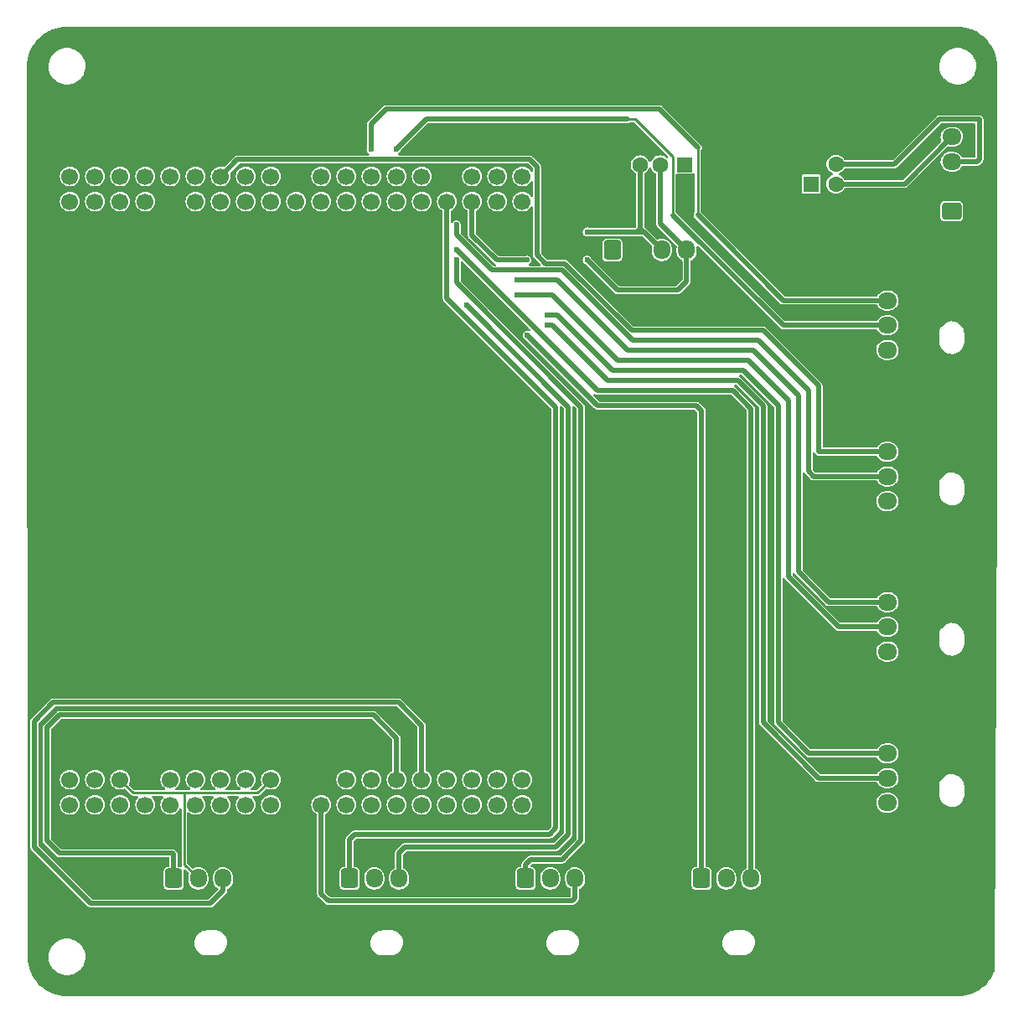
<source format=gbl>
%TF.GenerationSoftware,KiCad,Pcbnew,7.0.7*%
%TF.CreationDate,2024-03-01T22:45:43+09:00*%
%TF.ProjectId,ALTAIR_MDD_V2-backups,414c5441-4952-45f4-9d44-445f56322d62,rev?*%
%TF.SameCoordinates,Original*%
%TF.FileFunction,Copper,L2,Bot*%
%TF.FilePolarity,Positive*%
%FSLAX46Y46*%
G04 Gerber Fmt 4.6, Leading zero omitted, Abs format (unit mm)*
G04 Created by KiCad (PCBNEW 7.0.7) date 2024-03-01 22:45:43*
%MOMM*%
%LPD*%
G01*
G04 APERTURE LIST*
G04 Aperture macros list*
%AMRoundRect*
0 Rectangle with rounded corners*
0 $1 Rounding radius*
0 $2 $3 $4 $5 $6 $7 $8 $9 X,Y pos of 4 corners*
0 Add a 4 corners polygon primitive as box body*
4,1,4,$2,$3,$4,$5,$6,$7,$8,$9,$2,$3,0*
0 Add four circle primitives for the rounded corners*
1,1,$1+$1,$2,$3*
1,1,$1+$1,$4,$5*
1,1,$1+$1,$6,$7*
1,1,$1+$1,$8,$9*
0 Add four rect primitives between the rounded corners*
20,1,$1+$1,$2,$3,$4,$5,0*
20,1,$1+$1,$4,$5,$6,$7,0*
20,1,$1+$1,$6,$7,$8,$9,0*
20,1,$1+$1,$8,$9,$2,$3,0*%
G04 Aperture macros list end*
%TA.AperFunction,ComponentPad*%
%ADD10C,1.700000*%
%TD*%
%TA.AperFunction,ComponentPad*%
%ADD11RoundRect,0.250000X0.725000X-0.600000X0.725000X0.600000X-0.725000X0.600000X-0.725000X-0.600000X0*%
%TD*%
%TA.AperFunction,ComponentPad*%
%ADD12O,1.950000X1.700000*%
%TD*%
%TA.AperFunction,ComponentPad*%
%ADD13RoundRect,0.250000X-0.600000X-0.725000X0.600000X-0.725000X0.600000X0.725000X-0.600000X0.725000X0*%
%TD*%
%TA.AperFunction,ComponentPad*%
%ADD14O,1.700000X1.950000*%
%TD*%
%TA.AperFunction,ComponentPad*%
%ADD15R,1.600000X1.500000*%
%TD*%
%TA.AperFunction,ComponentPad*%
%ADD16C,1.600000*%
%TD*%
%TA.AperFunction,ComponentPad*%
%ADD17C,3.000000*%
%TD*%
%TA.AperFunction,ComponentPad*%
%ADD18R,1.600000X1.600000*%
%TD*%
%TA.AperFunction,ComponentPad*%
%ADD19C,4.000000*%
%TD*%
%TA.AperFunction,ViaPad*%
%ADD20C,0.600000*%
%TD*%
%TA.AperFunction,Conductor*%
%ADD21C,0.250000*%
%TD*%
%TA.AperFunction,Conductor*%
%ADD22C,0.500000*%
%TD*%
G04 APERTURE END LIST*
D10*
%TO.P,U2,1,RESET*%
%TO.N,unconnected-(U2-RESET-Pad1)*%
X125515000Y-122095000D03*
%TO.P,U2,2,BOOT0*%
%TO.N,unconnected-(U2-BOOT0-Pad2)*%
X117895000Y-124635000D03*
%TO.P,U2,3,IOREF*%
%TO.N,unconnected-(U2-IOREF-Pad3)*%
X122975000Y-122095000D03*
%TO.P,U2,4,AVDD*%
%TO.N,unconnected-(U2-AVDD-Pad4)*%
X117895000Y-63675000D03*
%TO.P,U2,5,VDD*%
%TO.N,unconnected-(U2-VDD-Pad5)*%
X115355000Y-124635000D03*
%TO.P,U2,6,VBAT*%
%TO.N,unconnected-(U2-VBAT-Pad6)*%
X150915000Y-124635000D03*
%TO.P,U2,7,VIN*%
%TO.N,unconnected-(U2-VIN-Pad7)*%
X138215000Y-122095000D03*
%TO.P,U2,8,U5V*%
%TO.N,+5V*%
X117895000Y-61135000D03*
%TO.P,U2,9,E5V*%
X115355000Y-122095000D03*
%TO.P,U2,10,+5V*%
X130595000Y-122095000D03*
%TO.P,U2,11,+3V3*%
%TO.N,+3.3V*%
X128055000Y-122095000D03*
%TO.P,U2,12,PA0(TIM2_CH1/TIM5_CH1/UART4_TX)*%
%TO.N,A0*%
X143295000Y-122095000D03*
%TO.P,U2,13,PA1(TIM2_CH2/TIM5CH2/UART4_RX)*%
%TO.N,A1*%
X145835000Y-122095000D03*
%TO.P,U2,14,PA2(TIM2_CH3/TIM5_CH3/TIM9_CH1/USART2_TX)*%
%TO.N,A2*%
X153455000Y-63675000D03*
%TO.P,U2,15,PA3(TIM2_CH4/TIM5_CH4/TIM9_CH2/USART2_RX)*%
%TO.N,A3*%
X155995000Y-63675000D03*
%TO.P,U2,16,PA4*%
%TO.N,unconnected-(U2-PA4-Pad16)*%
X148375000Y-122095000D03*
%TO.P,U2,17,PA5(TIM2_CH1)*%
%TO.N,A5*%
X122975000Y-63675000D03*
%TO.P,U2,18,PA6(TIM3_CH1/TIM13_CH1)*%
%TO.N,A6*%
X125515000Y-63675000D03*
%TO.P,U2,19,PA7(TIM3_CH2/TIM14_CH1)*%
%TO.N,A7*%
X128055000Y-63675000D03*
%TO.P,U2,20,PA8(TIM1_CH1/12C3_SCL)*%
%TO.N,A8*%
X138215000Y-63675000D03*
%TO.P,U2,21,PA9(TIM1_CH2/USART1_TX)*%
%TO.N,A9*%
X135675000Y-63675000D03*
%TO.P,U2,22,PA10(TIM1_CH3/USART1_RX)*%
%TO.N,A10*%
X150915000Y-63675000D03*
%TO.P,U2,23,PA11(TIM1_CH4/CAN1_RX)*%
%TO.N,A11*%
X125515000Y-61135000D03*
%TO.P,U2,24,PA12(CAN1_TX)*%
%TO.N,unconnected-(U2-PA12(CAN1_TX)-Pad24)*%
X122975000Y-61135000D03*
%TO.P,U2,25,PA13(JTCK-SWDIO)*%
%TO.N,unconnected-(U2-PA13(JTCK-SWDIO)-Pad25)*%
X125515000Y-124635000D03*
%TO.P,U2,26,PA14(JTCK-SWCLK)*%
%TO.N,unconnected-(U2-PA14(JTCK-SWCLK)-Pad26)*%
X128055000Y-124635000D03*
%TO.P,U2,27,PA15(TIM2_CH1)*%
%TO.N,unconnected-(U2-PA15(TIM2_CH1)-Pad27)*%
X130595000Y-124635000D03*
%TO.P,U2,28,PD2(UART5_RX)*%
%TO.N,unconnected-(U2-PD2(UART5_RX)-Pad28)*%
X112815000Y-122095000D03*
%TO.P,U2,29,PH0*%
%TO.N,unconnected-(U2-PH0-Pad29)*%
X145835000Y-124635000D03*
%TO.P,U2,30,PH1*%
%TO.N,unconnected-(U2-PH1-Pad30)*%
X148375000Y-124635000D03*
%TO.P,U2,31,(TIM3_CH3)PB0*%
%TO.N,B0*%
X150915000Y-122095000D03*
%TO.P,U2,32,(TIM3_CH4)PB1*%
%TO.N,B1*%
X138215000Y-61135000D03*
%TO.P,U2,33,(TIM2_CH4)PB2*%
%TO.N,B2*%
X135675000Y-61135000D03*
%TO.P,U2,34,(TIM3_CH1/12C2_SDA)PB3*%
%TO.N,B3*%
X148375000Y-63675000D03*
%TO.P,U2,35,(TIM3_CH1/12C3_SDA)PB4*%
%TO.N,unconnected-(U2-(TIM3_CH1{slash}12C3_SDA)PB4-Pad35)*%
X143295000Y-63675000D03*
%TO.P,U2,36,(TIM3_CH2/CAN2_RX)PB5*%
%TO.N,unconnected-(U2-(TIM3_CH2{slash}CAN2_RX)PB5-Pad36)*%
X145835000Y-63675000D03*
%TO.P,U2,37,(TIM4_CH1/12C1_SCL/USART1_TX/CAN2_TX)PB6*%
%TO.N,B6*%
X130595000Y-63675000D03*
%TO.P,U2,38,(TIM4_CH2/12C1_SDA/USART1_RX)PB7*%
%TO.N,B7*%
X135675000Y-124635000D03*
%TO.P,U2,39,(TIM2_CH1/TIM4_CH3/TIM10_CH1/12C1_SCL/CAN1_RX)PB8*%
%TO.N,B8*%
X112815000Y-63675000D03*
%TO.P,U2,40,(TIM2_CH2/TIM4_CH4/TIM11_CH1/12C1_SDA/CAN1_TX)PB9*%
%TO.N,B9*%
X115355000Y-63675000D03*
%TO.P,U2,41,(TIM_2CH3/12C2_SCL/USART3_RX)PB10*%
%TO.N,unconnected-(U2-(TIM_2CH3{slash}12C2_SCL{slash}USART3_RX)PB10-Pad41)*%
X140755000Y-63675000D03*
%TO.P,U2,42,(CAN2_RX)PB12*%
%TO.N,unconnected-(U2-(CAN2_RX)PB12-Pad42)*%
X128055000Y-61135000D03*
%TO.P,U2,43,(CAN2_TX)PB13*%
%TO.N,unconnected-(U2-(CAN2_TX)PB13-Pad43)*%
X145835000Y-61135000D03*
%TO.P,U2,44,(TIM12_CH1)PB14*%
%TO.N,B14*%
X143295000Y-61135000D03*
%TO.P,U2,45,(TIM12_CH2)PB15*%
%TO.N,B15*%
X140755000Y-61135000D03*
%TO.P,U2,46,PC0(PB9)*%
%TO.N,Net-(U2-PC0(PB9))*%
X155995000Y-122095000D03*
%TO.P,U2,47,PC1(PB9)*%
%TO.N,Net-(U2-PC1(PB9))*%
X153455000Y-122095000D03*
%TO.P,U2,48,PC2*%
%TO.N,Net-(U2-PC2)*%
X153455000Y-124635000D03*
%TO.P,U2,49,PC3*%
%TO.N,Net-(U2-PC3)*%
X155995000Y-124635000D03*
%TO.P,U2,50,PC4*%
%TO.N,unconnected-(U2-PC4-Pad50)*%
X150915000Y-61135000D03*
%TO.P,U2,51,(USART3_RX)PC5*%
%TO.N,unconnected-(U2-(USART3_RX)PC5-Pad51)*%
X115355000Y-61135000D03*
%TO.P,U2,52,(TIM3_CH1/TIM8_CH1/USART6_TX)PC6*%
%TO.N,C6*%
X112815000Y-61135000D03*
%TO.P,U2,53,(TIM3_CH2/TIM8_CH2/USART6_RX)PC7*%
%TO.N,C7*%
X133135000Y-63675000D03*
%TO.P,U2,54,(TIM3_CH3/TIM8_CH3)PC8*%
%TO.N,C8*%
X110275000Y-61135000D03*
%TO.P,U2,55,(TIM3_CH4/TIM8_CH4/12C3_SDA)PC9*%
%TO.N,C9*%
X110275000Y-63675000D03*
%TO.P,U2,56,(USART3_TX/UART4_TX)PC10*%
%TO.N,C10*%
X110275000Y-124635000D03*
%TO.P,U2,57,(USART3_RX/UART4_RX)PC11*%
%TO.N,C11*%
X110275000Y-122095000D03*
%TO.P,U2,58,(12C2_SDA/UART5_TX)PC12*%
%TO.N,unconnected-(U2-(12C2_SDA{slash}UART5_TX)PC12-Pad58)*%
X112815000Y-124635000D03*
%TO.P,U2,59,PC13*%
%TO.N,unconnected-(U2-PC13-Pad59)*%
X138215000Y-124635000D03*
%TO.P,U2,60,PC14*%
%TO.N,unconnected-(U2-PC14-Pad60)*%
X140755000Y-124635000D03*
%TO.P,U2,61,PC15*%
%TO.N,unconnected-(U2-PC15-Pad61)*%
X143295000Y-124635000D03*
%TO.P,U2,62,GND*%
%TO.N,GND*%
X133135000Y-124635000D03*
X117895000Y-122095000D03*
X133135000Y-122095000D03*
X135675000Y-122095000D03*
X120435000Y-63675000D03*
X133135000Y-61135000D03*
X148375000Y-61135000D03*
%TO.P,U2,63*%
%TO.N,N/C*%
X122975000Y-124635000D03*
%TO.P,U2,64*%
X120435000Y-122095000D03*
%TO.P,U2,65*%
X120435000Y-124635000D03*
%TO.P,U2,66*%
X140755000Y-122095000D03*
%TO.P,U2,67*%
X120435000Y-61135000D03*
%TO.P,U2,68*%
X130595000Y-61135000D03*
%TO.P,U2,69*%
X153455000Y-61135000D03*
%TO.P,U2,70*%
X155995000Y-61135000D03*
%TD*%
D11*
%TO.P,J2,1,Pin_1*%
%TO.N,GND*%
X192890000Y-96460000D03*
D12*
%TO.P,J2,2,Pin_2*%
%TO.N,+5V*%
X192890000Y-93960000D03*
%TO.P,J2,3,Pin_3*%
%TO.N,A8*%
X192890000Y-91460000D03*
%TO.P,J2,4,Pin_4*%
%TO.N,A11*%
X192890000Y-88960000D03*
%TD*%
D11*
%TO.P,J3,1,Pin_1*%
%TO.N,GND*%
X192890000Y-111660000D03*
D12*
%TO.P,J3,2,Pin_2*%
%TO.N,+5V*%
X192890000Y-109160000D03*
%TO.P,J3,3,Pin_3*%
%TO.N,A6*%
X192890000Y-106660000D03*
%TO.P,J3,4,Pin_4*%
%TO.N,A7*%
X192890000Y-104160000D03*
%TD*%
D11*
%TO.P,J1,1,Pin_1*%
%TO.N,GND*%
X192890000Y-81180000D03*
D12*
%TO.P,J1,2,Pin_2*%
%TO.N,+5V*%
X192890000Y-78680000D03*
%TO.P,J1,3,Pin_3*%
%TO.N,B14*%
X192890000Y-76180000D03*
%TO.P,J1,4,Pin_4*%
%TO.N,B15*%
X192890000Y-73680000D03*
%TD*%
D13*
%TO.P,J7,1,Pin_1*%
%TO.N,B6*%
X156330000Y-132080000D03*
D14*
%TO.P,J7,2,Pin_2*%
%TO.N,+5V*%
X158830000Y-132080000D03*
%TO.P,J7,3,Pin_3*%
%TO.N,B7*%
X161330000Y-132080000D03*
%TO.P,J7,4,Pin_4*%
%TO.N,GND*%
X163830000Y-132080000D03*
%TD*%
D11*
%TO.P,J14,1,Pin_1*%
%TO.N,+5V*%
X199390000Y-64650000D03*
D12*
%TO.P,J14,2,Pin_2*%
%TO.N,GND*%
X199390000Y-62150000D03*
%TO.P,J14,3,Pin_3*%
%TO.N,C11*%
X199390000Y-59650000D03*
%TO.P,J14,4,Pin_4*%
%TO.N,C10*%
X199390000Y-57150000D03*
%TD*%
D11*
%TO.P,J4,1,Pin_1*%
%TO.N,GND*%
X192890000Y-126940000D03*
D12*
%TO.P,J4,2,Pin_2*%
%TO.N,+5V*%
X192890000Y-124440000D03*
%TO.P,J4,3,Pin_3*%
%TO.N,B8*%
X192890000Y-121940000D03*
%TO.P,J4,4,Pin_4*%
%TO.N,B9*%
X192890000Y-119440000D03*
%TD*%
D15*
%TO.P,J11,1,VBUS*%
%TO.N,+5V*%
X172410000Y-59970000D03*
D16*
%TO.P,J11,2,D-*%
%TO.N,A10*%
X169910000Y-59970000D03*
%TO.P,J11,3,D+*%
%TO.N,A9*%
X167910000Y-59970000D03*
%TO.P,J11,4,GND*%
%TO.N,GND*%
X165410000Y-59970000D03*
D17*
%TO.P,J11,5,Shield*%
X175480000Y-57260000D03*
X162340000Y-57260000D03*
%TD*%
D13*
%TO.P,J13,1,Pin_1*%
%TO.N,+5V*%
X165100000Y-68580000D03*
D14*
%TO.P,J13,2,Pin_2*%
%TO.N,GND*%
X167600000Y-68580000D03*
%TO.P,J13,3,Pin_3*%
%TO.N,A9*%
X170100000Y-68580000D03*
%TO.P,J13,4,Pin_4*%
%TO.N,A10*%
X172600000Y-68580000D03*
%TD*%
D18*
%TO.P,J12,1,VBUS*%
%TO.N,+5V*%
X185186000Y-61905500D03*
D16*
%TO.P,J12,2,D-*%
%TO.N,C10*%
X187686000Y-61905500D03*
%TO.P,J12,3,D+*%
%TO.N,C11*%
X187686000Y-59905500D03*
%TO.P,J12,4,GND*%
%TO.N,GND*%
X185186000Y-59905500D03*
D19*
%TO.P,J12,5,Shield*%
X180436000Y-57045500D03*
X192436000Y-57045500D03*
%TD*%
D13*
%TO.P,J6,1,Pin_1*%
%TO.N,B3*%
X138550000Y-132080000D03*
D14*
%TO.P,J6,2,Pin_2*%
%TO.N,+5V*%
X141050000Y-132080000D03*
%TO.P,J6,3,Pin_3*%
%TO.N,A5*%
X143550000Y-132080000D03*
%TO.P,J6,4,Pin_4*%
%TO.N,GND*%
X146050000Y-132080000D03*
%TD*%
D13*
%TO.P,J8,1,Pin_1*%
%TO.N,C6*%
X174110000Y-132080000D03*
D14*
%TO.P,J8,2,Pin_2*%
%TO.N,+5V*%
X176610000Y-132080000D03*
%TO.P,J8,3,Pin_3*%
%TO.N,C7*%
X179110000Y-132080000D03*
%TO.P,J8,4,Pin_4*%
%TO.N,GND*%
X181610000Y-132080000D03*
%TD*%
D13*
%TO.P,J5,1,Pin_1*%
%TO.N,A0*%
X120770000Y-132080000D03*
D14*
%TO.P,J5,2,Pin_2*%
%TO.N,+5V*%
X123270000Y-132080000D03*
%TO.P,J5,3,Pin_3*%
%TO.N,A1*%
X125770000Y-132080000D03*
%TO.P,J5,4,Pin_4*%
%TO.N,GND*%
X128270000Y-132080000D03*
%TD*%
D20*
%TO.N,GND*%
X121412000Y-120396000D03*
X125476000Y-120396000D03*
%TO.N,B14*%
X143256000Y-58420000D03*
%TO.N,B15*%
X140716000Y-58420000D03*
%TO.N,A8*%
X149352000Y-66040000D03*
%TO.N,A6*%
X155448000Y-73152000D03*
%TO.N,A7*%
X155448000Y-71628000D03*
%TO.N,A5*%
X150368000Y-74168000D03*
%TO.N,B6*%
X149352000Y-69596000D03*
%TO.N,B8*%
X158496000Y-76200000D03*
%TO.N,B9*%
X158496000Y-75184000D03*
%TO.N,C6*%
X156489400Y-77190600D03*
%TO.N,C7*%
X149352000Y-68580000D03*
%TO.N,A9*%
X162560000Y-66742400D03*
%TO.N,A10*%
X156464000Y-69596000D03*
X162560000Y-69596000D03*
%TD*%
D21*
%TO.N,B14*%
X171207600Y-65035600D02*
X171207600Y-59177600D01*
D22*
X192890000Y-76180000D02*
X182352000Y-76180000D01*
X182352000Y-76180000D02*
X171207600Y-65035600D01*
D21*
X167387600Y-55357600D02*
X166624000Y-55357600D01*
D22*
X143256000Y-58420000D02*
X146318400Y-55357600D01*
D21*
X171207600Y-59177600D02*
X167387600Y-55357600D01*
D22*
X146318400Y-55357600D02*
X166624000Y-55357600D01*
D21*
%TO.N,B15*%
X173736000Y-65024000D02*
X173736000Y-60960000D01*
D22*
X182392000Y-73680000D02*
X175768000Y-67056000D01*
X140716000Y-58420000D02*
X140716000Y-55880000D01*
D21*
X173736000Y-60960000D02*
X173736000Y-58206400D01*
D22*
X140716000Y-55880000D02*
X142240000Y-54356000D01*
X192890000Y-73680000D02*
X182392000Y-73680000D01*
X175768000Y-67056000D02*
X173736000Y-65024000D01*
X142240000Y-54356000D02*
X169885600Y-54356000D01*
X169885600Y-54356000D02*
X173736000Y-58206400D01*
%TO.N,A8*%
X149352000Y-67056000D02*
X152908000Y-70612000D01*
X184912000Y-82804000D02*
X184912000Y-90932000D01*
X167132000Y-77724000D02*
X179832000Y-77724000D01*
X152908000Y-70612000D02*
X160020000Y-70612000D01*
X160020000Y-70612000D02*
X167132000Y-77724000D01*
X179832000Y-77724000D02*
X184912000Y-82804000D01*
X184912000Y-90932000D02*
X185440000Y-91460000D01*
X149352000Y-66040000D02*
X149352000Y-67056000D01*
X185440000Y-91460000D02*
X192890000Y-91460000D01*
%TO.N,A11*%
X167038632Y-76708000D02*
X160290232Y-69959600D01*
X185928000Y-88900000D02*
X185928000Y-82296000D01*
X160290232Y-69959600D02*
X158351600Y-69959600D01*
X157480000Y-60142419D02*
X156773581Y-59436000D01*
X157480000Y-69088000D02*
X157480000Y-60142419D01*
X158351600Y-69959600D02*
X157480000Y-69088000D01*
X127214000Y-59436000D02*
X125515000Y-61135000D01*
X156773581Y-59436000D02*
X127214000Y-59436000D01*
X185988000Y-88960000D02*
X185928000Y-88900000D01*
X192890000Y-88960000D02*
X185988000Y-88960000D01*
X185928000Y-82296000D02*
X180340000Y-76708000D01*
X180340000Y-76708000D02*
X167038632Y-76708000D01*
%TO.N,A6*%
X182880000Y-83820000D02*
X182880000Y-101600000D01*
X155448000Y-73152000D02*
X159004000Y-73152000D01*
X165608000Y-79756000D02*
X178816000Y-79756000D01*
X178816000Y-79756000D02*
X182880000Y-83820000D01*
X159004000Y-73152000D02*
X165608000Y-79756000D01*
X182880000Y-101600000D02*
X187940000Y-106660000D01*
X187940000Y-106660000D02*
X192890000Y-106660000D01*
%TO.N,A7*%
X192890000Y-104160000D02*
X186964000Y-104160000D01*
X183896000Y-101092000D02*
X183896000Y-83913368D01*
X183896000Y-83312000D02*
X179324000Y-78740000D01*
X179324000Y-78740000D02*
X166624000Y-78740000D01*
X186964000Y-104160000D02*
X183896000Y-101092000D01*
X166624000Y-78740000D02*
X159512000Y-71628000D01*
X183896000Y-83913368D02*
X183896000Y-83820000D01*
X183896000Y-83820000D02*
X183896000Y-83312000D01*
X159512000Y-71628000D02*
X155448000Y-71628000D01*
%TO.N,A0*%
X120650000Y-129540000D02*
X109220000Y-129540000D01*
X107950000Y-128270000D02*
X107950000Y-116840000D01*
X107950000Y-116840000D02*
X109220000Y-115570000D01*
X109220000Y-129540000D02*
X107950000Y-128270000D01*
X140970000Y-115570000D02*
X143295000Y-117895000D01*
X120770000Y-129660000D02*
X120650000Y-129540000D01*
X120770000Y-132080000D02*
X120770000Y-129660000D01*
X143295000Y-117895000D02*
X143295000Y-122095000D01*
X109220000Y-115570000D02*
X140970000Y-115570000D01*
%TO.N,A1*%
X106680000Y-116205000D02*
X106680000Y-128905000D01*
X143510000Y-114300000D02*
X108585000Y-114300000D01*
X145835000Y-116625000D02*
X143510000Y-114300000D01*
X108585000Y-114300000D02*
X106680000Y-116205000D01*
X112395000Y-134620000D02*
X124480000Y-134620000D01*
X145835000Y-122095000D02*
X145835000Y-116625000D01*
X106680000Y-128905000D02*
X112395000Y-134620000D01*
X124480000Y-134620000D02*
X125770000Y-133330000D01*
X125770000Y-133330000D02*
X125770000Y-132080000D01*
%TO.N,B3*%
X138550000Y-128150000D02*
X139065000Y-127635000D01*
X138550000Y-132080000D02*
X138550000Y-128150000D01*
X159385000Y-84455000D02*
X148375000Y-73445000D01*
X148375000Y-73445000D02*
X148375000Y-63675000D01*
X139065000Y-127635000D02*
X158750000Y-127635000D01*
X159385000Y-127000000D02*
X159385000Y-84455000D01*
X158750000Y-127635000D02*
X159385000Y-127000000D01*
%TO.N,A5*%
X150368000Y-74168000D02*
X160655000Y-84455000D01*
X160655000Y-84455000D02*
X160655000Y-127635000D01*
X160655000Y-127635000D02*
X159385000Y-128905000D01*
X159385000Y-128905000D02*
X144145000Y-128905000D01*
X144145000Y-128905000D02*
X143550000Y-129500000D01*
X143550000Y-129500000D02*
X143550000Y-132080000D01*
%TO.N,B6*%
X156845000Y-130175000D02*
X156330000Y-130690000D01*
X149352000Y-71882000D02*
X161925000Y-84455000D01*
X156330000Y-130690000D02*
X156330000Y-132080000D01*
X161925000Y-128270000D02*
X160020000Y-130175000D01*
X161925000Y-84455000D02*
X161925000Y-128270000D01*
X160020000Y-130175000D02*
X156845000Y-130175000D01*
X149352000Y-69596000D02*
X149352000Y-71882000D01*
%TO.N,B7*%
X161036000Y-134366000D02*
X136398000Y-134366000D01*
X161330000Y-132080000D02*
X161330000Y-134072000D01*
X161330000Y-134072000D02*
X161036000Y-134366000D01*
X136398000Y-134366000D02*
X135675000Y-133643000D01*
X135675000Y-133643000D02*
X135675000Y-124635000D01*
%TO.N,B8*%
X180340000Y-116332000D02*
X185948000Y-121940000D01*
X164592000Y-81788000D02*
X177800000Y-81788000D01*
X180340000Y-84328000D02*
X180340000Y-116332000D01*
X177800000Y-81788000D02*
X180340000Y-84328000D01*
X185948000Y-121940000D02*
X192890000Y-121940000D01*
X159004000Y-76200000D02*
X164592000Y-81788000D01*
X158496000Y-76200000D02*
X159004000Y-76200000D01*
%TO.N,B9*%
X178308000Y-80772000D02*
X181864000Y-84328000D01*
X159512000Y-75184000D02*
X165100000Y-80772000D01*
X184972000Y-119440000D02*
X192890000Y-119440000D01*
X181864000Y-116332000D02*
X184972000Y-119440000D01*
X181864000Y-84328000D02*
X181864000Y-116332000D01*
X165100000Y-80772000D02*
X178308000Y-80772000D01*
X158496000Y-75184000D02*
X159512000Y-75184000D01*
%TO.N,C6*%
X174110000Y-84829000D02*
X174110000Y-132080000D01*
X163626800Y-84328000D02*
X173609000Y-84328000D01*
X156489400Y-77190600D02*
X163626800Y-84328000D01*
X173609000Y-84328000D02*
X174110000Y-84829000D01*
%TO.N,C7*%
X149352000Y-68580000D02*
X163576000Y-82804000D01*
X163576000Y-82804000D02*
X177292000Y-82804000D01*
X179110000Y-84622000D02*
X179110000Y-132080000D01*
X177292000Y-82804000D02*
X179110000Y-84622000D01*
%TO.N,C10*%
X194634500Y-61905500D02*
X199390000Y-57150000D01*
X187686000Y-61905500D02*
X194634500Y-61905500D01*
%TO.N,C11*%
X202184000Y-59436000D02*
X201970000Y-59650000D01*
X193586500Y-59905500D02*
X198120000Y-55372000D01*
X198120000Y-55372000D02*
X202184000Y-55372000D01*
X187686000Y-59905500D02*
X193586500Y-59905500D01*
X201970000Y-59650000D02*
X199390000Y-59650000D01*
X202184000Y-55372000D02*
X202184000Y-59436000D01*
D21*
%TO.N,+5V*%
X122141600Y-123444000D02*
X129246000Y-123444000D01*
X116704000Y-123444000D02*
X122141600Y-123444000D01*
X129246000Y-123444000D02*
X130595000Y-122095000D01*
X115355000Y-122095000D02*
X116704000Y-123444000D01*
X121847600Y-123516400D02*
X121920000Y-123444000D01*
X123270000Y-132080000D02*
X121847600Y-130657600D01*
X121920000Y-123444000D02*
X122141600Y-123444000D01*
X121847600Y-130657600D02*
X121847600Y-123516400D01*
D22*
%TO.N,A9*%
X167910000Y-59970000D02*
X167910000Y-66390000D01*
X162568800Y-66751200D02*
X167233600Y-66751200D01*
X167910000Y-66390000D02*
X168311200Y-66791200D01*
X168311200Y-66791200D02*
X170100000Y-68580000D01*
X162560000Y-66742400D02*
X162568800Y-66751200D01*
X167233600Y-66751200D02*
X168271200Y-66751200D01*
X168271200Y-66751200D02*
X168311200Y-66791200D01*
X167548800Y-66751200D02*
X167910000Y-66390000D01*
X167233600Y-66751200D02*
X167548800Y-66751200D01*
%TO.N,A10*%
X153416000Y-69596000D02*
X150915000Y-67095000D01*
X171704000Y-72644000D02*
X172600000Y-71748000D01*
X172600000Y-71748000D02*
X172600000Y-68580000D01*
X169910000Y-65890000D02*
X172600000Y-68580000D01*
X169910000Y-59970000D02*
X169910000Y-65890000D01*
X150915000Y-67095000D02*
X150915000Y-63675000D01*
X162560000Y-69596000D02*
X165608000Y-72644000D01*
X165608000Y-72644000D02*
X171704000Y-72644000D01*
X156464000Y-69596000D02*
X153416000Y-69596000D01*
%TD*%
%TA.AperFunction,Conductor*%
%TO.N,GND*%
G36*
X199971603Y-46025491D02*
G01*
X199971657Y-46025500D01*
X199991715Y-46025500D01*
X199998560Y-46025500D01*
X200001424Y-46025566D01*
X200363859Y-46042323D01*
X200369551Y-46042849D01*
X200727480Y-46092778D01*
X200733099Y-46093828D01*
X201084891Y-46176569D01*
X201090383Y-46178132D01*
X201368362Y-46271301D01*
X201433040Y-46292979D01*
X201438357Y-46295038D01*
X201768978Y-46441021D01*
X201774078Y-46443560D01*
X201838559Y-46479476D01*
X202089795Y-46619414D01*
X202094667Y-46622430D01*
X202392803Y-46826659D01*
X202397375Y-46830112D01*
X202675402Y-47060982D01*
X202679636Y-47064842D01*
X202935157Y-47320363D01*
X202939017Y-47324597D01*
X203169887Y-47602624D01*
X203173340Y-47607196D01*
X203377569Y-47905332D01*
X203380585Y-47910204D01*
X203556433Y-48225910D01*
X203558982Y-48231029D01*
X203704956Y-48561630D01*
X203707020Y-48566959D01*
X203821865Y-48909609D01*
X203823433Y-48915120D01*
X203906169Y-49266892D01*
X203907222Y-49272524D01*
X203957148Y-49630435D01*
X203957676Y-49636140D01*
X203974434Y-49998574D01*
X203974500Y-50001438D01*
X203974500Y-92570995D01*
X203722979Y-141365831D01*
X203716554Y-141404595D01*
X203707022Y-141433036D01*
X203704955Y-141438371D01*
X203574856Y-141733020D01*
X203558987Y-141768960D01*
X203556433Y-141774089D01*
X203380585Y-142089795D01*
X203377569Y-142094667D01*
X203173340Y-142392803D01*
X203169887Y-142397375D01*
X202939017Y-142675402D01*
X202935157Y-142679636D01*
X202679636Y-142935157D01*
X202675402Y-142939017D01*
X202397375Y-143169887D01*
X202392803Y-143173340D01*
X202094667Y-143377569D01*
X202089795Y-143380585D01*
X201774089Y-143556433D01*
X201768961Y-143558986D01*
X201438376Y-143704953D01*
X201433040Y-143707020D01*
X201090390Y-143821865D01*
X201084879Y-143823433D01*
X200733107Y-143906169D01*
X200727475Y-143907222D01*
X200369564Y-143957148D01*
X200363859Y-143957676D01*
X200001424Y-143974434D01*
X199998560Y-143974500D01*
X110001440Y-143974500D01*
X109998576Y-143974434D01*
X109636140Y-143957676D01*
X109630435Y-143957148D01*
X109272524Y-143907222D01*
X109266892Y-143906169D01*
X108915120Y-143823433D01*
X108909609Y-143821865D01*
X108566959Y-143707020D01*
X108561630Y-143704956D01*
X108231029Y-143558982D01*
X108225910Y-143556433D01*
X107910204Y-143380585D01*
X107905332Y-143377569D01*
X107607196Y-143173340D01*
X107602624Y-143169887D01*
X107324597Y-142939017D01*
X107320363Y-142935157D01*
X107064842Y-142679636D01*
X107060982Y-142675402D01*
X106830112Y-142397375D01*
X106826659Y-142392803D01*
X106622430Y-142094667D01*
X106619414Y-142089795D01*
X106486127Y-141850500D01*
X106443560Y-141774078D01*
X106441021Y-141768978D01*
X106295038Y-141438357D01*
X106292979Y-141433040D01*
X106270453Y-141365831D01*
X106178132Y-141090383D01*
X106176569Y-141084891D01*
X106093828Y-140733099D01*
X106092777Y-140727475D01*
X106092526Y-140725675D01*
X106042849Y-140369551D01*
X106042323Y-140363859D01*
X106028633Y-140067763D01*
X108145787Y-140067763D01*
X108175413Y-140337013D01*
X108175415Y-140337024D01*
X108232857Y-140556742D01*
X108243928Y-140599088D01*
X108349870Y-140848390D01*
X108421998Y-140966575D01*
X108490979Y-141079605D01*
X108490986Y-141079615D01*
X108664253Y-141287819D01*
X108664259Y-141287824D01*
X108865998Y-141468582D01*
X109091910Y-141618044D01*
X109337176Y-141733020D01*
X109337183Y-141733022D01*
X109337185Y-141733023D01*
X109596557Y-141811057D01*
X109596564Y-141811058D01*
X109596569Y-141811060D01*
X109864561Y-141850500D01*
X109864566Y-141850500D01*
X110067636Y-141850500D01*
X110119133Y-141846730D01*
X110270156Y-141835677D01*
X110382758Y-141810593D01*
X110534546Y-141776782D01*
X110534548Y-141776781D01*
X110534553Y-141776780D01*
X110787558Y-141680014D01*
X111023777Y-141547441D01*
X111238177Y-141381888D01*
X111426186Y-141186881D01*
X111583799Y-140966579D01*
X111657787Y-140822669D01*
X111707649Y-140725690D01*
X111707651Y-140725684D01*
X111707656Y-140725675D01*
X111795118Y-140469305D01*
X111844319Y-140202933D01*
X111854212Y-139932235D01*
X111824586Y-139662982D01*
X111756072Y-139400912D01*
X111650130Y-139151610D01*
X111509018Y-138920390D01*
X111419747Y-138813119D01*
X111335746Y-138712180D01*
X111335740Y-138712175D01*
X111251091Y-138636330D01*
X122865710Y-138636330D01*
X122895925Y-138859387D01*
X122895926Y-138859390D01*
X122965483Y-139073465D01*
X123072146Y-139271678D01*
X123072148Y-139271681D01*
X123212489Y-139447663D01*
X123212491Y-139447664D01*
X123212492Y-139447666D01*
X123382004Y-139595765D01*
X123575236Y-139711215D01*
X123785976Y-139790307D01*
X124007450Y-139830500D01*
X124007453Y-139830500D01*
X124976148Y-139830500D01*
X124976155Y-139830500D01*
X125144188Y-139815377D01*
X125210503Y-139797075D01*
X125361160Y-139755496D01*
X125361162Y-139755495D01*
X125361170Y-139755493D01*
X125563973Y-139657829D01*
X125746078Y-139525522D01*
X125901632Y-139362825D01*
X126025635Y-139174968D01*
X126114103Y-138967988D01*
X126164191Y-138748537D01*
X126169230Y-138636330D01*
X140645710Y-138636330D01*
X140675925Y-138859387D01*
X140675926Y-138859390D01*
X140745483Y-139073465D01*
X140852146Y-139271678D01*
X140852148Y-139271681D01*
X140992489Y-139447663D01*
X140992491Y-139447664D01*
X140992492Y-139447666D01*
X141162004Y-139595765D01*
X141355236Y-139711215D01*
X141565976Y-139790307D01*
X141787450Y-139830500D01*
X141787453Y-139830500D01*
X142756148Y-139830500D01*
X142756155Y-139830500D01*
X142924188Y-139815377D01*
X142990503Y-139797075D01*
X143141160Y-139755496D01*
X143141162Y-139755495D01*
X143141170Y-139755493D01*
X143343973Y-139657829D01*
X143526078Y-139525522D01*
X143681632Y-139362825D01*
X143805635Y-139174968D01*
X143894103Y-138967988D01*
X143944191Y-138748537D01*
X143949230Y-138636330D01*
X158425710Y-138636330D01*
X158455925Y-138859387D01*
X158455926Y-138859390D01*
X158525483Y-139073465D01*
X158632146Y-139271678D01*
X158632148Y-139271681D01*
X158772489Y-139447663D01*
X158772491Y-139447664D01*
X158772492Y-139447666D01*
X158942004Y-139595765D01*
X159135236Y-139711215D01*
X159345976Y-139790307D01*
X159567450Y-139830500D01*
X159567453Y-139830500D01*
X160536148Y-139830500D01*
X160536155Y-139830500D01*
X160704188Y-139815377D01*
X160770503Y-139797075D01*
X160921160Y-139755496D01*
X160921162Y-139755495D01*
X160921170Y-139755493D01*
X161123973Y-139657829D01*
X161306078Y-139525522D01*
X161461632Y-139362825D01*
X161585635Y-139174968D01*
X161674103Y-138967988D01*
X161724191Y-138748537D01*
X161729230Y-138636330D01*
X176205710Y-138636330D01*
X176235925Y-138859387D01*
X176235926Y-138859390D01*
X176305483Y-139073465D01*
X176412146Y-139271678D01*
X176412148Y-139271681D01*
X176552489Y-139447663D01*
X176552491Y-139447664D01*
X176552492Y-139447666D01*
X176722004Y-139595765D01*
X176915236Y-139711215D01*
X177125976Y-139790307D01*
X177347450Y-139830500D01*
X177347453Y-139830500D01*
X178316148Y-139830500D01*
X178316155Y-139830500D01*
X178484188Y-139815377D01*
X178550503Y-139797075D01*
X178701160Y-139755496D01*
X178701162Y-139755495D01*
X178701170Y-139755493D01*
X178903973Y-139657829D01*
X179086078Y-139525522D01*
X179241632Y-139362825D01*
X179365635Y-139174968D01*
X179454103Y-138967988D01*
X179504191Y-138748537D01*
X179514290Y-138523670D01*
X179484075Y-138300613D01*
X179414517Y-138086536D01*
X179307852Y-137888319D01*
X179167508Y-137712334D01*
X178997996Y-137564235D01*
X178804764Y-137448785D01*
X178686775Y-137404503D01*
X178594023Y-137369692D01*
X178372550Y-137329500D01*
X178372547Y-137329500D01*
X177403845Y-137329500D01*
X177365399Y-137332960D01*
X177235813Y-137344622D01*
X177235807Y-137344623D01*
X177018839Y-137404503D01*
X177018826Y-137404508D01*
X176816033Y-137502167D01*
X176816025Y-137502171D01*
X176633927Y-137634473D01*
X176633925Y-137634474D01*
X176478366Y-137797176D01*
X176354363Y-137985033D01*
X176265899Y-138192004D01*
X176265895Y-138192017D01*
X176215810Y-138411457D01*
X176215808Y-138411468D01*
X176206528Y-138618112D01*
X176205710Y-138636330D01*
X161729230Y-138636330D01*
X161734290Y-138523670D01*
X161704075Y-138300613D01*
X161634517Y-138086536D01*
X161527852Y-137888319D01*
X161387508Y-137712334D01*
X161217996Y-137564235D01*
X161024764Y-137448785D01*
X160906775Y-137404503D01*
X160814023Y-137369692D01*
X160592550Y-137329500D01*
X160592547Y-137329500D01*
X159623845Y-137329500D01*
X159585399Y-137332960D01*
X159455813Y-137344622D01*
X159455807Y-137344623D01*
X159238839Y-137404503D01*
X159238826Y-137404508D01*
X159036033Y-137502167D01*
X159036025Y-137502171D01*
X158853927Y-137634473D01*
X158853925Y-137634474D01*
X158698366Y-137797176D01*
X158574363Y-137985033D01*
X158485899Y-138192004D01*
X158485895Y-138192017D01*
X158435810Y-138411457D01*
X158435808Y-138411468D01*
X158426528Y-138618112D01*
X158425710Y-138636330D01*
X143949230Y-138636330D01*
X143954290Y-138523670D01*
X143924075Y-138300613D01*
X143854517Y-138086536D01*
X143747852Y-137888319D01*
X143607508Y-137712334D01*
X143437996Y-137564235D01*
X143244764Y-137448785D01*
X143126775Y-137404503D01*
X143034023Y-137369692D01*
X142812550Y-137329500D01*
X142812547Y-137329500D01*
X141843845Y-137329500D01*
X141805399Y-137332960D01*
X141675813Y-137344622D01*
X141675807Y-137344623D01*
X141458839Y-137404503D01*
X141458826Y-137404508D01*
X141256033Y-137502167D01*
X141256025Y-137502171D01*
X141073927Y-137634473D01*
X141073925Y-137634474D01*
X140918366Y-137797176D01*
X140794363Y-137985033D01*
X140705899Y-138192004D01*
X140705895Y-138192017D01*
X140655810Y-138411457D01*
X140655808Y-138411468D01*
X140646528Y-138618112D01*
X140645710Y-138636330D01*
X126169230Y-138636330D01*
X126174290Y-138523670D01*
X126144075Y-138300613D01*
X126074517Y-138086536D01*
X125967852Y-137888319D01*
X125827508Y-137712334D01*
X125657996Y-137564235D01*
X125464764Y-137448785D01*
X125346775Y-137404503D01*
X125254023Y-137369692D01*
X125032550Y-137329500D01*
X125032547Y-137329500D01*
X124063845Y-137329500D01*
X124025399Y-137332960D01*
X123895813Y-137344622D01*
X123895807Y-137344623D01*
X123678839Y-137404503D01*
X123678826Y-137404508D01*
X123476033Y-137502167D01*
X123476025Y-137502171D01*
X123293927Y-137634473D01*
X123293925Y-137634474D01*
X123138366Y-137797176D01*
X123014363Y-137985033D01*
X122925899Y-138192004D01*
X122925895Y-138192017D01*
X122875810Y-138411457D01*
X122875808Y-138411468D01*
X122866528Y-138618112D01*
X122865710Y-138636330D01*
X111251091Y-138636330D01*
X111134002Y-138531418D01*
X110908092Y-138381957D01*
X110908090Y-138381956D01*
X110662824Y-138266980D01*
X110662819Y-138266978D01*
X110662814Y-138266976D01*
X110403442Y-138188942D01*
X110403428Y-138188939D01*
X110287791Y-138171921D01*
X110135439Y-138149500D01*
X109932369Y-138149500D01*
X109932364Y-138149500D01*
X109729844Y-138164323D01*
X109729831Y-138164325D01*
X109465453Y-138223217D01*
X109465446Y-138223220D01*
X109212439Y-138319987D01*
X108976226Y-138452557D01*
X108761822Y-138618112D01*
X108573822Y-138813109D01*
X108573816Y-138813116D01*
X108416202Y-139033419D01*
X108416199Y-139033424D01*
X108292350Y-139274309D01*
X108292343Y-139274327D01*
X108204884Y-139530685D01*
X108204881Y-139530699D01*
X108181399Y-139657829D01*
X108163360Y-139755496D01*
X108155681Y-139797068D01*
X108155680Y-139797075D01*
X108145787Y-140067763D01*
X106028633Y-140067763D01*
X106025566Y-140001424D01*
X106025500Y-139998560D01*
X106025500Y-139970792D01*
X106025472Y-139970636D01*
X106015444Y-128968810D01*
X106277100Y-128968810D01*
X106277101Y-128968817D01*
X106284006Y-128990070D01*
X106288546Y-129008982D01*
X106292043Y-129031055D01*
X106292044Y-129031058D01*
X106292045Y-129031059D01*
X106302190Y-129050972D01*
X106309633Y-129068942D01*
X106316536Y-129090187D01*
X106316538Y-129090190D01*
X106316539Y-129090193D01*
X106324232Y-129100781D01*
X106329674Y-129108272D01*
X106339835Y-129124855D01*
X106349984Y-129144771D01*
X106440229Y-129235016D01*
X106440230Y-129235016D01*
X106447297Y-129242083D01*
X106447296Y-129242083D01*
X106447299Y-129242085D01*
X112064983Y-134859770D01*
X112064984Y-134859771D01*
X112155229Y-134950016D01*
X112175136Y-134960159D01*
X112175138Y-134960160D01*
X112191725Y-134970325D01*
X112209802Y-134983459D01*
X112209805Y-134983460D01*
X112209808Y-134983462D01*
X112231074Y-134990371D01*
X112249027Y-134997808D01*
X112268945Y-135007957D01*
X112268947Y-135007957D01*
X112268949Y-135007958D01*
X112291008Y-135011452D01*
X112309930Y-135015994D01*
X112331187Y-135022901D01*
X112331188Y-135022901D01*
X112468803Y-135022901D01*
X112468815Y-135022900D01*
X124543810Y-135022900D01*
X124543813Y-135022900D01*
X124565065Y-135015994D01*
X124583975Y-135011453D01*
X124606055Y-135007957D01*
X124625963Y-134997812D01*
X124643941Y-134990366D01*
X124647219Y-134989300D01*
X124665193Y-134983461D01*
X124683272Y-134970324D01*
X124699854Y-134960163D01*
X124719771Y-134950016D01*
X124810016Y-134859771D01*
X124810016Y-134859770D01*
X124827454Y-134842332D01*
X124827455Y-134842329D01*
X126077314Y-133592473D01*
X126100016Y-133569771D01*
X126110164Y-133549852D01*
X126120323Y-133533274D01*
X126133461Y-133515193D01*
X126140366Y-133493941D01*
X126147812Y-133475963D01*
X126157957Y-133456055D01*
X126161453Y-133433975D01*
X126165994Y-133415065D01*
X126172900Y-133393813D01*
X126172900Y-133266187D01*
X126172900Y-133266186D01*
X126172900Y-133204463D01*
X126192585Y-133137424D01*
X126231305Y-133099233D01*
X126387047Y-133002159D01*
X126534883Y-132861630D01*
X126651404Y-132694219D01*
X126731841Y-132506780D01*
X126772900Y-132306985D01*
X126772900Y-131904139D01*
X126757437Y-131752077D01*
X126757437Y-131752075D01*
X126696379Y-131557469D01*
X126696377Y-131557466D01*
X126696376Y-131557461D01*
X126597389Y-131379121D01*
X126597387Y-131379118D01*
X126464530Y-131224359D01*
X126464529Y-131224358D01*
X126464528Y-131224357D01*
X126303234Y-131099505D01*
X126120109Y-131009678D01*
X125922650Y-130958553D01*
X125922652Y-130958553D01*
X125786844Y-130951665D01*
X125718942Y-130948222D01*
X125718941Y-130948222D01*
X125718939Y-130948222D01*
X125517328Y-130979108D01*
X125517322Y-130979109D01*
X125326058Y-131049945D01*
X125326051Y-131049948D01*
X125152948Y-131157844D01*
X125005119Y-131298366D01*
X125005118Y-131298368D01*
X124888595Y-131465781D01*
X124808159Y-131653219D01*
X124767100Y-131853014D01*
X124767100Y-132255862D01*
X124782562Y-132407924D01*
X124843620Y-132602530D01*
X124843623Y-132602536D01*
X124843624Y-132602539D01*
X124894511Y-132694218D01*
X124942612Y-132780880D01*
X124942612Y-132780881D01*
X125011936Y-132861633D01*
X125075472Y-132935643D01*
X125236766Y-133060495D01*
X125237343Y-133060778D01*
X125237605Y-133061018D01*
X125242105Y-133063823D01*
X125241582Y-133064661D01*
X125288865Y-133107971D01*
X125306694Y-133175528D01*
X125285168Y-133241999D01*
X125270422Y-133259790D01*
X124349433Y-134180781D01*
X124288110Y-134214266D01*
X124261752Y-134217100D01*
X112613249Y-134217100D01*
X112546210Y-134197415D01*
X112525568Y-134180781D01*
X107119219Y-128774432D01*
X107085734Y-128713109D01*
X107082900Y-128686751D01*
X107082900Y-128333810D01*
X107547100Y-128333810D01*
X107547101Y-128333817D01*
X107554006Y-128355070D01*
X107558546Y-128373982D01*
X107562043Y-128396055D01*
X107562044Y-128396058D01*
X107562045Y-128396059D01*
X107572190Y-128415972D01*
X107579633Y-128433942D01*
X107586536Y-128455187D01*
X107586538Y-128455190D01*
X107586539Y-128455193D01*
X107594232Y-128465781D01*
X107599674Y-128473272D01*
X107609835Y-128489855D01*
X107619984Y-128509771D01*
X107710229Y-128600016D01*
X107710230Y-128600016D01*
X108889983Y-129779770D01*
X108889984Y-129779771D01*
X108980229Y-129870016D01*
X109000139Y-129880160D01*
X109016728Y-129890326D01*
X109034807Y-129903461D01*
X109056065Y-129910368D01*
X109074023Y-129917806D01*
X109093945Y-129927957D01*
X109116017Y-129931452D01*
X109134930Y-129935993D01*
X109156187Y-129942900D01*
X109188292Y-129942900D01*
X120243100Y-129942900D01*
X120310139Y-129962585D01*
X120355894Y-130015389D01*
X120367100Y-130066900D01*
X120367100Y-130828100D01*
X120347415Y-130895139D01*
X120294611Y-130940894D01*
X120243100Y-130952100D01*
X120138287Y-130952100D01*
X120043949Y-130967041D01*
X119930227Y-131024985D01*
X119930223Y-131024988D01*
X119839988Y-131115223D01*
X119839985Y-131115227D01*
X119782041Y-131228949D01*
X119767100Y-131323286D01*
X119767100Y-132836713D01*
X119782041Y-132931050D01*
X119782042Y-132931053D01*
X119782043Y-132931055D01*
X119839984Y-133044771D01*
X119839985Y-133044772D01*
X119839988Y-133044776D01*
X119930223Y-133135011D01*
X119930227Y-133135014D01*
X119930229Y-133135016D01*
X120043945Y-133192957D01*
X120043947Y-133192957D01*
X120043949Y-133192958D01*
X120138287Y-133207900D01*
X120138292Y-133207900D01*
X121401713Y-133207900D01*
X121496050Y-133192958D01*
X121496050Y-133192957D01*
X121496055Y-133192957D01*
X121609771Y-133135016D01*
X121700016Y-133044771D01*
X121757957Y-132931055D01*
X121757958Y-132931050D01*
X121772900Y-132836713D01*
X121772900Y-131323286D01*
X121767227Y-131287469D01*
X121776182Y-131218176D01*
X121821178Y-131164724D01*
X121887929Y-131144084D01*
X121955243Y-131162809D01*
X121977378Y-131180388D01*
X122176108Y-131379118D01*
X122291419Y-131494429D01*
X122324904Y-131555752D01*
X122319920Y-131625444D01*
X122317690Y-131631007D01*
X122308159Y-131653217D01*
X122267100Y-131853014D01*
X122267100Y-132255862D01*
X122282562Y-132407924D01*
X122343620Y-132602530D01*
X122343623Y-132602536D01*
X122343624Y-132602539D01*
X122394511Y-132694218D01*
X122442612Y-132780880D01*
X122442612Y-132780881D01*
X122511936Y-132861633D01*
X122575472Y-132935643D01*
X122736766Y-133060495D01*
X122919891Y-133150322D01*
X123117350Y-133201447D01*
X123321058Y-133211778D01*
X123522676Y-133180891D01*
X123713949Y-133110052D01*
X123887047Y-133002159D01*
X124034883Y-132861630D01*
X124151404Y-132694219D01*
X124231841Y-132506780D01*
X124272900Y-132306985D01*
X124272900Y-131904139D01*
X124257437Y-131752077D01*
X124257437Y-131752075D01*
X124196379Y-131557469D01*
X124196377Y-131557466D01*
X124196376Y-131557461D01*
X124097389Y-131379121D01*
X124097387Y-131379118D01*
X123964530Y-131224359D01*
X123964529Y-131224358D01*
X123964528Y-131224357D01*
X123803234Y-131099505D01*
X123620109Y-131009678D01*
X123422650Y-130958553D01*
X123422652Y-130958553D01*
X123286844Y-130951665D01*
X123218942Y-130948222D01*
X123218941Y-130948222D01*
X123218939Y-130948222D01*
X123017328Y-130979108D01*
X123017322Y-130979109D01*
X122826056Y-131049945D01*
X122826047Y-131049950D01*
X122790707Y-131071977D01*
X122723401Y-131090732D01*
X122656641Y-131070122D01*
X122637436Y-131054425D01*
X122161819Y-130578808D01*
X122128334Y-130517485D01*
X122125500Y-130491127D01*
X122125500Y-125497405D01*
X122145185Y-125430366D01*
X122197989Y-125384611D01*
X122267147Y-125374667D01*
X122328164Y-125401551D01*
X122415122Y-125472916D01*
X122589350Y-125566042D01*
X122778397Y-125623389D01*
X122975000Y-125642753D01*
X123171603Y-125623389D01*
X123360650Y-125566042D01*
X123534878Y-125472916D01*
X123687589Y-125347589D01*
X123812916Y-125194878D01*
X123906042Y-125020650D01*
X123963389Y-124831603D01*
X123982753Y-124635000D01*
X123963389Y-124438397D01*
X123906042Y-124249350D01*
X123812916Y-124075122D01*
X123776845Y-124031170D01*
X123689357Y-123924565D01*
X123662044Y-123860255D01*
X123673835Y-123791388D01*
X123720987Y-123739827D01*
X123785210Y-123721900D01*
X124704790Y-123721900D01*
X124771829Y-123741585D01*
X124817584Y-123794389D01*
X124827528Y-123863547D01*
X124800643Y-123924565D01*
X124677086Y-124075118D01*
X124583958Y-124249350D01*
X124526610Y-124438400D01*
X124507247Y-124634999D01*
X124526610Y-124831599D01*
X124526610Y-124831601D01*
X124526611Y-124831603D01*
X124583958Y-125020650D01*
X124665500Y-125173205D01*
X124677086Y-125194881D01*
X124802410Y-125347589D01*
X124918547Y-125442900D01*
X124955122Y-125472916D01*
X125129350Y-125566042D01*
X125318397Y-125623389D01*
X125515000Y-125642753D01*
X125711603Y-125623389D01*
X125900650Y-125566042D01*
X126074878Y-125472916D01*
X126227589Y-125347589D01*
X126352916Y-125194878D01*
X126446042Y-125020650D01*
X126503389Y-124831603D01*
X126522753Y-124635000D01*
X126503389Y-124438397D01*
X126446042Y-124249350D01*
X126352916Y-124075122D01*
X126316845Y-124031170D01*
X126229357Y-123924565D01*
X126202044Y-123860255D01*
X126213835Y-123791388D01*
X126260987Y-123739827D01*
X126325210Y-123721900D01*
X127244790Y-123721900D01*
X127311829Y-123741585D01*
X127357584Y-123794389D01*
X127367528Y-123863547D01*
X127340643Y-123924565D01*
X127217086Y-124075118D01*
X127123958Y-124249350D01*
X127066610Y-124438400D01*
X127047247Y-124634999D01*
X127066610Y-124831599D01*
X127066610Y-124831601D01*
X127066611Y-124831603D01*
X127123958Y-125020650D01*
X127205500Y-125173205D01*
X127217086Y-125194881D01*
X127342410Y-125347589D01*
X127458547Y-125442900D01*
X127495122Y-125472916D01*
X127669350Y-125566042D01*
X127858397Y-125623389D01*
X128055000Y-125642753D01*
X128251603Y-125623389D01*
X128440650Y-125566042D01*
X128614878Y-125472916D01*
X128767589Y-125347589D01*
X128892916Y-125194878D01*
X128986042Y-125020650D01*
X129043389Y-124831603D01*
X129062753Y-124635000D01*
X129062753Y-124634999D01*
X129587247Y-124634999D01*
X129606610Y-124831599D01*
X129606610Y-124831601D01*
X129606611Y-124831603D01*
X129663958Y-125020650D01*
X129745500Y-125173205D01*
X129757086Y-125194881D01*
X129882410Y-125347589D01*
X129998547Y-125442900D01*
X130035122Y-125472916D01*
X130209350Y-125566042D01*
X130398397Y-125623389D01*
X130595000Y-125642753D01*
X130791603Y-125623389D01*
X130980650Y-125566042D01*
X131154878Y-125472916D01*
X131307589Y-125347589D01*
X131432916Y-125194878D01*
X131526042Y-125020650D01*
X131583389Y-124831603D01*
X131602753Y-124635000D01*
X131602753Y-124634999D01*
X134667247Y-124634999D01*
X134686610Y-124831599D01*
X134686610Y-124831601D01*
X134686611Y-124831603D01*
X134743958Y-125020650D01*
X134825500Y-125173205D01*
X134837086Y-125194881D01*
X134962410Y-125347589D01*
X135028517Y-125401841D01*
X135115122Y-125472916D01*
X135206553Y-125521786D01*
X135256397Y-125570747D01*
X135272100Y-125631144D01*
X135272100Y-133706810D01*
X135272101Y-133706817D01*
X135279006Y-133728070D01*
X135283546Y-133746982D01*
X135287043Y-133769055D01*
X135287044Y-133769058D01*
X135287045Y-133769059D01*
X135297190Y-133788972D01*
X135304633Y-133806942D01*
X135311536Y-133828187D01*
X135311538Y-133828190D01*
X135311539Y-133828193D01*
X135324674Y-133846272D01*
X135334835Y-133862855D01*
X135344984Y-133882771D01*
X135435229Y-133973016D01*
X135435230Y-133973016D01*
X136067983Y-134605770D01*
X136067984Y-134605771D01*
X136158229Y-134696016D01*
X136178139Y-134706160D01*
X136194728Y-134716326D01*
X136212807Y-134729461D01*
X136234065Y-134736368D01*
X136252023Y-134743806D01*
X136271945Y-134753957D01*
X136294017Y-134757452D01*
X136312930Y-134761993D01*
X136334187Y-134768900D01*
X136334188Y-134768900D01*
X161099810Y-134768900D01*
X161099813Y-134768900D01*
X161121065Y-134761994D01*
X161139975Y-134757453D01*
X161162055Y-134753957D01*
X161181963Y-134743812D01*
X161199941Y-134736366D01*
X161203219Y-134735300D01*
X161221193Y-134729461D01*
X161239272Y-134716324D01*
X161255854Y-134706163D01*
X161275771Y-134696016D01*
X161366016Y-134605771D01*
X161366016Y-134605769D01*
X161376220Y-134595566D01*
X161376224Y-134595561D01*
X161569768Y-134402017D01*
X161569771Y-134402016D01*
X161660016Y-134311771D01*
X161670161Y-134291858D01*
X161680327Y-134275269D01*
X161693462Y-134257193D01*
X161700368Y-134235936D01*
X161707812Y-134217963D01*
X161717957Y-134198055D01*
X161721451Y-134175983D01*
X161725995Y-134157062D01*
X161732900Y-134135813D01*
X161732900Y-134008187D01*
X161732900Y-134008186D01*
X161732900Y-133204462D01*
X161752585Y-133137424D01*
X161791305Y-133099233D01*
X161947047Y-133002159D01*
X162094883Y-132861630D01*
X162211404Y-132694219D01*
X162291841Y-132506780D01*
X162332900Y-132306985D01*
X162332900Y-131904139D01*
X162317437Y-131752077D01*
X162317437Y-131752075D01*
X162256379Y-131557469D01*
X162256377Y-131557466D01*
X162256376Y-131557461D01*
X162157389Y-131379121D01*
X162157387Y-131379118D01*
X162024530Y-131224359D01*
X162024529Y-131224358D01*
X162024528Y-131224357D01*
X161863234Y-131099505D01*
X161680109Y-131009678D01*
X161482650Y-130958553D01*
X161482652Y-130958553D01*
X161346844Y-130951665D01*
X161278942Y-130948222D01*
X161278941Y-130948222D01*
X161278939Y-130948222D01*
X161077328Y-130979108D01*
X161077322Y-130979109D01*
X160886058Y-131049945D01*
X160886051Y-131049948D01*
X160712948Y-131157844D01*
X160565119Y-131298366D01*
X160565118Y-131298368D01*
X160448595Y-131465781D01*
X160368159Y-131653219D01*
X160327100Y-131853014D01*
X160327100Y-132255862D01*
X160342562Y-132407924D01*
X160403620Y-132602530D01*
X160403623Y-132602536D01*
X160403624Y-132602539D01*
X160454511Y-132694218D01*
X160502612Y-132780880D01*
X160502612Y-132780881D01*
X160571936Y-132861633D01*
X160635472Y-132935643D01*
X160796766Y-133060495D01*
X160796767Y-133060495D01*
X160796768Y-133060496D01*
X160857708Y-133090388D01*
X160909227Y-133137584D01*
X160927100Y-133201716D01*
X160927100Y-133839100D01*
X160907415Y-133906139D01*
X160854611Y-133951894D01*
X160803100Y-133963100D01*
X136616249Y-133963100D01*
X136549210Y-133943415D01*
X136528568Y-133926781D01*
X136114219Y-133512431D01*
X136080734Y-133451108D01*
X136077900Y-133424750D01*
X136077900Y-125631144D01*
X136097585Y-125564105D01*
X136143446Y-125521786D01*
X136234878Y-125472916D01*
X136387589Y-125347589D01*
X136512916Y-125194878D01*
X136606042Y-125020650D01*
X136663389Y-124831603D01*
X136682753Y-124635000D01*
X136682753Y-124634999D01*
X137207247Y-124634999D01*
X137226610Y-124831599D01*
X137226610Y-124831601D01*
X137226611Y-124831603D01*
X137283958Y-125020650D01*
X137365500Y-125173205D01*
X137377086Y-125194881D01*
X137502410Y-125347589D01*
X137618547Y-125442900D01*
X137655122Y-125472916D01*
X137829350Y-125566042D01*
X138018397Y-125623389D01*
X138215000Y-125642753D01*
X138411603Y-125623389D01*
X138600650Y-125566042D01*
X138774878Y-125472916D01*
X138927589Y-125347589D01*
X139052916Y-125194878D01*
X139146042Y-125020650D01*
X139203389Y-124831603D01*
X139222753Y-124635000D01*
X139222753Y-124634999D01*
X139747247Y-124634999D01*
X139766610Y-124831599D01*
X139766610Y-124831601D01*
X139766611Y-124831603D01*
X139823958Y-125020650D01*
X139905500Y-125173205D01*
X139917086Y-125194881D01*
X140042410Y-125347589D01*
X140158547Y-125442900D01*
X140195122Y-125472916D01*
X140369350Y-125566042D01*
X140558397Y-125623389D01*
X140755000Y-125642753D01*
X140951603Y-125623389D01*
X141140650Y-125566042D01*
X141314878Y-125472916D01*
X141467589Y-125347589D01*
X141592916Y-125194878D01*
X141686042Y-125020650D01*
X141743389Y-124831603D01*
X141762753Y-124635000D01*
X141762753Y-124634999D01*
X142287247Y-124634999D01*
X142306610Y-124831599D01*
X142306610Y-124831601D01*
X142306611Y-124831603D01*
X142363958Y-125020650D01*
X142445500Y-125173205D01*
X142457086Y-125194881D01*
X142582410Y-125347589D01*
X142698547Y-125442900D01*
X142735122Y-125472916D01*
X142909350Y-125566042D01*
X143098397Y-125623389D01*
X143295000Y-125642753D01*
X143491603Y-125623389D01*
X143680650Y-125566042D01*
X143854878Y-125472916D01*
X144007589Y-125347589D01*
X144132916Y-125194878D01*
X144226042Y-125020650D01*
X144283389Y-124831603D01*
X144302753Y-124635000D01*
X144302753Y-124634999D01*
X144827247Y-124634999D01*
X144846610Y-124831599D01*
X144846610Y-124831601D01*
X144846611Y-124831603D01*
X144903958Y-125020650D01*
X144985500Y-125173205D01*
X144997086Y-125194881D01*
X145122410Y-125347589D01*
X145238547Y-125442900D01*
X145275122Y-125472916D01*
X145449350Y-125566042D01*
X145638397Y-125623389D01*
X145835000Y-125642753D01*
X146031603Y-125623389D01*
X146220650Y-125566042D01*
X146394878Y-125472916D01*
X146547589Y-125347589D01*
X146672916Y-125194878D01*
X146766042Y-125020650D01*
X146823389Y-124831603D01*
X146842753Y-124635000D01*
X146842753Y-124634999D01*
X147367247Y-124634999D01*
X147386610Y-124831599D01*
X147386610Y-124831601D01*
X147386611Y-124831603D01*
X147443958Y-125020650D01*
X147525500Y-125173205D01*
X147537086Y-125194881D01*
X147662410Y-125347589D01*
X147778547Y-125442900D01*
X147815122Y-125472916D01*
X147989350Y-125566042D01*
X148178397Y-125623389D01*
X148375000Y-125642753D01*
X148571603Y-125623389D01*
X148760650Y-125566042D01*
X148934878Y-125472916D01*
X149087589Y-125347589D01*
X149212916Y-125194878D01*
X149306042Y-125020650D01*
X149363389Y-124831603D01*
X149382753Y-124635000D01*
X149382753Y-124634999D01*
X149907247Y-124634999D01*
X149926610Y-124831599D01*
X149926610Y-124831601D01*
X149926611Y-124831603D01*
X149983958Y-125020650D01*
X150065500Y-125173205D01*
X150077086Y-125194881D01*
X150202410Y-125347589D01*
X150318547Y-125442900D01*
X150355122Y-125472916D01*
X150529350Y-125566042D01*
X150718397Y-125623389D01*
X150915000Y-125642753D01*
X151111603Y-125623389D01*
X151300650Y-125566042D01*
X151474878Y-125472916D01*
X151627589Y-125347589D01*
X151752916Y-125194878D01*
X151846042Y-125020650D01*
X151903389Y-124831603D01*
X151922753Y-124635000D01*
X151922753Y-124634999D01*
X152447247Y-124634999D01*
X152466610Y-124831599D01*
X152466610Y-124831601D01*
X152466611Y-124831603D01*
X152523958Y-125020650D01*
X152605500Y-125173205D01*
X152617086Y-125194881D01*
X152742410Y-125347589D01*
X152858547Y-125442900D01*
X152895122Y-125472916D01*
X153069350Y-125566042D01*
X153258397Y-125623389D01*
X153455000Y-125642753D01*
X153651603Y-125623389D01*
X153840650Y-125566042D01*
X154014878Y-125472916D01*
X154167589Y-125347589D01*
X154292916Y-125194878D01*
X154386042Y-125020650D01*
X154443389Y-124831603D01*
X154462753Y-124635000D01*
X154462753Y-124634999D01*
X154987247Y-124634999D01*
X155006610Y-124831599D01*
X155006610Y-124831601D01*
X155006611Y-124831603D01*
X155063958Y-125020650D01*
X155145500Y-125173205D01*
X155157086Y-125194881D01*
X155282410Y-125347589D01*
X155398547Y-125442900D01*
X155435122Y-125472916D01*
X155609350Y-125566042D01*
X155798397Y-125623389D01*
X155995000Y-125642753D01*
X156191603Y-125623389D01*
X156380650Y-125566042D01*
X156554878Y-125472916D01*
X156707589Y-125347589D01*
X156832916Y-125194878D01*
X156926042Y-125020650D01*
X156983389Y-124831603D01*
X157002753Y-124635000D01*
X156983389Y-124438397D01*
X156926042Y-124249350D01*
X156832916Y-124075122D01*
X156796848Y-124031173D01*
X156707589Y-123922410D01*
X156554881Y-123797086D01*
X156554879Y-123797085D01*
X156554878Y-123797084D01*
X156380650Y-123703958D01*
X156191603Y-123646611D01*
X156191601Y-123646610D01*
X156191599Y-123646610D01*
X156022483Y-123629953D01*
X155995000Y-123627247D01*
X155994999Y-123627247D01*
X155798400Y-123646610D01*
X155609350Y-123703958D01*
X155435118Y-123797086D01*
X155282410Y-123922410D01*
X155157086Y-124075118D01*
X155063958Y-124249350D01*
X155006610Y-124438400D01*
X154987247Y-124634999D01*
X154462753Y-124634999D01*
X154443389Y-124438397D01*
X154386042Y-124249350D01*
X154292916Y-124075122D01*
X154256848Y-124031173D01*
X154167589Y-123922410D01*
X154014881Y-123797086D01*
X154014879Y-123797085D01*
X154014878Y-123797084D01*
X153840650Y-123703958D01*
X153651603Y-123646611D01*
X153651601Y-123646610D01*
X153651599Y-123646610D01*
X153455000Y-123627247D01*
X153258400Y-123646610D01*
X153069350Y-123703958D01*
X152895118Y-123797086D01*
X152742410Y-123922410D01*
X152617086Y-124075118D01*
X152523958Y-124249350D01*
X152466610Y-124438400D01*
X152447247Y-124634999D01*
X151922753Y-124634999D01*
X151903389Y-124438397D01*
X151846042Y-124249350D01*
X151752916Y-124075122D01*
X151716848Y-124031173D01*
X151627589Y-123922410D01*
X151474881Y-123797086D01*
X151474879Y-123797085D01*
X151474878Y-123797084D01*
X151300650Y-123703958D01*
X151111603Y-123646611D01*
X151111601Y-123646610D01*
X151111599Y-123646610D01*
X150942483Y-123629953D01*
X150915000Y-123627247D01*
X150914999Y-123627247D01*
X150718400Y-123646610D01*
X150529350Y-123703958D01*
X150355118Y-123797086D01*
X150202410Y-123922410D01*
X150077086Y-124075118D01*
X149983958Y-124249350D01*
X149926610Y-124438400D01*
X149907247Y-124634999D01*
X149382753Y-124634999D01*
X149363389Y-124438397D01*
X149306042Y-124249350D01*
X149212916Y-124075122D01*
X149176848Y-124031173D01*
X149087589Y-123922410D01*
X148934881Y-123797086D01*
X148934879Y-123797085D01*
X148934878Y-123797084D01*
X148760650Y-123703958D01*
X148571603Y-123646611D01*
X148571601Y-123646610D01*
X148571599Y-123646610D01*
X148375000Y-123627247D01*
X148178400Y-123646610D01*
X147989350Y-123703958D01*
X147815118Y-123797086D01*
X147662410Y-123922410D01*
X147537086Y-124075118D01*
X147443958Y-124249350D01*
X147386610Y-124438400D01*
X147367247Y-124634999D01*
X146842753Y-124634999D01*
X146823389Y-124438397D01*
X146766042Y-124249350D01*
X146672916Y-124075122D01*
X146636848Y-124031173D01*
X146547589Y-123922410D01*
X146394881Y-123797086D01*
X146394879Y-123797085D01*
X146394878Y-123797084D01*
X146220650Y-123703958D01*
X146031603Y-123646611D01*
X146031601Y-123646610D01*
X146031599Y-123646610D01*
X145862483Y-123629953D01*
X145835000Y-123627247D01*
X145834999Y-123627247D01*
X145638400Y-123646610D01*
X145449350Y-123703958D01*
X145275118Y-123797086D01*
X145122410Y-123922410D01*
X144997086Y-124075118D01*
X144903958Y-124249350D01*
X144846610Y-124438400D01*
X144827247Y-124634999D01*
X144302753Y-124634999D01*
X144283389Y-124438397D01*
X144226042Y-124249350D01*
X144132916Y-124075122D01*
X144096848Y-124031173D01*
X144007589Y-123922410D01*
X143854881Y-123797086D01*
X143854879Y-123797085D01*
X143854878Y-123797084D01*
X143680650Y-123703958D01*
X143491603Y-123646611D01*
X143491601Y-123646610D01*
X143491599Y-123646610D01*
X143295000Y-123627247D01*
X143098400Y-123646610D01*
X142909350Y-123703958D01*
X142735118Y-123797086D01*
X142582410Y-123922410D01*
X142457086Y-124075118D01*
X142363958Y-124249350D01*
X142306610Y-124438400D01*
X142287247Y-124634999D01*
X141762753Y-124634999D01*
X141743389Y-124438397D01*
X141686042Y-124249350D01*
X141592916Y-124075122D01*
X141556848Y-124031173D01*
X141467589Y-123922410D01*
X141314881Y-123797086D01*
X141314879Y-123797085D01*
X141314878Y-123797084D01*
X141140650Y-123703958D01*
X140951603Y-123646611D01*
X140951601Y-123646610D01*
X140951599Y-123646610D01*
X140782483Y-123629953D01*
X140755000Y-123627247D01*
X140754999Y-123627247D01*
X140558400Y-123646610D01*
X140369350Y-123703958D01*
X140195118Y-123797086D01*
X140042410Y-123922410D01*
X139917086Y-124075118D01*
X139823958Y-124249350D01*
X139766610Y-124438400D01*
X139747247Y-124634999D01*
X139222753Y-124634999D01*
X139203389Y-124438397D01*
X139146042Y-124249350D01*
X139052916Y-124075122D01*
X139016848Y-124031173D01*
X138927589Y-123922410D01*
X138774881Y-123797086D01*
X138774879Y-123797085D01*
X138774878Y-123797084D01*
X138600650Y-123703958D01*
X138411603Y-123646611D01*
X138411601Y-123646610D01*
X138411599Y-123646610D01*
X138215000Y-123627247D01*
X138018400Y-123646610D01*
X137829350Y-123703958D01*
X137655118Y-123797086D01*
X137502410Y-123922410D01*
X137377086Y-124075118D01*
X137283958Y-124249350D01*
X137226610Y-124438400D01*
X137207247Y-124634999D01*
X136682753Y-124634999D01*
X136663389Y-124438397D01*
X136606042Y-124249350D01*
X136512916Y-124075122D01*
X136476848Y-124031173D01*
X136387589Y-123922410D01*
X136234881Y-123797086D01*
X136234879Y-123797085D01*
X136234878Y-123797084D01*
X136060650Y-123703958D01*
X135871603Y-123646611D01*
X135871601Y-123646610D01*
X135871599Y-123646610D01*
X135702483Y-123629953D01*
X135675000Y-123627247D01*
X135674999Y-123627247D01*
X135478400Y-123646610D01*
X135289350Y-123703958D01*
X135115118Y-123797086D01*
X134962410Y-123922410D01*
X134837086Y-124075118D01*
X134743958Y-124249350D01*
X134686610Y-124438400D01*
X134667247Y-124634999D01*
X131602753Y-124634999D01*
X131583389Y-124438397D01*
X131526042Y-124249350D01*
X131432916Y-124075122D01*
X131396848Y-124031173D01*
X131307589Y-123922410D01*
X131154881Y-123797086D01*
X131154879Y-123797085D01*
X131154878Y-123797084D01*
X130980650Y-123703958D01*
X130791603Y-123646611D01*
X130791601Y-123646610D01*
X130791599Y-123646610D01*
X130622483Y-123629953D01*
X130595000Y-123627247D01*
X130594999Y-123627247D01*
X130398400Y-123646610D01*
X130209350Y-123703958D01*
X130035118Y-123797086D01*
X129882410Y-123922410D01*
X129757086Y-124075118D01*
X129663958Y-124249350D01*
X129606610Y-124438400D01*
X129587247Y-124634999D01*
X129062753Y-124634999D01*
X129043389Y-124438397D01*
X128986042Y-124249350D01*
X128892916Y-124075122D01*
X128856845Y-124031170D01*
X128769357Y-123924565D01*
X128742044Y-123860255D01*
X128753835Y-123791388D01*
X128800987Y-123739827D01*
X128865210Y-123721900D01*
X129187557Y-123721900D01*
X129196133Y-123722495D01*
X129206936Y-123724001D01*
X129206941Y-123724003D01*
X129246392Y-123722179D01*
X129251006Y-123721966D01*
X129253869Y-123721900D01*
X129271745Y-123721900D01*
X129271753Y-123721900D01*
X129273864Y-123721505D01*
X129282389Y-123720514D01*
X129310727Y-123719205D01*
X129315587Y-123717058D01*
X129342903Y-123708599D01*
X129348128Y-123707623D01*
X129372236Y-123692694D01*
X129379828Y-123688692D01*
X129405771Y-123677238D01*
X129409531Y-123673477D01*
X129431939Y-123655728D01*
X129436463Y-123652928D01*
X129453560Y-123630286D01*
X129459189Y-123623818D01*
X130045020Y-123037988D01*
X130106339Y-123004506D01*
X130176031Y-123009490D01*
X130191152Y-123016315D01*
X130209350Y-123026042D01*
X130398397Y-123083389D01*
X130595000Y-123102753D01*
X130791603Y-123083389D01*
X130980650Y-123026042D01*
X131154878Y-122932916D01*
X131307589Y-122807589D01*
X131432916Y-122654878D01*
X131526042Y-122480650D01*
X131583389Y-122291603D01*
X131602753Y-122095000D01*
X137207247Y-122095000D01*
X137226610Y-122291599D01*
X137226610Y-122291601D01*
X137226611Y-122291603D01*
X137283958Y-122480650D01*
X137366207Y-122634528D01*
X137377086Y-122654881D01*
X137502410Y-122807589D01*
X137655118Y-122932913D01*
X137655122Y-122932916D01*
X137829350Y-123026042D01*
X138018397Y-123083389D01*
X138215000Y-123102753D01*
X138411603Y-123083389D01*
X138600650Y-123026042D01*
X138774878Y-122932916D01*
X138927589Y-122807589D01*
X139052916Y-122654878D01*
X139146042Y-122480650D01*
X139203389Y-122291603D01*
X139222753Y-122095000D01*
X139747247Y-122095000D01*
X139766610Y-122291599D01*
X139766610Y-122291601D01*
X139766611Y-122291603D01*
X139823958Y-122480650D01*
X139906207Y-122634528D01*
X139917086Y-122654881D01*
X140042410Y-122807589D01*
X140195118Y-122932913D01*
X140195122Y-122932916D01*
X140369350Y-123026042D01*
X140558397Y-123083389D01*
X140755000Y-123102753D01*
X140951603Y-123083389D01*
X141140650Y-123026042D01*
X141314878Y-122932916D01*
X141467589Y-122807589D01*
X141592916Y-122654878D01*
X141686042Y-122480650D01*
X141743389Y-122291603D01*
X141762753Y-122095000D01*
X141743389Y-121898397D01*
X141686042Y-121709350D01*
X141592916Y-121535122D01*
X141579873Y-121519229D01*
X141467589Y-121382410D01*
X141314881Y-121257086D01*
X141314879Y-121257085D01*
X141314878Y-121257084D01*
X141140650Y-121163958D01*
X140951603Y-121106611D01*
X140951601Y-121106610D01*
X140951599Y-121106610D01*
X140782483Y-121089953D01*
X140755000Y-121087247D01*
X140754999Y-121087247D01*
X140558400Y-121106610D01*
X140369350Y-121163958D01*
X140195118Y-121257086D01*
X140042410Y-121382410D01*
X139917086Y-121535118D01*
X139823958Y-121709350D01*
X139766610Y-121898400D01*
X139747247Y-122095000D01*
X139222753Y-122095000D01*
X139203389Y-121898397D01*
X139146042Y-121709350D01*
X139052916Y-121535122D01*
X139039873Y-121519229D01*
X138927589Y-121382410D01*
X138774881Y-121257086D01*
X138774879Y-121257085D01*
X138774878Y-121257084D01*
X138600650Y-121163958D01*
X138411603Y-121106611D01*
X138411601Y-121106610D01*
X138411599Y-121106610D01*
X138215000Y-121087247D01*
X138018400Y-121106610D01*
X137829350Y-121163958D01*
X137655118Y-121257086D01*
X137502410Y-121382410D01*
X137377086Y-121535118D01*
X137283958Y-121709350D01*
X137226610Y-121898400D01*
X137207247Y-122095000D01*
X131602753Y-122095000D01*
X131583389Y-121898397D01*
X131526042Y-121709350D01*
X131432916Y-121535122D01*
X131419873Y-121519229D01*
X131307589Y-121382410D01*
X131154881Y-121257086D01*
X131154879Y-121257085D01*
X131154878Y-121257084D01*
X130980650Y-121163958D01*
X130791603Y-121106611D01*
X130791601Y-121106610D01*
X130791599Y-121106610D01*
X130622483Y-121089953D01*
X130595000Y-121087247D01*
X130594999Y-121087247D01*
X130398400Y-121106610D01*
X130209350Y-121163958D01*
X130035118Y-121257086D01*
X129882410Y-121382410D01*
X129757086Y-121535118D01*
X129663958Y-121709350D01*
X129606610Y-121898400D01*
X129587247Y-122095000D01*
X129606610Y-122291599D01*
X129606610Y-122291601D01*
X129606611Y-122291603D01*
X129661708Y-122473234D01*
X129663959Y-122480652D01*
X129673685Y-122498848D01*
X129687926Y-122567251D01*
X129662925Y-122632495D01*
X129652007Y-122644981D01*
X129167209Y-123129781D01*
X129105886Y-123163266D01*
X129079528Y-123166100D01*
X128673657Y-123166100D01*
X128606618Y-123146415D01*
X128560863Y-123093611D01*
X128550919Y-123024453D01*
X128579944Y-122960897D01*
X128610139Y-122936785D01*
X128609815Y-122936299D01*
X128614879Y-122932915D01*
X128614882Y-122932913D01*
X128767589Y-122807589D01*
X128892916Y-122654878D01*
X128986042Y-122480650D01*
X129043389Y-122291603D01*
X129062753Y-122095000D01*
X129043389Y-121898397D01*
X128986042Y-121709350D01*
X128892916Y-121535122D01*
X128879873Y-121519229D01*
X128767589Y-121382410D01*
X128614881Y-121257086D01*
X128614879Y-121257085D01*
X128614878Y-121257084D01*
X128440650Y-121163958D01*
X128251603Y-121106611D01*
X128251601Y-121106610D01*
X128251599Y-121106610D01*
X128055000Y-121087247D01*
X127858400Y-121106610D01*
X127669350Y-121163958D01*
X127495118Y-121257086D01*
X127342410Y-121382410D01*
X127217086Y-121535118D01*
X127123958Y-121709350D01*
X127066610Y-121898400D01*
X127047247Y-122095000D01*
X127066610Y-122291599D01*
X127066610Y-122291601D01*
X127066611Y-122291603D01*
X127123958Y-122480650D01*
X127206207Y-122634528D01*
X127217086Y-122654881D01*
X127342410Y-122807589D01*
X127495120Y-122932915D01*
X127500185Y-122936299D01*
X127499484Y-122937347D01*
X127544639Y-122981702D01*
X127560101Y-123049839D01*
X127536271Y-123115519D01*
X127480714Y-123157889D01*
X127436343Y-123166100D01*
X126133657Y-123166100D01*
X126066618Y-123146415D01*
X126020863Y-123093611D01*
X126010919Y-123024453D01*
X126039944Y-122960897D01*
X126070139Y-122936785D01*
X126069815Y-122936299D01*
X126074879Y-122932915D01*
X126074882Y-122932913D01*
X126227589Y-122807589D01*
X126352916Y-122654878D01*
X126446042Y-122480650D01*
X126503389Y-122291603D01*
X126522753Y-122095000D01*
X126503389Y-121898397D01*
X126446042Y-121709350D01*
X126352916Y-121535122D01*
X126339873Y-121519229D01*
X126227589Y-121382410D01*
X126074881Y-121257086D01*
X126074879Y-121257085D01*
X126074878Y-121257084D01*
X125900650Y-121163958D01*
X125711603Y-121106611D01*
X125711601Y-121106610D01*
X125711599Y-121106610D01*
X125542483Y-121089953D01*
X125515000Y-121087247D01*
X125514999Y-121087247D01*
X125318400Y-121106610D01*
X125129350Y-121163958D01*
X124955118Y-121257086D01*
X124802410Y-121382410D01*
X124677086Y-121535118D01*
X124583958Y-121709350D01*
X124526610Y-121898400D01*
X124507247Y-122095000D01*
X124526610Y-122291599D01*
X124526610Y-122291601D01*
X124526611Y-122291603D01*
X124583958Y-122480650D01*
X124666207Y-122634528D01*
X124677086Y-122654881D01*
X124802410Y-122807589D01*
X124955120Y-122932915D01*
X124960185Y-122936299D01*
X124959484Y-122937347D01*
X125004639Y-122981702D01*
X125020101Y-123049839D01*
X124996271Y-123115519D01*
X124940714Y-123157889D01*
X124896343Y-123166100D01*
X123593657Y-123166100D01*
X123526618Y-123146415D01*
X123480863Y-123093611D01*
X123470919Y-123024453D01*
X123499944Y-122960897D01*
X123530139Y-122936785D01*
X123529815Y-122936299D01*
X123534879Y-122932915D01*
X123534882Y-122932913D01*
X123687589Y-122807589D01*
X123812916Y-122654878D01*
X123906042Y-122480650D01*
X123963389Y-122291603D01*
X123982753Y-122095000D01*
X123963389Y-121898397D01*
X123906042Y-121709350D01*
X123812916Y-121535122D01*
X123799873Y-121519229D01*
X123687589Y-121382410D01*
X123534881Y-121257086D01*
X123534879Y-121257085D01*
X123534878Y-121257084D01*
X123360650Y-121163958D01*
X123171603Y-121106611D01*
X123171601Y-121106610D01*
X123171599Y-121106610D01*
X122975000Y-121087247D01*
X122778400Y-121106610D01*
X122589350Y-121163958D01*
X122415118Y-121257086D01*
X122262410Y-121382410D01*
X122137086Y-121535118D01*
X122043958Y-121709350D01*
X121986610Y-121898400D01*
X121967247Y-122095000D01*
X121986610Y-122291599D01*
X121986610Y-122291601D01*
X121986611Y-122291603D01*
X122043958Y-122480650D01*
X122126207Y-122634528D01*
X122137086Y-122654881D01*
X122262410Y-122807589D01*
X122415120Y-122932915D01*
X122420185Y-122936299D01*
X122419484Y-122937347D01*
X122464639Y-122981702D01*
X122480101Y-123049839D01*
X122456271Y-123115519D01*
X122400714Y-123157889D01*
X122356343Y-123166100D01*
X121978443Y-123166100D01*
X121969867Y-123165505D01*
X121959059Y-123163997D01*
X121914994Y-123166034D01*
X121912131Y-123166100D01*
X121053657Y-123166100D01*
X120986618Y-123146415D01*
X120940863Y-123093611D01*
X120930919Y-123024453D01*
X120959944Y-122960897D01*
X120990139Y-122936785D01*
X120989815Y-122936299D01*
X120994879Y-122932915D01*
X120994882Y-122932913D01*
X121147589Y-122807589D01*
X121272916Y-122654878D01*
X121366042Y-122480650D01*
X121423389Y-122291603D01*
X121442753Y-122095000D01*
X121423389Y-121898397D01*
X121366042Y-121709350D01*
X121272916Y-121535122D01*
X121259873Y-121519229D01*
X121147589Y-121382410D01*
X120994881Y-121257086D01*
X120994879Y-121257085D01*
X120994878Y-121257084D01*
X120820650Y-121163958D01*
X120631603Y-121106611D01*
X120631601Y-121106610D01*
X120631599Y-121106610D01*
X120462483Y-121089953D01*
X120435000Y-121087247D01*
X120434999Y-121087247D01*
X120238400Y-121106610D01*
X120049350Y-121163958D01*
X119875118Y-121257086D01*
X119722410Y-121382410D01*
X119597086Y-121535118D01*
X119503958Y-121709350D01*
X119446610Y-121898400D01*
X119427247Y-122095000D01*
X119446610Y-122291599D01*
X119446610Y-122291601D01*
X119446611Y-122291603D01*
X119503958Y-122480650D01*
X119586207Y-122634528D01*
X119597086Y-122654881D01*
X119722410Y-122807589D01*
X119875120Y-122932915D01*
X119880185Y-122936299D01*
X119879484Y-122937347D01*
X119924639Y-122981702D01*
X119940101Y-123049839D01*
X119916271Y-123115519D01*
X119860714Y-123157889D01*
X119816343Y-123166100D01*
X116870472Y-123166100D01*
X116803433Y-123146415D01*
X116782791Y-123129781D01*
X116297992Y-122644982D01*
X116264507Y-122583659D01*
X116269491Y-122513967D01*
X116276316Y-122498846D01*
X116286039Y-122480655D01*
X116286042Y-122480650D01*
X116343389Y-122291603D01*
X116362753Y-122095000D01*
X116343389Y-121898397D01*
X116286042Y-121709350D01*
X116192916Y-121535122D01*
X116179873Y-121519229D01*
X116067589Y-121382410D01*
X115914881Y-121257086D01*
X115914879Y-121257085D01*
X115914878Y-121257084D01*
X115740650Y-121163958D01*
X115551603Y-121106611D01*
X115551601Y-121106610D01*
X115551599Y-121106610D01*
X115382483Y-121089953D01*
X115355000Y-121087247D01*
X115354999Y-121087247D01*
X115158400Y-121106610D01*
X114969350Y-121163958D01*
X114795118Y-121257086D01*
X114642410Y-121382410D01*
X114517086Y-121535118D01*
X114423958Y-121709350D01*
X114366610Y-121898400D01*
X114347247Y-122095000D01*
X114366610Y-122291599D01*
X114366610Y-122291601D01*
X114366611Y-122291603D01*
X114423958Y-122480650D01*
X114506207Y-122634528D01*
X114517086Y-122654881D01*
X114642410Y-122807589D01*
X114795118Y-122932913D01*
X114795122Y-122932916D01*
X114969350Y-123026042D01*
X115158397Y-123083389D01*
X115355000Y-123102753D01*
X115551603Y-123083389D01*
X115740650Y-123026042D01*
X115758845Y-123016316D01*
X115827248Y-123002073D01*
X115892493Y-123027072D01*
X115904981Y-123037991D01*
X116466175Y-123599185D01*
X116471812Y-123605664D01*
X116478389Y-123614373D01*
X116510991Y-123644094D01*
X116513052Y-123646062D01*
X116525705Y-123658715D01*
X116525708Y-123658717D01*
X116527483Y-123659933D01*
X116534221Y-123665271D01*
X116543231Y-123673484D01*
X116555170Y-123684368D01*
X116555174Y-123684369D01*
X116555173Y-123684369D01*
X116560130Y-123686290D01*
X116585411Y-123699614D01*
X116589806Y-123702625D01*
X116617416Y-123709118D01*
X116625603Y-123711654D01*
X116652051Y-123721900D01*
X116657374Y-123721900D01*
X116685763Y-123725193D01*
X116690943Y-123726412D01*
X116719024Y-123722494D01*
X116727598Y-123721900D01*
X117084790Y-123721900D01*
X117151829Y-123741585D01*
X117197584Y-123794389D01*
X117207528Y-123863547D01*
X117180643Y-123924565D01*
X117057086Y-124075118D01*
X116963958Y-124249350D01*
X116906610Y-124438400D01*
X116887247Y-124634999D01*
X116906610Y-124831599D01*
X116906610Y-124831601D01*
X116906611Y-124831603D01*
X116963958Y-125020650D01*
X117045500Y-125173205D01*
X117057086Y-125194881D01*
X117182410Y-125347589D01*
X117298547Y-125442900D01*
X117335122Y-125472916D01*
X117509350Y-125566042D01*
X117698397Y-125623389D01*
X117895000Y-125642753D01*
X118091603Y-125623389D01*
X118280650Y-125566042D01*
X118454878Y-125472916D01*
X118607589Y-125347589D01*
X118732916Y-125194878D01*
X118826042Y-125020650D01*
X118883389Y-124831603D01*
X118902753Y-124635000D01*
X118883389Y-124438397D01*
X118826042Y-124249350D01*
X118732916Y-124075122D01*
X118696845Y-124031170D01*
X118609357Y-123924565D01*
X118582044Y-123860255D01*
X118593835Y-123791388D01*
X118640987Y-123739827D01*
X118705210Y-123721900D01*
X119624790Y-123721900D01*
X119691829Y-123741585D01*
X119737584Y-123794389D01*
X119747528Y-123863547D01*
X119720643Y-123924565D01*
X119597086Y-124075118D01*
X119503958Y-124249350D01*
X119446610Y-124438400D01*
X119427247Y-124634999D01*
X119446610Y-124831599D01*
X119446610Y-124831601D01*
X119446611Y-124831603D01*
X119503958Y-125020650D01*
X119585500Y-125173205D01*
X119597086Y-125194881D01*
X119722410Y-125347589D01*
X119838547Y-125442900D01*
X119875122Y-125472916D01*
X120049350Y-125566042D01*
X120238397Y-125623389D01*
X120435000Y-125642753D01*
X120631603Y-125623389D01*
X120820650Y-125566042D01*
X120994878Y-125472916D01*
X121147589Y-125347589D01*
X121272916Y-125194878D01*
X121336343Y-125076212D01*
X121385302Y-125026371D01*
X121453439Y-125010910D01*
X121519119Y-125034741D01*
X121561489Y-125090298D01*
X121569699Y-125134668D01*
X121569700Y-130599154D01*
X121569105Y-130607729D01*
X121567597Y-130618538D01*
X121567597Y-130618540D01*
X121567597Y-130618541D01*
X121568679Y-130641952D01*
X121569634Y-130662606D01*
X121569700Y-130665469D01*
X121569700Y-130683355D01*
X121570095Y-130685471D01*
X121571084Y-130693999D01*
X121572394Y-130722327D01*
X121574544Y-130727195D01*
X121582998Y-130754494D01*
X121583975Y-130759724D01*
X121583976Y-130759726D01*
X121583977Y-130759728D01*
X121593396Y-130774940D01*
X121611950Y-130842300D01*
X121591142Y-130908999D01*
X121537576Y-130953860D01*
X121468570Y-130962689D01*
X121401713Y-130952100D01*
X121401708Y-130952100D01*
X121296900Y-130952100D01*
X121229861Y-130932415D01*
X121184106Y-130879611D01*
X121172900Y-130828100D01*
X121172899Y-129742180D01*
X121172901Y-129742167D01*
X121172901Y-129596188D01*
X121172900Y-129596185D01*
X121165994Y-129574930D01*
X121161452Y-129556008D01*
X121157958Y-129533949D01*
X121157958Y-129533948D01*
X121157957Y-129533946D01*
X121157957Y-129533945D01*
X121147808Y-129514027D01*
X121140371Y-129496074D01*
X121133462Y-129474808D01*
X121133460Y-129474805D01*
X121133459Y-129474802D01*
X121120325Y-129456725D01*
X121110160Y-129440138D01*
X121100015Y-129420228D01*
X121100014Y-129420227D01*
X121075808Y-129396021D01*
X121009771Y-129329984D01*
X121009770Y-129329983D01*
X120980016Y-129300230D01*
X120980016Y-129300229D01*
X120889771Y-129209984D01*
X120869855Y-129199835D01*
X120853272Y-129189674D01*
X120835193Y-129176539D01*
X120835190Y-129176538D01*
X120835187Y-129176536D01*
X120813942Y-129169633D01*
X120795972Y-129162190D01*
X120776059Y-129152045D01*
X120776058Y-129152044D01*
X120776055Y-129152043D01*
X120753982Y-129148546D01*
X120735070Y-129144006D01*
X120713817Y-129137101D01*
X120713815Y-129137100D01*
X120713813Y-129137100D01*
X120713810Y-129137100D01*
X109438249Y-129137100D01*
X109371210Y-129117415D01*
X109350568Y-129100781D01*
X108915016Y-128665229D01*
X108389216Y-128139429D01*
X108355733Y-128078109D01*
X108352900Y-128051760D01*
X108352900Y-124634999D01*
X109267247Y-124634999D01*
X109286610Y-124831599D01*
X109286610Y-124831601D01*
X109286611Y-124831603D01*
X109343958Y-125020650D01*
X109425500Y-125173205D01*
X109437086Y-125194881D01*
X109562410Y-125347589D01*
X109678547Y-125442900D01*
X109715122Y-125472916D01*
X109889350Y-125566042D01*
X110078397Y-125623389D01*
X110275000Y-125642753D01*
X110471603Y-125623389D01*
X110660650Y-125566042D01*
X110834878Y-125472916D01*
X110987589Y-125347589D01*
X111112916Y-125194878D01*
X111206042Y-125020650D01*
X111263389Y-124831603D01*
X111282753Y-124635000D01*
X111282753Y-124634999D01*
X111807247Y-124634999D01*
X111826610Y-124831599D01*
X111826610Y-124831601D01*
X111826611Y-124831603D01*
X111883958Y-125020650D01*
X111965500Y-125173205D01*
X111977086Y-125194881D01*
X112102410Y-125347589D01*
X112218547Y-125442900D01*
X112255122Y-125472916D01*
X112429350Y-125566042D01*
X112618397Y-125623389D01*
X112815000Y-125642753D01*
X113011603Y-125623389D01*
X113200650Y-125566042D01*
X113374878Y-125472916D01*
X113527589Y-125347589D01*
X113652916Y-125194878D01*
X113746042Y-125020650D01*
X113803389Y-124831603D01*
X113822753Y-124635000D01*
X113822753Y-124634999D01*
X114347247Y-124634999D01*
X114366610Y-124831599D01*
X114366610Y-124831601D01*
X114366611Y-124831603D01*
X114423958Y-125020650D01*
X114505500Y-125173205D01*
X114517086Y-125194881D01*
X114642410Y-125347589D01*
X114758547Y-125442900D01*
X114795122Y-125472916D01*
X114969350Y-125566042D01*
X115158397Y-125623389D01*
X115355000Y-125642753D01*
X115551603Y-125623389D01*
X115740650Y-125566042D01*
X115914878Y-125472916D01*
X116067589Y-125347589D01*
X116192916Y-125194878D01*
X116286042Y-125020650D01*
X116343389Y-124831603D01*
X116362753Y-124635000D01*
X116343389Y-124438397D01*
X116286042Y-124249350D01*
X116192916Y-124075122D01*
X116156848Y-124031173D01*
X116067589Y-123922410D01*
X115914881Y-123797086D01*
X115914879Y-123797085D01*
X115914878Y-123797084D01*
X115740650Y-123703958D01*
X115551603Y-123646611D01*
X115551601Y-123646610D01*
X115551599Y-123646610D01*
X115382483Y-123629953D01*
X115355000Y-123627247D01*
X115354999Y-123627247D01*
X115158400Y-123646610D01*
X114969350Y-123703958D01*
X114795118Y-123797086D01*
X114642410Y-123922410D01*
X114517086Y-124075118D01*
X114423958Y-124249350D01*
X114366610Y-124438400D01*
X114347247Y-124634999D01*
X113822753Y-124634999D01*
X113803389Y-124438397D01*
X113746042Y-124249350D01*
X113652916Y-124075122D01*
X113616848Y-124031173D01*
X113527589Y-123922410D01*
X113374881Y-123797086D01*
X113374879Y-123797085D01*
X113374878Y-123797084D01*
X113200650Y-123703958D01*
X113011603Y-123646611D01*
X113011601Y-123646610D01*
X113011599Y-123646610D01*
X112815000Y-123627247D01*
X112618400Y-123646610D01*
X112429350Y-123703958D01*
X112255118Y-123797086D01*
X112102410Y-123922410D01*
X111977086Y-124075118D01*
X111883958Y-124249350D01*
X111826610Y-124438400D01*
X111807247Y-124634999D01*
X111282753Y-124634999D01*
X111263389Y-124438397D01*
X111206042Y-124249350D01*
X111112916Y-124075122D01*
X111076848Y-124031173D01*
X110987589Y-123922410D01*
X110834881Y-123797086D01*
X110834879Y-123797085D01*
X110834878Y-123797084D01*
X110660650Y-123703958D01*
X110471603Y-123646611D01*
X110471601Y-123646610D01*
X110471599Y-123646610D01*
X110302483Y-123629953D01*
X110275000Y-123627247D01*
X110274999Y-123627247D01*
X110078400Y-123646610D01*
X109889350Y-123703958D01*
X109715118Y-123797086D01*
X109562410Y-123922410D01*
X109437086Y-124075118D01*
X109343958Y-124249350D01*
X109286610Y-124438400D01*
X109267247Y-124634999D01*
X108352900Y-124634999D01*
X108352900Y-122095000D01*
X109267247Y-122095000D01*
X109286610Y-122291599D01*
X109286610Y-122291601D01*
X109286611Y-122291603D01*
X109343958Y-122480650D01*
X109426207Y-122634528D01*
X109437086Y-122654881D01*
X109562410Y-122807589D01*
X109715118Y-122932913D01*
X109715122Y-122932916D01*
X109889350Y-123026042D01*
X110078397Y-123083389D01*
X110275000Y-123102753D01*
X110471603Y-123083389D01*
X110660650Y-123026042D01*
X110834878Y-122932916D01*
X110987589Y-122807589D01*
X111112916Y-122654878D01*
X111206042Y-122480650D01*
X111263389Y-122291603D01*
X111282753Y-122095000D01*
X111807247Y-122095000D01*
X111826610Y-122291599D01*
X111826610Y-122291601D01*
X111826611Y-122291603D01*
X111883958Y-122480650D01*
X111966207Y-122634528D01*
X111977086Y-122654881D01*
X112102410Y-122807589D01*
X112255118Y-122932913D01*
X112255122Y-122932916D01*
X112429350Y-123026042D01*
X112618397Y-123083389D01*
X112815000Y-123102753D01*
X113011603Y-123083389D01*
X113200650Y-123026042D01*
X113374878Y-122932916D01*
X113527589Y-122807589D01*
X113652916Y-122654878D01*
X113746042Y-122480650D01*
X113803389Y-122291603D01*
X113822753Y-122095000D01*
X113803389Y-121898397D01*
X113746042Y-121709350D01*
X113652916Y-121535122D01*
X113639873Y-121519229D01*
X113527589Y-121382410D01*
X113374881Y-121257086D01*
X113374879Y-121257085D01*
X113374878Y-121257084D01*
X113200650Y-121163958D01*
X113011603Y-121106611D01*
X113011601Y-121106610D01*
X113011599Y-121106610D01*
X112815000Y-121087247D01*
X112618400Y-121106610D01*
X112429350Y-121163958D01*
X112255118Y-121257086D01*
X112102410Y-121382410D01*
X111977086Y-121535118D01*
X111883958Y-121709350D01*
X111826610Y-121898400D01*
X111807247Y-122095000D01*
X111282753Y-122095000D01*
X111263389Y-121898397D01*
X111206042Y-121709350D01*
X111112916Y-121535122D01*
X111099873Y-121519229D01*
X110987589Y-121382410D01*
X110834881Y-121257086D01*
X110834879Y-121257085D01*
X110834878Y-121257084D01*
X110660650Y-121163958D01*
X110471603Y-121106611D01*
X110471601Y-121106610D01*
X110471599Y-121106610D01*
X110302483Y-121089953D01*
X110275000Y-121087247D01*
X110274999Y-121087247D01*
X110078400Y-121106610D01*
X109889350Y-121163958D01*
X109715118Y-121257086D01*
X109562410Y-121382410D01*
X109437086Y-121535118D01*
X109343958Y-121709350D01*
X109286610Y-121898400D01*
X109267247Y-122095000D01*
X108352900Y-122095000D01*
X108352900Y-117058244D01*
X108372584Y-116991209D01*
X108389213Y-116970572D01*
X109350567Y-116009219D01*
X109411891Y-115975734D01*
X109438249Y-115972900D01*
X140751752Y-115972900D01*
X140818791Y-115992585D01*
X140839433Y-116009219D01*
X142855781Y-118025567D01*
X142889266Y-118086890D01*
X142892100Y-118113248D01*
X142892100Y-121098855D01*
X142872415Y-121165894D01*
X142826553Y-121208213D01*
X142735123Y-121257082D01*
X142735120Y-121257084D01*
X142582410Y-121382410D01*
X142457086Y-121535118D01*
X142363958Y-121709350D01*
X142306610Y-121898400D01*
X142287247Y-122095000D01*
X142306610Y-122291599D01*
X142306610Y-122291601D01*
X142306611Y-122291603D01*
X142363958Y-122480650D01*
X142446207Y-122634528D01*
X142457086Y-122654881D01*
X142582410Y-122807589D01*
X142735118Y-122932913D01*
X142735122Y-122932916D01*
X142909350Y-123026042D01*
X143098397Y-123083389D01*
X143295000Y-123102753D01*
X143491603Y-123083389D01*
X143680650Y-123026042D01*
X143854878Y-122932916D01*
X144007589Y-122807589D01*
X144132916Y-122654878D01*
X144226042Y-122480650D01*
X144283389Y-122291603D01*
X144302753Y-122095000D01*
X144283389Y-121898397D01*
X144226042Y-121709350D01*
X144132916Y-121535122D01*
X144119873Y-121519229D01*
X144007589Y-121382410D01*
X143854879Y-121257084D01*
X143854876Y-121257082D01*
X143763447Y-121208213D01*
X143713603Y-121159251D01*
X143697900Y-121098855D01*
X143697900Y-117968815D01*
X143697901Y-117968802D01*
X143697901Y-117831188D01*
X143697900Y-117831185D01*
X143690994Y-117809930D01*
X143686452Y-117791008D01*
X143682958Y-117768949D01*
X143682958Y-117768948D01*
X143682957Y-117768946D01*
X143682957Y-117768945D01*
X143672808Y-117749027D01*
X143665371Y-117731074D01*
X143658462Y-117709808D01*
X143658460Y-117709805D01*
X143658459Y-117709802D01*
X143645325Y-117691725D01*
X143635160Y-117675138D01*
X143625015Y-117655228D01*
X141209771Y-115239984D01*
X141209767Y-115239982D01*
X141189855Y-115229835D01*
X141173272Y-115219674D01*
X141155193Y-115206539D01*
X141155190Y-115206538D01*
X141155187Y-115206536D01*
X141133942Y-115199633D01*
X141115972Y-115192190D01*
X141096059Y-115182045D01*
X141096058Y-115182044D01*
X141096055Y-115182043D01*
X141073982Y-115178546D01*
X141055070Y-115174006D01*
X141033817Y-115167101D01*
X141033815Y-115167100D01*
X141033813Y-115167100D01*
X141001708Y-115167100D01*
X109283813Y-115167100D01*
X109156187Y-115167100D01*
X109156184Y-115167100D01*
X109134930Y-115174006D01*
X109116021Y-115178545D01*
X109093947Y-115182042D01*
X109093941Y-115182044D01*
X109074029Y-115192189D01*
X109056061Y-115199632D01*
X109034808Y-115206538D01*
X109034803Y-115206540D01*
X109016726Y-115219674D01*
X109000140Y-115229838D01*
X108980230Y-115239982D01*
X108980228Y-115239984D01*
X108898966Y-115321242D01*
X108898940Y-115321272D01*
X107710230Y-116509983D01*
X107619984Y-116600228D01*
X107609835Y-116620145D01*
X107599675Y-116636724D01*
X107586540Y-116654804D01*
X107586538Y-116654808D01*
X107579632Y-116676061D01*
X107572189Y-116694029D01*
X107562044Y-116713941D01*
X107562042Y-116713947D01*
X107558545Y-116736021D01*
X107554006Y-116754930D01*
X107547100Y-116776184D01*
X107547100Y-128333810D01*
X107082900Y-128333810D01*
X107082900Y-116423248D01*
X107102585Y-116356209D01*
X107119219Y-116335567D01*
X108715567Y-114739219D01*
X108776890Y-114705734D01*
X108803248Y-114702900D01*
X143291752Y-114702900D01*
X143358791Y-114722585D01*
X143379433Y-114739219D01*
X145395781Y-116755567D01*
X145429266Y-116816890D01*
X145432100Y-116843248D01*
X145432100Y-121098855D01*
X145412415Y-121165894D01*
X145366553Y-121208213D01*
X145275123Y-121257082D01*
X145275120Y-121257084D01*
X145122410Y-121382410D01*
X144997086Y-121535118D01*
X144903958Y-121709350D01*
X144846610Y-121898400D01*
X144827247Y-122095000D01*
X144846610Y-122291599D01*
X144846610Y-122291601D01*
X144846611Y-122291603D01*
X144903958Y-122480650D01*
X144986207Y-122634528D01*
X144997086Y-122654881D01*
X145122410Y-122807589D01*
X145275118Y-122932913D01*
X145275122Y-122932916D01*
X145449350Y-123026042D01*
X145638397Y-123083389D01*
X145835000Y-123102753D01*
X146031603Y-123083389D01*
X146220650Y-123026042D01*
X146394878Y-122932916D01*
X146547589Y-122807589D01*
X146672916Y-122654878D01*
X146766042Y-122480650D01*
X146823389Y-122291603D01*
X146842753Y-122095000D01*
X147367247Y-122095000D01*
X147386610Y-122291599D01*
X147386610Y-122291601D01*
X147386611Y-122291603D01*
X147443958Y-122480650D01*
X147526207Y-122634528D01*
X147537086Y-122654881D01*
X147662410Y-122807589D01*
X147815118Y-122932913D01*
X147815122Y-122932916D01*
X147989350Y-123026042D01*
X148178397Y-123083389D01*
X148375000Y-123102753D01*
X148571603Y-123083389D01*
X148760650Y-123026042D01*
X148934878Y-122932916D01*
X149087589Y-122807589D01*
X149212916Y-122654878D01*
X149306042Y-122480650D01*
X149363389Y-122291603D01*
X149382753Y-122095000D01*
X149907247Y-122095000D01*
X149926610Y-122291599D01*
X149926610Y-122291601D01*
X149926611Y-122291603D01*
X149983958Y-122480650D01*
X150066207Y-122634528D01*
X150077086Y-122654881D01*
X150202410Y-122807589D01*
X150355118Y-122932913D01*
X150355122Y-122932916D01*
X150529350Y-123026042D01*
X150718397Y-123083389D01*
X150915000Y-123102753D01*
X151111603Y-123083389D01*
X151300650Y-123026042D01*
X151474878Y-122932916D01*
X151627589Y-122807589D01*
X151752916Y-122654878D01*
X151846042Y-122480650D01*
X151903389Y-122291603D01*
X151922753Y-122095000D01*
X152447247Y-122095000D01*
X152466610Y-122291599D01*
X152466610Y-122291601D01*
X152466611Y-122291603D01*
X152523958Y-122480650D01*
X152606207Y-122634528D01*
X152617086Y-122654881D01*
X152742410Y-122807589D01*
X152895118Y-122932913D01*
X152895122Y-122932916D01*
X153069350Y-123026042D01*
X153258397Y-123083389D01*
X153455000Y-123102753D01*
X153651603Y-123083389D01*
X153840650Y-123026042D01*
X154014878Y-122932916D01*
X154167589Y-122807589D01*
X154292916Y-122654878D01*
X154386042Y-122480650D01*
X154443389Y-122291603D01*
X154462753Y-122095000D01*
X154987247Y-122095000D01*
X155006610Y-122291599D01*
X155006610Y-122291601D01*
X155006611Y-122291603D01*
X155063958Y-122480650D01*
X155146207Y-122634528D01*
X155157086Y-122654881D01*
X155282410Y-122807589D01*
X155435118Y-122932913D01*
X155435122Y-122932916D01*
X155609350Y-123026042D01*
X155798397Y-123083389D01*
X155995000Y-123102753D01*
X156191603Y-123083389D01*
X156380650Y-123026042D01*
X156554878Y-122932916D01*
X156707589Y-122807589D01*
X156832916Y-122654878D01*
X156926042Y-122480650D01*
X156983389Y-122291603D01*
X157002753Y-122095000D01*
X156983389Y-121898397D01*
X156926042Y-121709350D01*
X156832916Y-121535122D01*
X156819873Y-121519229D01*
X156707589Y-121382410D01*
X156554881Y-121257086D01*
X156554879Y-121257085D01*
X156554878Y-121257084D01*
X156380650Y-121163958D01*
X156191603Y-121106611D01*
X156191601Y-121106610D01*
X156191599Y-121106610D01*
X156022483Y-121089953D01*
X155995000Y-121087247D01*
X155994999Y-121087247D01*
X155798400Y-121106610D01*
X155609350Y-121163958D01*
X155435118Y-121257086D01*
X155282410Y-121382410D01*
X155157086Y-121535118D01*
X155063958Y-121709350D01*
X155006610Y-121898400D01*
X154987247Y-122095000D01*
X154462753Y-122095000D01*
X154443389Y-121898397D01*
X154386042Y-121709350D01*
X154292916Y-121535122D01*
X154279873Y-121519229D01*
X154167589Y-121382410D01*
X154014881Y-121257086D01*
X154014879Y-121257085D01*
X154014878Y-121257084D01*
X153840650Y-121163958D01*
X153651603Y-121106611D01*
X153651601Y-121106610D01*
X153651599Y-121106610D01*
X153455000Y-121087247D01*
X153258400Y-121106610D01*
X153069350Y-121163958D01*
X152895118Y-121257086D01*
X152742410Y-121382410D01*
X152617086Y-121535118D01*
X152523958Y-121709350D01*
X152466610Y-121898400D01*
X152447247Y-122095000D01*
X151922753Y-122095000D01*
X151903389Y-121898397D01*
X151846042Y-121709350D01*
X151752916Y-121535122D01*
X151739873Y-121519229D01*
X151627589Y-121382410D01*
X151474881Y-121257086D01*
X151474879Y-121257085D01*
X151474878Y-121257084D01*
X151300650Y-121163958D01*
X151111603Y-121106611D01*
X151111601Y-121106610D01*
X151111599Y-121106610D01*
X150942483Y-121089953D01*
X150915000Y-121087247D01*
X150914999Y-121087247D01*
X150718400Y-121106610D01*
X150529350Y-121163958D01*
X150355118Y-121257086D01*
X150202410Y-121382410D01*
X150077086Y-121535118D01*
X149983958Y-121709350D01*
X149926610Y-121898400D01*
X149907247Y-122095000D01*
X149382753Y-122095000D01*
X149363389Y-121898397D01*
X149306042Y-121709350D01*
X149212916Y-121535122D01*
X149199873Y-121519229D01*
X149087589Y-121382410D01*
X148934881Y-121257086D01*
X148934879Y-121257085D01*
X148934878Y-121257084D01*
X148760650Y-121163958D01*
X148571603Y-121106611D01*
X148571601Y-121106610D01*
X148571599Y-121106610D01*
X148375000Y-121087247D01*
X148178400Y-121106610D01*
X147989350Y-121163958D01*
X147815118Y-121257086D01*
X147662410Y-121382410D01*
X147537086Y-121535118D01*
X147443958Y-121709350D01*
X147386610Y-121898400D01*
X147367247Y-122095000D01*
X146842753Y-122095000D01*
X146823389Y-121898397D01*
X146766042Y-121709350D01*
X146672916Y-121535122D01*
X146659873Y-121519229D01*
X146547589Y-121382410D01*
X146394879Y-121257084D01*
X146394876Y-121257082D01*
X146303447Y-121208213D01*
X146253603Y-121159251D01*
X146237900Y-121098855D01*
X146237900Y-116698815D01*
X146237901Y-116698802D01*
X146237901Y-116561188D01*
X146237900Y-116561185D01*
X146230994Y-116539930D01*
X146226452Y-116521008D01*
X146222958Y-116498949D01*
X146222958Y-116498948D01*
X146222957Y-116498946D01*
X146222957Y-116498945D01*
X146212808Y-116479027D01*
X146205371Y-116461074D01*
X146198462Y-116439808D01*
X146198460Y-116439805D01*
X146198459Y-116439802D01*
X146185325Y-116421725D01*
X146175160Y-116405138D01*
X146165015Y-116385228D01*
X143749771Y-113969984D01*
X143749770Y-113969984D01*
X143729855Y-113959835D01*
X143713272Y-113949674D01*
X143695193Y-113936539D01*
X143695190Y-113936538D01*
X143695187Y-113936536D01*
X143673942Y-113929633D01*
X143655972Y-113922190D01*
X143636059Y-113912045D01*
X143636058Y-113912044D01*
X143636055Y-113912043D01*
X143613982Y-113908546D01*
X143595070Y-113904006D01*
X143573817Y-113897101D01*
X143573815Y-113897100D01*
X143573813Y-113897100D01*
X143541708Y-113897100D01*
X108648813Y-113897100D01*
X108521187Y-113897100D01*
X108521184Y-113897100D01*
X108499930Y-113904006D01*
X108481021Y-113908545D01*
X108458947Y-113912042D01*
X108458941Y-113912044D01*
X108439029Y-113922189D01*
X108421061Y-113929632D01*
X108399808Y-113936538D01*
X108399804Y-113936540D01*
X108381724Y-113949675D01*
X108365145Y-113959835D01*
X108345228Y-113969984D01*
X106349984Y-115965228D01*
X106339835Y-115985145D01*
X106329675Y-116001724D01*
X106316540Y-116019804D01*
X106316538Y-116019808D01*
X106309632Y-116041061D01*
X106302189Y-116059029D01*
X106292044Y-116078941D01*
X106292042Y-116078947D01*
X106288545Y-116101021D01*
X106284006Y-116119930D01*
X106277100Y-116141184D01*
X106277100Y-128968810D01*
X106015444Y-128968810D01*
X105955930Y-63674999D01*
X109267247Y-63674999D01*
X109286610Y-63871599D01*
X109286610Y-63871601D01*
X109286611Y-63871603D01*
X109343958Y-64060650D01*
X109404090Y-64173150D01*
X109437086Y-64234881D01*
X109562410Y-64387589D01*
X109715118Y-64512913D01*
X109715122Y-64512916D01*
X109889350Y-64606042D01*
X110078397Y-64663389D01*
X110275000Y-64682753D01*
X110471603Y-64663389D01*
X110660650Y-64606042D01*
X110834878Y-64512916D01*
X110987589Y-64387589D01*
X111112916Y-64234878D01*
X111206042Y-64060650D01*
X111263389Y-63871603D01*
X111282753Y-63675000D01*
X111282753Y-63674999D01*
X111807247Y-63674999D01*
X111826610Y-63871599D01*
X111826610Y-63871601D01*
X111826611Y-63871603D01*
X111883958Y-64060650D01*
X111944090Y-64173150D01*
X111977086Y-64234881D01*
X112102410Y-64387589D01*
X112255118Y-64512913D01*
X112255122Y-64512916D01*
X112429350Y-64606042D01*
X112618397Y-64663389D01*
X112815000Y-64682753D01*
X113011603Y-64663389D01*
X113200650Y-64606042D01*
X113374878Y-64512916D01*
X113527589Y-64387589D01*
X113652916Y-64234878D01*
X113746042Y-64060650D01*
X113803389Y-63871603D01*
X113822753Y-63675000D01*
X113822753Y-63674999D01*
X114347247Y-63674999D01*
X114366610Y-63871599D01*
X114366610Y-63871601D01*
X114366611Y-63871603D01*
X114423958Y-64060650D01*
X114484090Y-64173150D01*
X114517086Y-64234881D01*
X114642410Y-64387589D01*
X114795118Y-64512913D01*
X114795122Y-64512916D01*
X114969350Y-64606042D01*
X115158397Y-64663389D01*
X115355000Y-64682753D01*
X115551603Y-64663389D01*
X115740650Y-64606042D01*
X115914878Y-64512916D01*
X116067589Y-64387589D01*
X116192916Y-64234878D01*
X116286042Y-64060650D01*
X116343389Y-63871603D01*
X116362753Y-63675000D01*
X116362753Y-63674999D01*
X116887247Y-63674999D01*
X116906610Y-63871599D01*
X116906610Y-63871601D01*
X116906611Y-63871603D01*
X116963958Y-64060650D01*
X117024090Y-64173150D01*
X117057086Y-64234881D01*
X117182410Y-64387589D01*
X117335118Y-64512913D01*
X117335122Y-64512916D01*
X117509350Y-64606042D01*
X117698397Y-64663389D01*
X117895000Y-64682753D01*
X118091603Y-64663389D01*
X118280650Y-64606042D01*
X118454878Y-64512916D01*
X118607589Y-64387589D01*
X118732916Y-64234878D01*
X118826042Y-64060650D01*
X118883389Y-63871603D01*
X118902753Y-63675000D01*
X118902753Y-63674999D01*
X121967247Y-63674999D01*
X121986610Y-63871599D01*
X121986610Y-63871601D01*
X121986611Y-63871603D01*
X122043958Y-64060650D01*
X122104090Y-64173150D01*
X122137086Y-64234881D01*
X122262410Y-64387589D01*
X122415118Y-64512913D01*
X122415122Y-64512916D01*
X122589350Y-64606042D01*
X122778397Y-64663389D01*
X122975000Y-64682753D01*
X123171603Y-64663389D01*
X123360650Y-64606042D01*
X123534878Y-64512916D01*
X123687589Y-64387589D01*
X123812916Y-64234878D01*
X123906042Y-64060650D01*
X123963389Y-63871603D01*
X123982753Y-63675000D01*
X123982753Y-63674999D01*
X124507247Y-63674999D01*
X124526610Y-63871599D01*
X124526610Y-63871601D01*
X124526611Y-63871603D01*
X124583958Y-64060650D01*
X124644090Y-64173150D01*
X124677086Y-64234881D01*
X124802410Y-64387589D01*
X124955118Y-64512913D01*
X124955122Y-64512916D01*
X125129350Y-64606042D01*
X125318397Y-64663389D01*
X125515000Y-64682753D01*
X125711603Y-64663389D01*
X125900650Y-64606042D01*
X126074878Y-64512916D01*
X126227589Y-64387589D01*
X126352916Y-64234878D01*
X126446042Y-64060650D01*
X126503389Y-63871603D01*
X126522753Y-63675000D01*
X126522753Y-63674999D01*
X127047247Y-63674999D01*
X127066610Y-63871599D01*
X127066610Y-63871601D01*
X127066611Y-63871603D01*
X127123958Y-64060650D01*
X127184090Y-64173150D01*
X127217086Y-64234881D01*
X127342410Y-64387589D01*
X127495118Y-64512913D01*
X127495122Y-64512916D01*
X127669350Y-64606042D01*
X127858397Y-64663389D01*
X128055000Y-64682753D01*
X128251603Y-64663389D01*
X128440650Y-64606042D01*
X128614878Y-64512916D01*
X128767589Y-64387589D01*
X128892916Y-64234878D01*
X128986042Y-64060650D01*
X129043389Y-63871603D01*
X129062753Y-63675000D01*
X129062753Y-63674999D01*
X129587247Y-63674999D01*
X129606610Y-63871599D01*
X129606610Y-63871601D01*
X129606611Y-63871603D01*
X129663958Y-64060650D01*
X129724090Y-64173150D01*
X129757086Y-64234881D01*
X129882410Y-64387589D01*
X130035118Y-64512913D01*
X130035122Y-64512916D01*
X130209350Y-64606042D01*
X130398397Y-64663389D01*
X130595000Y-64682753D01*
X130791603Y-64663389D01*
X130980650Y-64606042D01*
X131154878Y-64512916D01*
X131307589Y-64387589D01*
X131432916Y-64234878D01*
X131526042Y-64060650D01*
X131583389Y-63871603D01*
X131602753Y-63675000D01*
X131602753Y-63674999D01*
X132127247Y-63674999D01*
X132146610Y-63871599D01*
X132146610Y-63871601D01*
X132146611Y-63871603D01*
X132203958Y-64060650D01*
X132264090Y-64173150D01*
X132297086Y-64234881D01*
X132422410Y-64387589D01*
X132575118Y-64512913D01*
X132575122Y-64512916D01*
X132749350Y-64606042D01*
X132938397Y-64663389D01*
X133135000Y-64682753D01*
X133331603Y-64663389D01*
X133520650Y-64606042D01*
X133694878Y-64512916D01*
X133847589Y-64387589D01*
X133972916Y-64234878D01*
X134066042Y-64060650D01*
X134123389Y-63871603D01*
X134142753Y-63675000D01*
X134142753Y-63674999D01*
X134667247Y-63674999D01*
X134686610Y-63871599D01*
X134686610Y-63871601D01*
X134686611Y-63871603D01*
X134743958Y-64060650D01*
X134804090Y-64173150D01*
X134837086Y-64234881D01*
X134962410Y-64387589D01*
X135115118Y-64512913D01*
X135115122Y-64512916D01*
X135289350Y-64606042D01*
X135478397Y-64663389D01*
X135675000Y-64682753D01*
X135871603Y-64663389D01*
X136060650Y-64606042D01*
X136234878Y-64512916D01*
X136387589Y-64387589D01*
X136512916Y-64234878D01*
X136606042Y-64060650D01*
X136663389Y-63871603D01*
X136682753Y-63675000D01*
X136682753Y-63674999D01*
X137207247Y-63674999D01*
X137226610Y-63871599D01*
X137226610Y-63871601D01*
X137226611Y-63871603D01*
X137283958Y-64060650D01*
X137344090Y-64173150D01*
X137377086Y-64234881D01*
X137502410Y-64387589D01*
X137655118Y-64512913D01*
X137655122Y-64512916D01*
X137829350Y-64606042D01*
X138018397Y-64663389D01*
X138215000Y-64682753D01*
X138411603Y-64663389D01*
X138600650Y-64606042D01*
X138774878Y-64512916D01*
X138927589Y-64387589D01*
X139052916Y-64234878D01*
X139146042Y-64060650D01*
X139203389Y-63871603D01*
X139222753Y-63675000D01*
X139222753Y-63674999D01*
X139747247Y-63674999D01*
X139766610Y-63871599D01*
X139766610Y-63871601D01*
X139766611Y-63871603D01*
X139823958Y-64060650D01*
X139884090Y-64173150D01*
X139917086Y-64234881D01*
X140042410Y-64387589D01*
X140195118Y-64512913D01*
X140195122Y-64512916D01*
X140369350Y-64606042D01*
X140558397Y-64663389D01*
X140755000Y-64682753D01*
X140951603Y-64663389D01*
X141140650Y-64606042D01*
X141314878Y-64512916D01*
X141467589Y-64387589D01*
X141592916Y-64234878D01*
X141686042Y-64060650D01*
X141743389Y-63871603D01*
X141762753Y-63675000D01*
X141762753Y-63674999D01*
X142287247Y-63674999D01*
X142306610Y-63871599D01*
X142306610Y-63871601D01*
X142306611Y-63871603D01*
X142363958Y-64060650D01*
X142424090Y-64173150D01*
X142457086Y-64234881D01*
X142582410Y-64387589D01*
X142735118Y-64512913D01*
X142735122Y-64512916D01*
X142909350Y-64606042D01*
X143098397Y-64663389D01*
X143295000Y-64682753D01*
X143491603Y-64663389D01*
X143680650Y-64606042D01*
X143854878Y-64512916D01*
X144007589Y-64387589D01*
X144132916Y-64234878D01*
X144226042Y-64060650D01*
X144283389Y-63871603D01*
X144302753Y-63675000D01*
X144302753Y-63674999D01*
X144827247Y-63674999D01*
X144846610Y-63871599D01*
X144846610Y-63871601D01*
X144846611Y-63871603D01*
X144903958Y-64060650D01*
X144964090Y-64173150D01*
X144997086Y-64234881D01*
X145122410Y-64387589D01*
X145275118Y-64512913D01*
X145275122Y-64512916D01*
X145449350Y-64606042D01*
X145638397Y-64663389D01*
X145835000Y-64682753D01*
X146031603Y-64663389D01*
X146220650Y-64606042D01*
X146394878Y-64512916D01*
X146547589Y-64387589D01*
X146672916Y-64234878D01*
X146766042Y-64060650D01*
X146823389Y-63871603D01*
X146842753Y-63675000D01*
X146823389Y-63478397D01*
X146766042Y-63289350D01*
X146672916Y-63115122D01*
X146641566Y-63076922D01*
X146547589Y-62962410D01*
X146394881Y-62837086D01*
X146394879Y-62837085D01*
X146394878Y-62837084D01*
X146220650Y-62743958D01*
X146031603Y-62686611D01*
X146031601Y-62686610D01*
X146031599Y-62686610D01*
X145835000Y-62667247D01*
X145638400Y-62686610D01*
X145449350Y-62743958D01*
X145275118Y-62837086D01*
X145122410Y-62962410D01*
X144997086Y-63115118D01*
X144903958Y-63289350D01*
X144846610Y-63478400D01*
X144827247Y-63674999D01*
X144302753Y-63674999D01*
X144283389Y-63478397D01*
X144226042Y-63289350D01*
X144132916Y-63115122D01*
X144101566Y-63076922D01*
X144007589Y-62962410D01*
X143854881Y-62837086D01*
X143854879Y-62837085D01*
X143854878Y-62837084D01*
X143680650Y-62743958D01*
X143491603Y-62686611D01*
X143491601Y-62686610D01*
X143491599Y-62686610D01*
X143295000Y-62667247D01*
X143098400Y-62686610D01*
X142909350Y-62743958D01*
X142735118Y-62837086D01*
X142582410Y-62962410D01*
X142457086Y-63115118D01*
X142363958Y-63289350D01*
X142306610Y-63478400D01*
X142287247Y-63674999D01*
X141762753Y-63674999D01*
X141743389Y-63478397D01*
X141686042Y-63289350D01*
X141592916Y-63115122D01*
X141561566Y-63076922D01*
X141467589Y-62962410D01*
X141314881Y-62837086D01*
X141314879Y-62837085D01*
X141314878Y-62837084D01*
X141140650Y-62743958D01*
X140951603Y-62686611D01*
X140951601Y-62686610D01*
X140951599Y-62686610D01*
X140755000Y-62667247D01*
X140558400Y-62686610D01*
X140369350Y-62743958D01*
X140195118Y-62837086D01*
X140042410Y-62962410D01*
X139917086Y-63115118D01*
X139823958Y-63289350D01*
X139766610Y-63478400D01*
X139747247Y-63674999D01*
X139222753Y-63674999D01*
X139203389Y-63478397D01*
X139146042Y-63289350D01*
X139052916Y-63115122D01*
X139021566Y-63076922D01*
X138927589Y-62962410D01*
X138774881Y-62837086D01*
X138774879Y-62837085D01*
X138774878Y-62837084D01*
X138600650Y-62743958D01*
X138411603Y-62686611D01*
X138411601Y-62686610D01*
X138411599Y-62686610D01*
X138215000Y-62667247D01*
X138018400Y-62686610D01*
X137829350Y-62743958D01*
X137655118Y-62837086D01*
X137502410Y-62962410D01*
X137377086Y-63115118D01*
X137283958Y-63289350D01*
X137226610Y-63478400D01*
X137207247Y-63674999D01*
X136682753Y-63674999D01*
X136663389Y-63478397D01*
X136606042Y-63289350D01*
X136512916Y-63115122D01*
X136481566Y-63076922D01*
X136387589Y-62962410D01*
X136234881Y-62837086D01*
X136234879Y-62837085D01*
X136234878Y-62837084D01*
X136060650Y-62743958D01*
X135871603Y-62686611D01*
X135871601Y-62686610D01*
X135871599Y-62686610D01*
X135675000Y-62667247D01*
X135478400Y-62686610D01*
X135289350Y-62743958D01*
X135115118Y-62837086D01*
X134962410Y-62962410D01*
X134837086Y-63115118D01*
X134743958Y-63289350D01*
X134686610Y-63478400D01*
X134667247Y-63674999D01*
X134142753Y-63674999D01*
X134123389Y-63478397D01*
X134066042Y-63289350D01*
X133972916Y-63115122D01*
X133941566Y-63076922D01*
X133847589Y-62962410D01*
X133694881Y-62837086D01*
X133694879Y-62837085D01*
X133694878Y-62837084D01*
X133520650Y-62743958D01*
X133331603Y-62686611D01*
X133331601Y-62686610D01*
X133331599Y-62686610D01*
X133135000Y-62667247D01*
X132938400Y-62686610D01*
X132749350Y-62743958D01*
X132575118Y-62837086D01*
X132422410Y-62962410D01*
X132297086Y-63115118D01*
X132203958Y-63289350D01*
X132146610Y-63478400D01*
X132127247Y-63674999D01*
X131602753Y-63674999D01*
X131583389Y-63478397D01*
X131526042Y-63289350D01*
X131432916Y-63115122D01*
X131401566Y-63076922D01*
X131307589Y-62962410D01*
X131154881Y-62837086D01*
X131154879Y-62837085D01*
X131154878Y-62837084D01*
X130980650Y-62743958D01*
X130791603Y-62686611D01*
X130791601Y-62686610D01*
X130791599Y-62686610D01*
X130595000Y-62667247D01*
X130398400Y-62686610D01*
X130209350Y-62743958D01*
X130035118Y-62837086D01*
X129882410Y-62962410D01*
X129757086Y-63115118D01*
X129663958Y-63289350D01*
X129606610Y-63478400D01*
X129587247Y-63674999D01*
X129062753Y-63674999D01*
X129043389Y-63478397D01*
X128986042Y-63289350D01*
X128892916Y-63115122D01*
X128861566Y-63076922D01*
X128767589Y-62962410D01*
X128614881Y-62837086D01*
X128614879Y-62837085D01*
X128614878Y-62837084D01*
X128440650Y-62743958D01*
X128251603Y-62686611D01*
X128251601Y-62686610D01*
X128251599Y-62686610D01*
X128055000Y-62667247D01*
X127858400Y-62686610D01*
X127669350Y-62743958D01*
X127495118Y-62837086D01*
X127342410Y-62962410D01*
X127217086Y-63115118D01*
X127123958Y-63289350D01*
X127066610Y-63478400D01*
X127047247Y-63674999D01*
X126522753Y-63674999D01*
X126503389Y-63478397D01*
X126446042Y-63289350D01*
X126352916Y-63115122D01*
X126321566Y-63076922D01*
X126227589Y-62962410D01*
X126074881Y-62837086D01*
X126074879Y-62837085D01*
X126074878Y-62837084D01*
X125900650Y-62743958D01*
X125711603Y-62686611D01*
X125711601Y-62686610D01*
X125711599Y-62686610D01*
X125515000Y-62667247D01*
X125318400Y-62686610D01*
X125129350Y-62743958D01*
X124955118Y-62837086D01*
X124802410Y-62962410D01*
X124677086Y-63115118D01*
X124583958Y-63289350D01*
X124526610Y-63478400D01*
X124507247Y-63674999D01*
X123982753Y-63674999D01*
X123963389Y-63478397D01*
X123906042Y-63289350D01*
X123812916Y-63115122D01*
X123781566Y-63076922D01*
X123687589Y-62962410D01*
X123534881Y-62837086D01*
X123534879Y-62837085D01*
X123534878Y-62837084D01*
X123360650Y-62743958D01*
X123171603Y-62686611D01*
X123171601Y-62686610D01*
X123171599Y-62686610D01*
X122975000Y-62667247D01*
X122778400Y-62686610D01*
X122589350Y-62743958D01*
X122415118Y-62837086D01*
X122262410Y-62962410D01*
X122137086Y-63115118D01*
X122043958Y-63289350D01*
X121986610Y-63478400D01*
X121967247Y-63674999D01*
X118902753Y-63674999D01*
X118883389Y-63478397D01*
X118826042Y-63289350D01*
X118732916Y-63115122D01*
X118701566Y-63076922D01*
X118607589Y-62962410D01*
X118454881Y-62837086D01*
X118454879Y-62837085D01*
X118454878Y-62837084D01*
X118280650Y-62743958D01*
X118091603Y-62686611D01*
X118091601Y-62686610D01*
X118091599Y-62686610D01*
X117895000Y-62667247D01*
X117698400Y-62686610D01*
X117509350Y-62743958D01*
X117335118Y-62837086D01*
X117182410Y-62962410D01*
X117057086Y-63115118D01*
X116963958Y-63289350D01*
X116906610Y-63478400D01*
X116887247Y-63674999D01*
X116362753Y-63674999D01*
X116343389Y-63478397D01*
X116286042Y-63289350D01*
X116192916Y-63115122D01*
X116161566Y-63076922D01*
X116067589Y-62962410D01*
X115914881Y-62837086D01*
X115914879Y-62837085D01*
X115914878Y-62837084D01*
X115740650Y-62743958D01*
X115551603Y-62686611D01*
X115551601Y-62686610D01*
X115551599Y-62686610D01*
X115355000Y-62667247D01*
X115158400Y-62686610D01*
X114969350Y-62743958D01*
X114795118Y-62837086D01*
X114642410Y-62962410D01*
X114517086Y-63115118D01*
X114423958Y-63289350D01*
X114366610Y-63478400D01*
X114347247Y-63674999D01*
X113822753Y-63674999D01*
X113803389Y-63478397D01*
X113746042Y-63289350D01*
X113652916Y-63115122D01*
X113621566Y-63076922D01*
X113527589Y-62962410D01*
X113374881Y-62837086D01*
X113374879Y-62837085D01*
X113374878Y-62837084D01*
X113200650Y-62743958D01*
X113011603Y-62686611D01*
X113011601Y-62686610D01*
X113011599Y-62686610D01*
X112815000Y-62667247D01*
X112618400Y-62686610D01*
X112429350Y-62743958D01*
X112255118Y-62837086D01*
X112102410Y-62962410D01*
X111977086Y-63115118D01*
X111883958Y-63289350D01*
X111826610Y-63478400D01*
X111807247Y-63674999D01*
X111282753Y-63674999D01*
X111263389Y-63478397D01*
X111206042Y-63289350D01*
X111112916Y-63115122D01*
X111081566Y-63076922D01*
X110987589Y-62962410D01*
X110834881Y-62837086D01*
X110834879Y-62837085D01*
X110834878Y-62837084D01*
X110660650Y-62743958D01*
X110471603Y-62686611D01*
X110471601Y-62686610D01*
X110471599Y-62686610D01*
X110275000Y-62667247D01*
X110078400Y-62686610D01*
X109889350Y-62743958D01*
X109715118Y-62837086D01*
X109562410Y-62962410D01*
X109437086Y-63115118D01*
X109343958Y-63289350D01*
X109286610Y-63478400D01*
X109267247Y-63674999D01*
X105955930Y-63674999D01*
X105953615Y-61135000D01*
X109267247Y-61135000D01*
X109286610Y-61331599D01*
X109286610Y-61331601D01*
X109286611Y-61331603D01*
X109343958Y-61520650D01*
X109404090Y-61633150D01*
X109437086Y-61694881D01*
X109562410Y-61847589D01*
X109715118Y-61972913D01*
X109715122Y-61972916D01*
X109889350Y-62066042D01*
X110078397Y-62123389D01*
X110275000Y-62142753D01*
X110471603Y-62123389D01*
X110660650Y-62066042D01*
X110834878Y-61972916D01*
X110987589Y-61847589D01*
X111112916Y-61694878D01*
X111206042Y-61520650D01*
X111263389Y-61331603D01*
X111282753Y-61135000D01*
X111807247Y-61135000D01*
X111826610Y-61331599D01*
X111826610Y-61331601D01*
X111826611Y-61331603D01*
X111883958Y-61520650D01*
X111944090Y-61633150D01*
X111977086Y-61694881D01*
X112102410Y-61847589D01*
X112255118Y-61972913D01*
X112255122Y-61972916D01*
X112429350Y-62066042D01*
X112618397Y-62123389D01*
X112815000Y-62142753D01*
X113011603Y-62123389D01*
X113200650Y-62066042D01*
X113374878Y-61972916D01*
X113527589Y-61847589D01*
X113652916Y-61694878D01*
X113746042Y-61520650D01*
X113803389Y-61331603D01*
X113822753Y-61135000D01*
X114347247Y-61135000D01*
X114366610Y-61331599D01*
X114366610Y-61331601D01*
X114366611Y-61331603D01*
X114423958Y-61520650D01*
X114484090Y-61633150D01*
X114517086Y-61694881D01*
X114642410Y-61847589D01*
X114795118Y-61972913D01*
X114795122Y-61972916D01*
X114969350Y-62066042D01*
X115158397Y-62123389D01*
X115355000Y-62142753D01*
X115551603Y-62123389D01*
X115740650Y-62066042D01*
X115914878Y-61972916D01*
X116067589Y-61847589D01*
X116192916Y-61694878D01*
X116286042Y-61520650D01*
X116343389Y-61331603D01*
X116362753Y-61135000D01*
X116887247Y-61135000D01*
X116906610Y-61331599D01*
X116906610Y-61331601D01*
X116906611Y-61331603D01*
X116963958Y-61520650D01*
X117024090Y-61633150D01*
X117057086Y-61694881D01*
X117182410Y-61847589D01*
X117335118Y-61972913D01*
X117335122Y-61972916D01*
X117509350Y-62066042D01*
X117698397Y-62123389D01*
X117895000Y-62142753D01*
X118091603Y-62123389D01*
X118280650Y-62066042D01*
X118454878Y-61972916D01*
X118607589Y-61847589D01*
X118732916Y-61694878D01*
X118826042Y-61520650D01*
X118883389Y-61331603D01*
X118902753Y-61135000D01*
X119427247Y-61135000D01*
X119446610Y-61331599D01*
X119446610Y-61331601D01*
X119446611Y-61331603D01*
X119503958Y-61520650D01*
X119564090Y-61633150D01*
X119597086Y-61694881D01*
X119722410Y-61847589D01*
X119875118Y-61972913D01*
X119875122Y-61972916D01*
X120049350Y-62066042D01*
X120238397Y-62123389D01*
X120435000Y-62142753D01*
X120631603Y-62123389D01*
X120820650Y-62066042D01*
X120994878Y-61972916D01*
X121147589Y-61847589D01*
X121272916Y-61694878D01*
X121366042Y-61520650D01*
X121423389Y-61331603D01*
X121442753Y-61135000D01*
X121967247Y-61135000D01*
X121986610Y-61331599D01*
X121986610Y-61331601D01*
X121986611Y-61331603D01*
X122043958Y-61520650D01*
X122104090Y-61633150D01*
X122137086Y-61694881D01*
X122262410Y-61847589D01*
X122415118Y-61972913D01*
X122415122Y-61972916D01*
X122589350Y-62066042D01*
X122778397Y-62123389D01*
X122975000Y-62142753D01*
X123171603Y-62123389D01*
X123360650Y-62066042D01*
X123534878Y-61972916D01*
X123687589Y-61847589D01*
X123812916Y-61694878D01*
X123906042Y-61520650D01*
X123963389Y-61331603D01*
X123982753Y-61135000D01*
X124507247Y-61135000D01*
X124526610Y-61331599D01*
X124526610Y-61331601D01*
X124526611Y-61331603D01*
X124583958Y-61520650D01*
X124644090Y-61633150D01*
X124677086Y-61694881D01*
X124802410Y-61847589D01*
X124955118Y-61972913D01*
X124955122Y-61972916D01*
X125129350Y-62066042D01*
X125318397Y-62123389D01*
X125515000Y-62142753D01*
X125711603Y-62123389D01*
X125900650Y-62066042D01*
X126074878Y-61972916D01*
X126227589Y-61847589D01*
X126352916Y-61694878D01*
X126446042Y-61520650D01*
X126503389Y-61331603D01*
X126522753Y-61135000D01*
X127047247Y-61135000D01*
X127066610Y-61331599D01*
X127066610Y-61331601D01*
X127066611Y-61331603D01*
X127123958Y-61520650D01*
X127184090Y-61633150D01*
X127217086Y-61694881D01*
X127342410Y-61847589D01*
X127495118Y-61972913D01*
X127495122Y-61972916D01*
X127669350Y-62066042D01*
X127858397Y-62123389D01*
X128055000Y-62142753D01*
X128251603Y-62123389D01*
X128440650Y-62066042D01*
X128614878Y-61972916D01*
X128767589Y-61847589D01*
X128892916Y-61694878D01*
X128986042Y-61520650D01*
X129043389Y-61331603D01*
X129062753Y-61135000D01*
X129587247Y-61135000D01*
X129606610Y-61331599D01*
X129606610Y-61331601D01*
X129606611Y-61331603D01*
X129663958Y-61520650D01*
X129724090Y-61633150D01*
X129757086Y-61694881D01*
X129882410Y-61847589D01*
X130035118Y-61972913D01*
X130035122Y-61972916D01*
X130209350Y-62066042D01*
X130398397Y-62123389D01*
X130595000Y-62142753D01*
X130791603Y-62123389D01*
X130980650Y-62066042D01*
X131154878Y-61972916D01*
X131307589Y-61847589D01*
X131432916Y-61694878D01*
X131526042Y-61520650D01*
X131583389Y-61331603D01*
X131602753Y-61135000D01*
X134667247Y-61135000D01*
X134686610Y-61331599D01*
X134686610Y-61331601D01*
X134686611Y-61331603D01*
X134743958Y-61520650D01*
X134804090Y-61633150D01*
X134837086Y-61694881D01*
X134962410Y-61847589D01*
X135115118Y-61972913D01*
X135115122Y-61972916D01*
X135289350Y-62066042D01*
X135478397Y-62123389D01*
X135675000Y-62142753D01*
X135871603Y-62123389D01*
X136060650Y-62066042D01*
X136234878Y-61972916D01*
X136387589Y-61847589D01*
X136512916Y-61694878D01*
X136606042Y-61520650D01*
X136663389Y-61331603D01*
X136682753Y-61135000D01*
X137207247Y-61135000D01*
X137226610Y-61331599D01*
X137226610Y-61331601D01*
X137226611Y-61331603D01*
X137283958Y-61520650D01*
X137344090Y-61633150D01*
X137377086Y-61694881D01*
X137502410Y-61847589D01*
X137655118Y-61972913D01*
X137655122Y-61972916D01*
X137829350Y-62066042D01*
X138018397Y-62123389D01*
X138215000Y-62142753D01*
X138411603Y-62123389D01*
X138600650Y-62066042D01*
X138774878Y-61972916D01*
X138927589Y-61847589D01*
X139052916Y-61694878D01*
X139146042Y-61520650D01*
X139203389Y-61331603D01*
X139222753Y-61135000D01*
X139747247Y-61135000D01*
X139766610Y-61331599D01*
X139766610Y-61331601D01*
X139766611Y-61331603D01*
X139823958Y-61520650D01*
X139884090Y-61633150D01*
X139917086Y-61694881D01*
X140042410Y-61847589D01*
X140195118Y-61972913D01*
X140195122Y-61972916D01*
X140369350Y-62066042D01*
X140558397Y-62123389D01*
X140755000Y-62142753D01*
X140951603Y-62123389D01*
X141140650Y-62066042D01*
X141314878Y-61972916D01*
X141467589Y-61847589D01*
X141592916Y-61694878D01*
X141686042Y-61520650D01*
X141743389Y-61331603D01*
X141762753Y-61135000D01*
X142287247Y-61135000D01*
X142306610Y-61331599D01*
X142306610Y-61331601D01*
X142306611Y-61331603D01*
X142363958Y-61520650D01*
X142424090Y-61633150D01*
X142457086Y-61694881D01*
X142582410Y-61847589D01*
X142735118Y-61972913D01*
X142735122Y-61972916D01*
X142909350Y-62066042D01*
X143098397Y-62123389D01*
X143295000Y-62142753D01*
X143491603Y-62123389D01*
X143680650Y-62066042D01*
X143854878Y-61972916D01*
X144007589Y-61847589D01*
X144132916Y-61694878D01*
X144226042Y-61520650D01*
X144283389Y-61331603D01*
X144302753Y-61135000D01*
X144827247Y-61135000D01*
X144846610Y-61331599D01*
X144846610Y-61331601D01*
X144846611Y-61331603D01*
X144903958Y-61520650D01*
X144964090Y-61633150D01*
X144997086Y-61694881D01*
X145122410Y-61847589D01*
X145275118Y-61972913D01*
X145275122Y-61972916D01*
X145449350Y-62066042D01*
X145638397Y-62123389D01*
X145835000Y-62142753D01*
X146031603Y-62123389D01*
X146220650Y-62066042D01*
X146394878Y-61972916D01*
X146547589Y-61847589D01*
X146672916Y-61694878D01*
X146766042Y-61520650D01*
X146823389Y-61331603D01*
X146842753Y-61135000D01*
X149907247Y-61135000D01*
X149926610Y-61331599D01*
X149926610Y-61331601D01*
X149926611Y-61331603D01*
X149983958Y-61520650D01*
X150044090Y-61633150D01*
X150077086Y-61694881D01*
X150202410Y-61847589D01*
X150355118Y-61972913D01*
X150355122Y-61972916D01*
X150529350Y-62066042D01*
X150718397Y-62123389D01*
X150915000Y-62142753D01*
X151111603Y-62123389D01*
X151300650Y-62066042D01*
X151474878Y-61972916D01*
X151627589Y-61847589D01*
X151752916Y-61694878D01*
X151846042Y-61520650D01*
X151903389Y-61331603D01*
X151922753Y-61135000D01*
X152447247Y-61135000D01*
X152466610Y-61331599D01*
X152466610Y-61331601D01*
X152466611Y-61331603D01*
X152523958Y-61520650D01*
X152584090Y-61633150D01*
X152617086Y-61694881D01*
X152742410Y-61847589D01*
X152895118Y-61972913D01*
X152895122Y-61972916D01*
X153069350Y-62066042D01*
X153258397Y-62123389D01*
X153455000Y-62142753D01*
X153651603Y-62123389D01*
X153840650Y-62066042D01*
X154014878Y-61972916D01*
X154167589Y-61847589D01*
X154292916Y-61694878D01*
X154386042Y-61520650D01*
X154443389Y-61331603D01*
X154462753Y-61135000D01*
X154443389Y-60938397D01*
X154386042Y-60749350D01*
X154292916Y-60575122D01*
X154261566Y-60536922D01*
X154167589Y-60422410D01*
X154014881Y-60297086D01*
X154014879Y-60297085D01*
X154014878Y-60297084D01*
X153840650Y-60203958D01*
X153651603Y-60146611D01*
X153651601Y-60146610D01*
X153651599Y-60146610D01*
X153455000Y-60127247D01*
X153258400Y-60146610D01*
X153069350Y-60203958D01*
X152895118Y-60297086D01*
X152742410Y-60422410D01*
X152617086Y-60575118D01*
X152523958Y-60749350D01*
X152466610Y-60938400D01*
X152447247Y-61135000D01*
X151922753Y-61135000D01*
X151903389Y-60938397D01*
X151846042Y-60749350D01*
X151752916Y-60575122D01*
X151721566Y-60536922D01*
X151627589Y-60422410D01*
X151474881Y-60297086D01*
X151474879Y-60297085D01*
X151474878Y-60297084D01*
X151300650Y-60203958D01*
X151111603Y-60146611D01*
X151111601Y-60146610D01*
X151111599Y-60146610D01*
X150915000Y-60127247D01*
X150718400Y-60146610D01*
X150529350Y-60203958D01*
X150355118Y-60297086D01*
X150202410Y-60422410D01*
X150077086Y-60575118D01*
X149983958Y-60749350D01*
X149926610Y-60938400D01*
X149907247Y-61135000D01*
X146842753Y-61135000D01*
X146823389Y-60938397D01*
X146766042Y-60749350D01*
X146672916Y-60575122D01*
X146641566Y-60536922D01*
X146547589Y-60422410D01*
X146394881Y-60297086D01*
X146394879Y-60297085D01*
X146394878Y-60297084D01*
X146220650Y-60203958D01*
X146031603Y-60146611D01*
X146031601Y-60146610D01*
X146031599Y-60146610D01*
X145835000Y-60127247D01*
X145638400Y-60146610D01*
X145449350Y-60203958D01*
X145275118Y-60297086D01*
X145122410Y-60422410D01*
X144997086Y-60575118D01*
X144903958Y-60749350D01*
X144846610Y-60938400D01*
X144827247Y-61135000D01*
X144302753Y-61135000D01*
X144283389Y-60938397D01*
X144226042Y-60749350D01*
X144132916Y-60575122D01*
X144101566Y-60536922D01*
X144007589Y-60422410D01*
X143854881Y-60297086D01*
X143854879Y-60297085D01*
X143854878Y-60297084D01*
X143680650Y-60203958D01*
X143491603Y-60146611D01*
X143491601Y-60146610D01*
X143491599Y-60146610D01*
X143295000Y-60127247D01*
X143098400Y-60146610D01*
X142909350Y-60203958D01*
X142735118Y-60297086D01*
X142582410Y-60422410D01*
X142457086Y-60575118D01*
X142363958Y-60749350D01*
X142306610Y-60938400D01*
X142287247Y-61135000D01*
X141762753Y-61135000D01*
X141743389Y-60938397D01*
X141686042Y-60749350D01*
X141592916Y-60575122D01*
X141561566Y-60536922D01*
X141467589Y-60422410D01*
X141314881Y-60297086D01*
X141314879Y-60297085D01*
X141314878Y-60297084D01*
X141140650Y-60203958D01*
X140951603Y-60146611D01*
X140951601Y-60146610D01*
X140951599Y-60146610D01*
X140755000Y-60127247D01*
X140558400Y-60146610D01*
X140369350Y-60203958D01*
X140195118Y-60297086D01*
X140042410Y-60422410D01*
X139917086Y-60575118D01*
X139823958Y-60749350D01*
X139766610Y-60938400D01*
X139747247Y-61135000D01*
X139222753Y-61135000D01*
X139203389Y-60938397D01*
X139146042Y-60749350D01*
X139052916Y-60575122D01*
X139021566Y-60536922D01*
X138927589Y-60422410D01*
X138774881Y-60297086D01*
X138774879Y-60297085D01*
X138774878Y-60297084D01*
X138600650Y-60203958D01*
X138411603Y-60146611D01*
X138411601Y-60146610D01*
X138411599Y-60146610D01*
X138215000Y-60127247D01*
X138018400Y-60146610D01*
X137829350Y-60203958D01*
X137655118Y-60297086D01*
X137502410Y-60422410D01*
X137377086Y-60575118D01*
X137283958Y-60749350D01*
X137226610Y-60938400D01*
X137207247Y-61135000D01*
X136682753Y-61135000D01*
X136663389Y-60938397D01*
X136606042Y-60749350D01*
X136512916Y-60575122D01*
X136481566Y-60536922D01*
X136387589Y-60422410D01*
X136234881Y-60297086D01*
X136234879Y-60297085D01*
X136234878Y-60297084D01*
X136060650Y-60203958D01*
X135871603Y-60146611D01*
X135871601Y-60146610D01*
X135871599Y-60146610D01*
X135675000Y-60127247D01*
X135478400Y-60146610D01*
X135289350Y-60203958D01*
X135115118Y-60297086D01*
X134962410Y-60422410D01*
X134837086Y-60575118D01*
X134743958Y-60749350D01*
X134686610Y-60938400D01*
X134667247Y-61135000D01*
X131602753Y-61135000D01*
X131583389Y-60938397D01*
X131526042Y-60749350D01*
X131432916Y-60575122D01*
X131401566Y-60536922D01*
X131307589Y-60422410D01*
X131154881Y-60297086D01*
X131154879Y-60297085D01*
X131154878Y-60297084D01*
X130980650Y-60203958D01*
X130791603Y-60146611D01*
X130791601Y-60146610D01*
X130791599Y-60146610D01*
X130595000Y-60127247D01*
X130398400Y-60146610D01*
X130209350Y-60203958D01*
X130035118Y-60297086D01*
X129882410Y-60422410D01*
X129757086Y-60575118D01*
X129663958Y-60749350D01*
X129606610Y-60938400D01*
X129587247Y-61135000D01*
X129062753Y-61135000D01*
X129043389Y-60938397D01*
X128986042Y-60749350D01*
X128892916Y-60575122D01*
X128861566Y-60536922D01*
X128767589Y-60422410D01*
X128614881Y-60297086D01*
X128614879Y-60297085D01*
X128614878Y-60297084D01*
X128440650Y-60203958D01*
X128251603Y-60146611D01*
X128251601Y-60146610D01*
X128251599Y-60146610D01*
X128055000Y-60127247D01*
X127858400Y-60146610D01*
X127669350Y-60203958D01*
X127495118Y-60297086D01*
X127342410Y-60422410D01*
X127217086Y-60575118D01*
X127123958Y-60749350D01*
X127066610Y-60938400D01*
X127047247Y-61135000D01*
X126522753Y-61135000D01*
X126503389Y-60938397D01*
X126489376Y-60892203D01*
X126473294Y-60839188D01*
X126472670Y-60769321D01*
X126504271Y-60715513D01*
X127344566Y-59875219D01*
X127405890Y-59841734D01*
X127432248Y-59838900D01*
X156555333Y-59838900D01*
X156622372Y-59858585D01*
X156643014Y-59875219D01*
X157040782Y-60272987D01*
X157074266Y-60334308D01*
X157077100Y-60360666D01*
X157077100Y-60536922D01*
X157057415Y-60603961D01*
X157004611Y-60649716D01*
X156935453Y-60659660D01*
X156871897Y-60630635D01*
X156843742Y-60595376D01*
X156836893Y-60582563D01*
X156832916Y-60575122D01*
X156794801Y-60528679D01*
X156707589Y-60422410D01*
X156554881Y-60297086D01*
X156554879Y-60297085D01*
X156554878Y-60297084D01*
X156380650Y-60203958D01*
X156191603Y-60146611D01*
X156191601Y-60146610D01*
X156191599Y-60146610D01*
X155995000Y-60127247D01*
X155798400Y-60146610D01*
X155609350Y-60203958D01*
X155435118Y-60297086D01*
X155282410Y-60422410D01*
X155157086Y-60575118D01*
X155063958Y-60749350D01*
X155006610Y-60938400D01*
X154987247Y-61135000D01*
X155006610Y-61331599D01*
X155006610Y-61331601D01*
X155006611Y-61331603D01*
X155063958Y-61520650D01*
X155124090Y-61633150D01*
X155157086Y-61694881D01*
X155282410Y-61847589D01*
X155435118Y-61972913D01*
X155435122Y-61972916D01*
X155609350Y-62066042D01*
X155798397Y-62123389D01*
X155995000Y-62142753D01*
X156191603Y-62123389D01*
X156380650Y-62066042D01*
X156554878Y-61972916D01*
X156707589Y-61847589D01*
X156832916Y-61694878D01*
X156843741Y-61674624D01*
X156892703Y-61624780D01*
X156960840Y-61609319D01*
X157026520Y-61633150D01*
X157068890Y-61688707D01*
X157077100Y-61733077D01*
X157077100Y-63076922D01*
X157057415Y-63143961D01*
X157004611Y-63189716D01*
X156935453Y-63199660D01*
X156871897Y-63170635D01*
X156843742Y-63135376D01*
X156842642Y-63133319D01*
X156832916Y-63115122D01*
X156794801Y-63068679D01*
X156707589Y-62962410D01*
X156554881Y-62837086D01*
X156554879Y-62837085D01*
X156554878Y-62837084D01*
X156380650Y-62743958D01*
X156191603Y-62686611D01*
X156191601Y-62686610D01*
X156191599Y-62686610D01*
X155995000Y-62667247D01*
X155798400Y-62686610D01*
X155609350Y-62743958D01*
X155435118Y-62837086D01*
X155282410Y-62962410D01*
X155157086Y-63115118D01*
X155063958Y-63289350D01*
X155006610Y-63478400D01*
X154987247Y-63674999D01*
X155006610Y-63871599D01*
X155006610Y-63871601D01*
X155006611Y-63871603D01*
X155063958Y-64060650D01*
X155124090Y-64173150D01*
X155157086Y-64234881D01*
X155282410Y-64387589D01*
X155435118Y-64512913D01*
X155435122Y-64512916D01*
X155609350Y-64606042D01*
X155798397Y-64663389D01*
X155995000Y-64682753D01*
X156191603Y-64663389D01*
X156380650Y-64606042D01*
X156554878Y-64512916D01*
X156707589Y-64387589D01*
X156832916Y-64234878D01*
X156843741Y-64214624D01*
X156892703Y-64164780D01*
X156960840Y-64149319D01*
X157026520Y-64173150D01*
X157068890Y-64228707D01*
X157077100Y-64273077D01*
X157077100Y-69151810D01*
X157077101Y-69151817D01*
X157084006Y-69173070D01*
X157088546Y-69191982D01*
X157092043Y-69214055D01*
X157092044Y-69214058D01*
X157092045Y-69214059D01*
X157102190Y-69233972D01*
X157109633Y-69251942D01*
X157116536Y-69273187D01*
X157116538Y-69273190D01*
X157116539Y-69273193D01*
X157122124Y-69280880D01*
X157129674Y-69291272D01*
X157139835Y-69307855D01*
X157149984Y-69327771D01*
X157240229Y-69418016D01*
X157240230Y-69418016D01*
X157257670Y-69435456D01*
X157257671Y-69435457D01*
X157819632Y-69997419D01*
X157853117Y-70058742D01*
X157848133Y-70128434D01*
X157806261Y-70184367D01*
X157740797Y-70208784D01*
X157731951Y-70209100D01*
X156770012Y-70209100D01*
X156702973Y-70189415D01*
X156657218Y-70136611D01*
X156647274Y-70067453D01*
X156676299Y-70003897D01*
X156702973Y-69980784D01*
X156712552Y-69974628D01*
X156763636Y-69941799D01*
X156848921Y-69843374D01*
X156903023Y-69724909D01*
X156921557Y-69596000D01*
X156903023Y-69467091D01*
X156848921Y-69348626D01*
X156763636Y-69250201D01*
X156763633Y-69250199D01*
X156763633Y-69250198D01*
X156676525Y-69194219D01*
X156654076Y-69179792D01*
X156558780Y-69151810D01*
X156529118Y-69143100D01*
X156529117Y-69143100D01*
X156398883Y-69143100D01*
X156273924Y-69179792D01*
X156273922Y-69179792D01*
X156273922Y-69179793D01*
X156269320Y-69181895D01*
X156217810Y-69193100D01*
X153634248Y-69193100D01*
X153567209Y-69173415D01*
X153546567Y-69156781D01*
X151354219Y-66964432D01*
X151320734Y-66903109D01*
X151317900Y-66876751D01*
X151317900Y-64671144D01*
X151337585Y-64604105D01*
X151383446Y-64561786D01*
X151474878Y-64512916D01*
X151627589Y-64387589D01*
X151752916Y-64234878D01*
X151846042Y-64060650D01*
X151903389Y-63871603D01*
X151922753Y-63675000D01*
X151922753Y-63674999D01*
X152447247Y-63674999D01*
X152466610Y-63871599D01*
X152466610Y-63871601D01*
X152466611Y-63871603D01*
X152523958Y-64060650D01*
X152584090Y-64173150D01*
X152617086Y-64234881D01*
X152742410Y-64387589D01*
X152895118Y-64512913D01*
X152895122Y-64512916D01*
X153069350Y-64606042D01*
X153258397Y-64663389D01*
X153455000Y-64682753D01*
X153651603Y-64663389D01*
X153840650Y-64606042D01*
X154014878Y-64512916D01*
X154167589Y-64387589D01*
X154292916Y-64234878D01*
X154386042Y-64060650D01*
X154443389Y-63871603D01*
X154462753Y-63675000D01*
X154443389Y-63478397D01*
X154386042Y-63289350D01*
X154292916Y-63115122D01*
X154261566Y-63076922D01*
X154167589Y-62962410D01*
X154014881Y-62837086D01*
X154014879Y-62837085D01*
X154014878Y-62837084D01*
X153840650Y-62743958D01*
X153651603Y-62686611D01*
X153651601Y-62686610D01*
X153651599Y-62686610D01*
X153455000Y-62667247D01*
X153258400Y-62686610D01*
X153069350Y-62743958D01*
X152895118Y-62837086D01*
X152742410Y-62962410D01*
X152617086Y-63115118D01*
X152523958Y-63289350D01*
X152466610Y-63478400D01*
X152447247Y-63674999D01*
X151922753Y-63674999D01*
X151903389Y-63478397D01*
X151846042Y-63289350D01*
X151752916Y-63115122D01*
X151721566Y-63076922D01*
X151627589Y-62962410D01*
X151474881Y-62837086D01*
X151474879Y-62837085D01*
X151474878Y-62837084D01*
X151300650Y-62743958D01*
X151111603Y-62686611D01*
X151111601Y-62686610D01*
X151111599Y-62686610D01*
X150915000Y-62667247D01*
X150718400Y-62686610D01*
X150529350Y-62743958D01*
X150355118Y-62837086D01*
X150202410Y-62962410D01*
X150077086Y-63115118D01*
X149983958Y-63289350D01*
X149926610Y-63478400D01*
X149907247Y-63674999D01*
X149926610Y-63871599D01*
X149926610Y-63871601D01*
X149926611Y-63871603D01*
X149983958Y-64060650D01*
X150044090Y-64173150D01*
X150077086Y-64234881D01*
X150202410Y-64387589D01*
X150308679Y-64474801D01*
X150355122Y-64512916D01*
X150446553Y-64561786D01*
X150496397Y-64610747D01*
X150512100Y-64671144D01*
X150512100Y-67158810D01*
X150512101Y-67158817D01*
X150519006Y-67180070D01*
X150523546Y-67198982D01*
X150527043Y-67221055D01*
X150527044Y-67221058D01*
X150527045Y-67221059D01*
X150537190Y-67240972D01*
X150544633Y-67258942D01*
X150551536Y-67280187D01*
X150551538Y-67280190D01*
X150551539Y-67280193D01*
X150562856Y-67295770D01*
X150564674Y-67298272D01*
X150574835Y-67314855D01*
X150584984Y-67334771D01*
X150675229Y-67425016D01*
X150675230Y-67425016D01*
X150682297Y-67432083D01*
X150682296Y-67432083D01*
X150682300Y-67432086D01*
X153083641Y-69833427D01*
X153083662Y-69833450D01*
X153176223Y-69926011D01*
X153176227Y-69926014D01*
X153176229Y-69926016D01*
X153196149Y-69936166D01*
X153212732Y-69946328D01*
X153230807Y-69959461D01*
X153252065Y-69966368D01*
X153270051Y-69973820D01*
X153271636Y-69974628D01*
X153322421Y-70022614D01*
X153339201Y-70090439D01*
X153316648Y-70156569D01*
X153261923Y-70200008D01*
X153215316Y-70209100D01*
X153126249Y-70209100D01*
X153059210Y-70189415D01*
X153038568Y-70172781D01*
X149791219Y-66925431D01*
X149757734Y-66864108D01*
X149754900Y-66837750D01*
X149754900Y-66274980D01*
X149766106Y-66223468D01*
X149767682Y-66220017D01*
X149791023Y-66168909D01*
X149809557Y-66040000D01*
X149791023Y-65911091D01*
X149736921Y-65792626D01*
X149651636Y-65694201D01*
X149651633Y-65694199D01*
X149651633Y-65694198D01*
X149585899Y-65651955D01*
X149542076Y-65623792D01*
X149458770Y-65599330D01*
X149417118Y-65587100D01*
X149417117Y-65587100D01*
X149286883Y-65587100D01*
X149286882Y-65587100D01*
X149224403Y-65605446D01*
X149161924Y-65623792D01*
X149161920Y-65623794D01*
X149161921Y-65623794D01*
X149052366Y-65694198D01*
X149052366Y-65694199D01*
X148995613Y-65759696D01*
X148936835Y-65797470D01*
X148866965Y-65797470D01*
X148808187Y-65759696D01*
X148779162Y-65696140D01*
X148777900Y-65678493D01*
X148777900Y-64671144D01*
X148797585Y-64604105D01*
X148843446Y-64561786D01*
X148934878Y-64512916D01*
X149087589Y-64387589D01*
X149212916Y-64234878D01*
X149306042Y-64060650D01*
X149363389Y-63871603D01*
X149382753Y-63675000D01*
X149363389Y-63478397D01*
X149306042Y-63289350D01*
X149212916Y-63115122D01*
X149181566Y-63076922D01*
X149087589Y-62962410D01*
X148934881Y-62837086D01*
X148934879Y-62837085D01*
X148934878Y-62837084D01*
X148760650Y-62743958D01*
X148571603Y-62686611D01*
X148571601Y-62686610D01*
X148571599Y-62686610D01*
X148375000Y-62667247D01*
X148178400Y-62686610D01*
X147989350Y-62743958D01*
X147815118Y-62837086D01*
X147662410Y-62962410D01*
X147537086Y-63115118D01*
X147443958Y-63289350D01*
X147386610Y-63478400D01*
X147367247Y-63674999D01*
X147386610Y-63871599D01*
X147386610Y-63871601D01*
X147386611Y-63871603D01*
X147443958Y-64060650D01*
X147504090Y-64173150D01*
X147537086Y-64234881D01*
X147662410Y-64387589D01*
X147768679Y-64474801D01*
X147815122Y-64512916D01*
X147906553Y-64561786D01*
X147956397Y-64610747D01*
X147972100Y-64671144D01*
X147972100Y-73508810D01*
X147972101Y-73508817D01*
X147979006Y-73530070D01*
X147983546Y-73548982D01*
X147987043Y-73571055D01*
X147987044Y-73571058D01*
X147987045Y-73571059D01*
X147997190Y-73590972D01*
X148004633Y-73608942D01*
X148011536Y-73630187D01*
X148011538Y-73630190D01*
X148011539Y-73630193D01*
X148024674Y-73648272D01*
X148034835Y-73664855D01*
X148044984Y-73684771D01*
X148135229Y-73775016D01*
X148135230Y-73775016D01*
X148142297Y-73782083D01*
X148142296Y-73782083D01*
X148142300Y-73782086D01*
X158945782Y-84585568D01*
X158979266Y-84646889D01*
X158982100Y-84673247D01*
X158982100Y-126781751D01*
X158962415Y-126848790D01*
X158945781Y-126869432D01*
X158619433Y-127195781D01*
X158558110Y-127229266D01*
X158531752Y-127232100D01*
X139001184Y-127232100D01*
X138979930Y-127239006D01*
X138961021Y-127243545D01*
X138938947Y-127247042D01*
X138938941Y-127247044D01*
X138919029Y-127257189D01*
X138901061Y-127264632D01*
X138879808Y-127271538D01*
X138879804Y-127271540D01*
X138861724Y-127284675D01*
X138845145Y-127294835D01*
X138825228Y-127304984D01*
X138219984Y-127910228D01*
X138209835Y-127930145D01*
X138199675Y-127946724D01*
X138186540Y-127964804D01*
X138186538Y-127964808D01*
X138179632Y-127986061D01*
X138172189Y-128004029D01*
X138162044Y-128023941D01*
X138162042Y-128023947D01*
X138158545Y-128046021D01*
X138154006Y-128064930D01*
X138147100Y-128086184D01*
X138147100Y-130828100D01*
X138127415Y-130895139D01*
X138074611Y-130940894D01*
X138023100Y-130952100D01*
X137918287Y-130952100D01*
X137823949Y-130967041D01*
X137710227Y-131024985D01*
X137710223Y-131024988D01*
X137619988Y-131115223D01*
X137619985Y-131115227D01*
X137562041Y-131228949D01*
X137547100Y-131323286D01*
X137547100Y-132836713D01*
X137562041Y-132931050D01*
X137562042Y-132931053D01*
X137562043Y-132931055D01*
X137619984Y-133044771D01*
X137619985Y-133044772D01*
X137619988Y-133044776D01*
X137710223Y-133135011D01*
X137710227Y-133135014D01*
X137710229Y-133135016D01*
X137823945Y-133192957D01*
X137823947Y-133192957D01*
X137823949Y-133192958D01*
X137918287Y-133207900D01*
X137918292Y-133207900D01*
X139181713Y-133207900D01*
X139276050Y-133192958D01*
X139276050Y-133192957D01*
X139276055Y-133192957D01*
X139389771Y-133135016D01*
X139480016Y-133044771D01*
X139537957Y-132931055D01*
X139537958Y-132931050D01*
X139552900Y-132836713D01*
X139552900Y-132255862D01*
X140047100Y-132255862D01*
X140062562Y-132407924D01*
X140123620Y-132602530D01*
X140123623Y-132602536D01*
X140123624Y-132602539D01*
X140174511Y-132694218D01*
X140222612Y-132780880D01*
X140222612Y-132780881D01*
X140291936Y-132861633D01*
X140355472Y-132935643D01*
X140516766Y-133060495D01*
X140699891Y-133150322D01*
X140897350Y-133201447D01*
X141101058Y-133211778D01*
X141302676Y-133180891D01*
X141493949Y-133110052D01*
X141667047Y-133002159D01*
X141814883Y-132861630D01*
X141931404Y-132694219D01*
X142011841Y-132506780D01*
X142052900Y-132306985D01*
X142052900Y-131904139D01*
X142037437Y-131752077D01*
X142037437Y-131752075D01*
X141976379Y-131557469D01*
X141976377Y-131557466D01*
X141976376Y-131557461D01*
X141877389Y-131379121D01*
X141877387Y-131379118D01*
X141744530Y-131224359D01*
X141744529Y-131224358D01*
X141744528Y-131224357D01*
X141583234Y-131099505D01*
X141400109Y-131009678D01*
X141202650Y-130958553D01*
X141202652Y-130958553D01*
X141066844Y-130951665D01*
X140998942Y-130948222D01*
X140998941Y-130948222D01*
X140998939Y-130948222D01*
X140797328Y-130979108D01*
X140797322Y-130979109D01*
X140606058Y-131049945D01*
X140606051Y-131049948D01*
X140432948Y-131157844D01*
X140285119Y-131298366D01*
X140285118Y-131298368D01*
X140168595Y-131465781D01*
X140088159Y-131653219D01*
X140047100Y-131853014D01*
X140047100Y-132255862D01*
X139552900Y-132255862D01*
X139552900Y-131323286D01*
X139537958Y-131228949D01*
X139537957Y-131228947D01*
X139537957Y-131228945D01*
X139480016Y-131115229D01*
X139480014Y-131115227D01*
X139480011Y-131115223D01*
X139389776Y-131024988D01*
X139389772Y-131024985D01*
X139389771Y-131024984D01*
X139276055Y-130967043D01*
X139276053Y-130967042D01*
X139276050Y-130967041D01*
X139181713Y-130952100D01*
X139181708Y-130952100D01*
X139076900Y-130952100D01*
X139009861Y-130932415D01*
X138964106Y-130879611D01*
X138952900Y-130828100D01*
X138952900Y-128368247D01*
X138972585Y-128301208D01*
X138989214Y-128280571D01*
X139195567Y-128074219D01*
X139256890Y-128040734D01*
X139283248Y-128037900D01*
X158813810Y-128037900D01*
X158813813Y-128037900D01*
X158835065Y-128030994D01*
X158853975Y-128026453D01*
X158876055Y-128022957D01*
X158895963Y-128012812D01*
X158913941Y-128005366D01*
X158918056Y-128004029D01*
X158935193Y-127998461D01*
X158953272Y-127985324D01*
X158969854Y-127975163D01*
X158989771Y-127965016D01*
X159080016Y-127874771D01*
X159080016Y-127874770D01*
X159097454Y-127857332D01*
X159097455Y-127857329D01*
X159692315Y-127262472D01*
X159715016Y-127239771D01*
X159725162Y-127219856D01*
X159735327Y-127203268D01*
X159748462Y-127185192D01*
X159755368Y-127163935D01*
X159762811Y-127145965D01*
X159772957Y-127126055D01*
X159776452Y-127103981D01*
X159780992Y-127085074D01*
X159787901Y-127063813D01*
X159787901Y-126936187D01*
X159787901Y-126932023D01*
X159787900Y-126932005D01*
X159787900Y-84457048D01*
X159807585Y-84390009D01*
X159860389Y-84344254D01*
X159929547Y-84334310D01*
X159993103Y-84363335D01*
X159999581Y-84369367D01*
X160215781Y-84585567D01*
X160249266Y-84646890D01*
X160252100Y-84673248D01*
X160252100Y-127416751D01*
X160232415Y-127483790D01*
X160215781Y-127504432D01*
X159254433Y-128465781D01*
X159193110Y-128499266D01*
X159166752Y-128502100D01*
X144081184Y-128502100D01*
X144059930Y-128509006D01*
X144041021Y-128513545D01*
X144018947Y-128517042D01*
X144018941Y-128517044D01*
X143999029Y-128527189D01*
X143981061Y-128534632D01*
X143959808Y-128541538D01*
X143959804Y-128541540D01*
X143941724Y-128554675D01*
X143925145Y-128564835D01*
X143905228Y-128574984D01*
X143219984Y-129260228D01*
X143209835Y-129280145D01*
X143199675Y-129296724D01*
X143186540Y-129314804D01*
X143186538Y-129314808D01*
X143179632Y-129336061D01*
X143172189Y-129354029D01*
X143162044Y-129373941D01*
X143162042Y-129373947D01*
X143158545Y-129396021D01*
X143154006Y-129414930D01*
X143147100Y-129436184D01*
X143147100Y-130955536D01*
X143127415Y-131022575D01*
X143088692Y-131060767D01*
X142932953Y-131157841D01*
X142932951Y-131157842D01*
X142932949Y-131157844D01*
X142785119Y-131298366D01*
X142785118Y-131298368D01*
X142668595Y-131465781D01*
X142588159Y-131653219D01*
X142547100Y-131853014D01*
X142547100Y-132255862D01*
X142562562Y-132407924D01*
X142623620Y-132602530D01*
X142623623Y-132602536D01*
X142623624Y-132602539D01*
X142674511Y-132694218D01*
X142722612Y-132780880D01*
X142722612Y-132780881D01*
X142791936Y-132861633D01*
X142855472Y-132935643D01*
X143016766Y-133060495D01*
X143199891Y-133150322D01*
X143397350Y-133201447D01*
X143601058Y-133211778D01*
X143802676Y-133180891D01*
X143993949Y-133110052D01*
X144167047Y-133002159D01*
X144314883Y-132861630D01*
X144431404Y-132694219D01*
X144511841Y-132506780D01*
X144552900Y-132306985D01*
X144552900Y-131904139D01*
X144537437Y-131752077D01*
X144537437Y-131752075D01*
X144476379Y-131557469D01*
X144476377Y-131557466D01*
X144476376Y-131557461D01*
X144377389Y-131379121D01*
X144377387Y-131379118D01*
X144244530Y-131224359D01*
X144244529Y-131224358D01*
X144244528Y-131224357D01*
X144083234Y-131099505D01*
X144083232Y-131099504D01*
X144083231Y-131099503D01*
X144022290Y-131069610D01*
X143970771Y-131022413D01*
X143952900Y-130958283D01*
X143952900Y-129718248D01*
X143972585Y-129651209D01*
X143989219Y-129630567D01*
X144275567Y-129344219D01*
X144336890Y-129310734D01*
X144363248Y-129307900D01*
X159448810Y-129307900D01*
X159448813Y-129307900D01*
X159470065Y-129300994D01*
X159488975Y-129296453D01*
X159511055Y-129292957D01*
X159530963Y-129282812D01*
X159548941Y-129275366D01*
X159552219Y-129274300D01*
X159570193Y-129268461D01*
X159588272Y-129255324D01*
X159604854Y-129245163D01*
X159624771Y-129235016D01*
X159715016Y-129144771D01*
X159715016Y-129144770D01*
X159732454Y-129127332D01*
X159732455Y-129127329D01*
X160962314Y-127897473D01*
X160962315Y-127897472D01*
X160985016Y-127874771D01*
X160995164Y-127854852D01*
X161005323Y-127838274D01*
X161018461Y-127820193D01*
X161025366Y-127798941D01*
X161032812Y-127780963D01*
X161042957Y-127761055D01*
X161046453Y-127738975D01*
X161050994Y-127720065D01*
X161057900Y-127698813D01*
X161057900Y-127571187D01*
X161057900Y-84457047D01*
X161077585Y-84390009D01*
X161130389Y-84344254D01*
X161199547Y-84334310D01*
X161263103Y-84363335D01*
X161269581Y-84369367D01*
X161485781Y-84585567D01*
X161519266Y-84646890D01*
X161522100Y-84673248D01*
X161522100Y-128051751D01*
X161502415Y-128118790D01*
X161485781Y-128139432D01*
X159889433Y-129735781D01*
X159828110Y-129769266D01*
X159801752Y-129772100D01*
X156781184Y-129772100D01*
X156759930Y-129779006D01*
X156741021Y-129783545D01*
X156718947Y-129787042D01*
X156718941Y-129787044D01*
X156699029Y-129797189D01*
X156681061Y-129804632D01*
X156659808Y-129811538D01*
X156659804Y-129811540D01*
X156641724Y-129824675D01*
X156625145Y-129834835D01*
X156605228Y-129844984D01*
X155999984Y-130450228D01*
X155989835Y-130470145D01*
X155979675Y-130486724D01*
X155966540Y-130504804D01*
X155966538Y-130504808D01*
X155959632Y-130526061D01*
X155952189Y-130544029D01*
X155942044Y-130563941D01*
X155942042Y-130563947D01*
X155938545Y-130586021D01*
X155934006Y-130604930D01*
X155927100Y-130626184D01*
X155927100Y-130828100D01*
X155907415Y-130895139D01*
X155854611Y-130940894D01*
X155803100Y-130952100D01*
X155698287Y-130952100D01*
X155603949Y-130967041D01*
X155490227Y-131024985D01*
X155490223Y-131024988D01*
X155399988Y-131115223D01*
X155399985Y-131115227D01*
X155342041Y-131228949D01*
X155327100Y-131323286D01*
X155327100Y-132836713D01*
X155342041Y-132931050D01*
X155342042Y-132931053D01*
X155342043Y-132931055D01*
X155399984Y-133044771D01*
X155399985Y-133044772D01*
X155399988Y-133044776D01*
X155490223Y-133135011D01*
X155490227Y-133135014D01*
X155490229Y-133135016D01*
X155603945Y-133192957D01*
X155603947Y-133192957D01*
X155603949Y-133192958D01*
X155698287Y-133207900D01*
X155698292Y-133207900D01*
X156961713Y-133207900D01*
X157056050Y-133192958D01*
X157056050Y-133192957D01*
X157056055Y-133192957D01*
X157169771Y-133135016D01*
X157260016Y-133044771D01*
X157317957Y-132931055D01*
X157317958Y-132931050D01*
X157332900Y-132836713D01*
X157332900Y-132255862D01*
X157827100Y-132255862D01*
X157842562Y-132407924D01*
X157903620Y-132602530D01*
X157903623Y-132602536D01*
X157903624Y-132602539D01*
X157954511Y-132694218D01*
X158002612Y-132780880D01*
X158002612Y-132780881D01*
X158071936Y-132861633D01*
X158135472Y-132935643D01*
X158296766Y-133060495D01*
X158479891Y-133150322D01*
X158677350Y-133201447D01*
X158881058Y-133211778D01*
X159082676Y-133180891D01*
X159273949Y-133110052D01*
X159447047Y-133002159D01*
X159594883Y-132861630D01*
X159711404Y-132694219D01*
X159791841Y-132506780D01*
X159832900Y-132306985D01*
X159832900Y-131904139D01*
X159817437Y-131752077D01*
X159817437Y-131752075D01*
X159756379Y-131557469D01*
X159756377Y-131557466D01*
X159756376Y-131557461D01*
X159657389Y-131379121D01*
X159657387Y-131379118D01*
X159524530Y-131224359D01*
X159524529Y-131224358D01*
X159524528Y-131224357D01*
X159363234Y-131099505D01*
X159180109Y-131009678D01*
X158982650Y-130958553D01*
X158982652Y-130958553D01*
X158846844Y-130951665D01*
X158778942Y-130948222D01*
X158778941Y-130948222D01*
X158778939Y-130948222D01*
X158577328Y-130979108D01*
X158577322Y-130979109D01*
X158386058Y-131049945D01*
X158386051Y-131049948D01*
X158212948Y-131157844D01*
X158065119Y-131298366D01*
X158065118Y-131298368D01*
X157948595Y-131465781D01*
X157868159Y-131653219D01*
X157827100Y-131853014D01*
X157827100Y-132255862D01*
X157332900Y-132255862D01*
X157332900Y-131323286D01*
X157317958Y-131228949D01*
X157317957Y-131228947D01*
X157317957Y-131228945D01*
X157260016Y-131115229D01*
X157260014Y-131115227D01*
X157260011Y-131115223D01*
X157169776Y-131024988D01*
X157169772Y-131024985D01*
X157169771Y-131024984D01*
X157056055Y-130967043D01*
X157056053Y-130967042D01*
X157056050Y-130967041D01*
X156961713Y-130952100D01*
X156961708Y-130952100D01*
X156937048Y-130952100D01*
X156870009Y-130932415D01*
X156824254Y-130879611D01*
X156814310Y-130810453D01*
X156843335Y-130746897D01*
X156849367Y-130740419D01*
X156975567Y-130614219D01*
X157036890Y-130580734D01*
X157063248Y-130577900D01*
X160083810Y-130577900D01*
X160083813Y-130577900D01*
X160105065Y-130570994D01*
X160123975Y-130566453D01*
X160146055Y-130562957D01*
X160165963Y-130552812D01*
X160183941Y-130545366D01*
X160188056Y-130544029D01*
X160205193Y-130538461D01*
X160223272Y-130525324D01*
X160239854Y-130515163D01*
X160259771Y-130505016D01*
X160350016Y-130414771D01*
X160350016Y-130414769D01*
X160360220Y-130404566D01*
X160360224Y-130404561D01*
X162154561Y-128610224D01*
X162154566Y-128610220D01*
X162164769Y-128600016D01*
X162164771Y-128600016D01*
X162255016Y-128509771D01*
X162265163Y-128489854D01*
X162275324Y-128473272D01*
X162288461Y-128455193D01*
X162295366Y-128433941D01*
X162302812Y-128415963D01*
X162312957Y-128396055D01*
X162316453Y-128373975D01*
X162320994Y-128355065D01*
X162327900Y-128333813D01*
X162327900Y-128206187D01*
X162327900Y-84423292D01*
X162327900Y-84391187D01*
X162320993Y-84369930D01*
X162316452Y-84351017D01*
X162312957Y-84328945D01*
X162302806Y-84309023D01*
X162295368Y-84291065D01*
X162288461Y-84269807D01*
X162275328Y-84251732D01*
X162265166Y-84235149D01*
X162255016Y-84215229D01*
X162255014Y-84215227D01*
X162255011Y-84215223D01*
X162162450Y-84122662D01*
X162162427Y-84122641D01*
X149791219Y-71751433D01*
X149757734Y-71690110D01*
X149754900Y-71663752D01*
X149754900Y-69852048D01*
X149774585Y-69785009D01*
X149827389Y-69739254D01*
X149896547Y-69729310D01*
X149960103Y-69758335D01*
X149966581Y-69764367D01*
X156756585Y-76554371D01*
X156790070Y-76615694D01*
X156785086Y-76685386D01*
X156743214Y-76741319D01*
X156677750Y-76765736D01*
X156633969Y-76761029D01*
X156554519Y-76737700D01*
X156554517Y-76737700D01*
X156424283Y-76737700D01*
X156424282Y-76737700D01*
X156400450Y-76744698D01*
X156299324Y-76774392D01*
X156299320Y-76774394D01*
X156299321Y-76774394D01*
X156189766Y-76844798D01*
X156189766Y-76844799D01*
X156104479Y-76943225D01*
X156104478Y-76943227D01*
X156050376Y-77061691D01*
X156031843Y-77190599D01*
X156050376Y-77319508D01*
X156077732Y-77379407D01*
X156104479Y-77437974D01*
X156189764Y-77536399D01*
X156299324Y-77606808D01*
X156320623Y-77613061D01*
X156373372Y-77644358D01*
X163294441Y-84565427D01*
X163294462Y-84565450D01*
X163387023Y-84658011D01*
X163387027Y-84658014D01*
X163387029Y-84658016D01*
X163406949Y-84668166D01*
X163423532Y-84678328D01*
X163441607Y-84691461D01*
X163462865Y-84698368D01*
X163480823Y-84705806D01*
X163500745Y-84715957D01*
X163522817Y-84719452D01*
X163541730Y-84723993D01*
X163562987Y-84730900D01*
X163595092Y-84730900D01*
X173390752Y-84730900D01*
X173457791Y-84750585D01*
X173478433Y-84767219D01*
X173670781Y-84959567D01*
X173704266Y-85020890D01*
X173707100Y-85047248D01*
X173707100Y-130828100D01*
X173687415Y-130895139D01*
X173634611Y-130940894D01*
X173583100Y-130952100D01*
X173478287Y-130952100D01*
X173383949Y-130967041D01*
X173270227Y-131024985D01*
X173270223Y-131024988D01*
X173179988Y-131115223D01*
X173179985Y-131115227D01*
X173122041Y-131228949D01*
X173107100Y-131323286D01*
X173107100Y-132836713D01*
X173122041Y-132931050D01*
X173122042Y-132931053D01*
X173122043Y-132931055D01*
X173179984Y-133044771D01*
X173179985Y-133044772D01*
X173179988Y-133044776D01*
X173270223Y-133135011D01*
X173270227Y-133135014D01*
X173270229Y-133135016D01*
X173383945Y-133192957D01*
X173383947Y-133192957D01*
X173383949Y-133192958D01*
X173478287Y-133207900D01*
X173478292Y-133207900D01*
X174741713Y-133207900D01*
X174836050Y-133192958D01*
X174836050Y-133192957D01*
X174836055Y-133192957D01*
X174949771Y-133135016D01*
X175040016Y-133044771D01*
X175097957Y-132931055D01*
X175097958Y-132931050D01*
X175112900Y-132836713D01*
X175112900Y-132255862D01*
X175607100Y-132255862D01*
X175622562Y-132407924D01*
X175683620Y-132602530D01*
X175683623Y-132602536D01*
X175683624Y-132602539D01*
X175734511Y-132694218D01*
X175782612Y-132780880D01*
X175782612Y-132780881D01*
X175851936Y-132861633D01*
X175915472Y-132935643D01*
X176076766Y-133060495D01*
X176259891Y-133150322D01*
X176457350Y-133201447D01*
X176661058Y-133211778D01*
X176862676Y-133180891D01*
X177053949Y-133110052D01*
X177227047Y-133002159D01*
X177374883Y-132861630D01*
X177491404Y-132694219D01*
X177571841Y-132506780D01*
X177612900Y-132306985D01*
X177612900Y-131904139D01*
X177597437Y-131752077D01*
X177597437Y-131752075D01*
X177536379Y-131557469D01*
X177536377Y-131557466D01*
X177536376Y-131557461D01*
X177437389Y-131379121D01*
X177437387Y-131379118D01*
X177304530Y-131224359D01*
X177304529Y-131224358D01*
X177304528Y-131224357D01*
X177143234Y-131099505D01*
X176960109Y-131009678D01*
X176762650Y-130958553D01*
X176762652Y-130958553D01*
X176626844Y-130951665D01*
X176558942Y-130948222D01*
X176558941Y-130948222D01*
X176558939Y-130948222D01*
X176357328Y-130979108D01*
X176357322Y-130979109D01*
X176166058Y-131049945D01*
X176166051Y-131049948D01*
X175992948Y-131157844D01*
X175845119Y-131298366D01*
X175845118Y-131298368D01*
X175728595Y-131465781D01*
X175648159Y-131653219D01*
X175607100Y-131853014D01*
X175607100Y-132255862D01*
X175112900Y-132255862D01*
X175112900Y-131323286D01*
X175097958Y-131228949D01*
X175097957Y-131228947D01*
X175097957Y-131228945D01*
X175040016Y-131115229D01*
X175040014Y-131115227D01*
X175040011Y-131115223D01*
X174949776Y-131024988D01*
X174949772Y-131024985D01*
X174949771Y-131024984D01*
X174836055Y-130967043D01*
X174836053Y-130967042D01*
X174836050Y-130967041D01*
X174741713Y-130952100D01*
X174741708Y-130952100D01*
X174636900Y-130952100D01*
X174569861Y-130932415D01*
X174524106Y-130879611D01*
X174512900Y-130828100D01*
X174512900Y-84765188D01*
X174512899Y-84765184D01*
X174505994Y-84743934D01*
X174501452Y-84725017D01*
X174497957Y-84702945D01*
X174487806Y-84683023D01*
X174480368Y-84665065D01*
X174473461Y-84643807D01*
X174460328Y-84625732D01*
X174450166Y-84609149D01*
X174440016Y-84589229D01*
X174440014Y-84589227D01*
X174440011Y-84589223D01*
X174347450Y-84496662D01*
X174347427Y-84496641D01*
X173946086Y-84095300D01*
X173946083Y-84095296D01*
X173946083Y-84095297D01*
X173939016Y-84088230D01*
X173939016Y-84088229D01*
X173848771Y-83997984D01*
X173828855Y-83987835D01*
X173812272Y-83977674D01*
X173794193Y-83964539D01*
X173794190Y-83964538D01*
X173794187Y-83964536D01*
X173772942Y-83957633D01*
X173754972Y-83950190D01*
X173735059Y-83940045D01*
X173735058Y-83940044D01*
X173735055Y-83940043D01*
X173712982Y-83936546D01*
X173694070Y-83932006D01*
X173672817Y-83925101D01*
X173672815Y-83925100D01*
X173672813Y-83925100D01*
X173672810Y-83925100D01*
X163845048Y-83925100D01*
X163778009Y-83905415D01*
X163757367Y-83888781D01*
X163209612Y-83341026D01*
X163176127Y-83279703D01*
X163181111Y-83210011D01*
X163222983Y-83154078D01*
X163288447Y-83129661D01*
X163353577Y-83142855D01*
X163356129Y-83144155D01*
X163372729Y-83154326D01*
X163390808Y-83167462D01*
X163412066Y-83174368D01*
X163430036Y-83181812D01*
X163449945Y-83191957D01*
X163472015Y-83195452D01*
X163490927Y-83199992D01*
X163512187Y-83206900D01*
X163544292Y-83206900D01*
X177073752Y-83206900D01*
X177140791Y-83226585D01*
X177161433Y-83243219D01*
X178670782Y-84752568D01*
X178704266Y-84813889D01*
X178707100Y-84840247D01*
X178707100Y-130955536D01*
X178687415Y-131022575D01*
X178648692Y-131060767D01*
X178492953Y-131157841D01*
X178492951Y-131157842D01*
X178492949Y-131157844D01*
X178345119Y-131298366D01*
X178345118Y-131298368D01*
X178228595Y-131465781D01*
X178148159Y-131653219D01*
X178107100Y-131853014D01*
X178107100Y-132255862D01*
X178122562Y-132407924D01*
X178183620Y-132602530D01*
X178183623Y-132602536D01*
X178183624Y-132602539D01*
X178234511Y-132694218D01*
X178282612Y-132780880D01*
X178282612Y-132780881D01*
X178351936Y-132861633D01*
X178415472Y-132935643D01*
X178576766Y-133060495D01*
X178759891Y-133150322D01*
X178957350Y-133201447D01*
X179161058Y-133211778D01*
X179362676Y-133180891D01*
X179553949Y-133110052D01*
X179727047Y-133002159D01*
X179874883Y-132861630D01*
X179991404Y-132694219D01*
X180071841Y-132506780D01*
X180112900Y-132306985D01*
X180112900Y-131904139D01*
X180097437Y-131752077D01*
X180097437Y-131752075D01*
X180036379Y-131557469D01*
X180036377Y-131557466D01*
X180036376Y-131557461D01*
X179937389Y-131379121D01*
X179937387Y-131379118D01*
X179804530Y-131224359D01*
X179804529Y-131224358D01*
X179804528Y-131224357D01*
X179643234Y-131099505D01*
X179643232Y-131099504D01*
X179643231Y-131099503D01*
X179582290Y-131069610D01*
X179530771Y-131022413D01*
X179512900Y-130958283D01*
X179512900Y-124491059D01*
X191758222Y-124491059D01*
X191789108Y-124692671D01*
X191789109Y-124692677D01*
X191834069Y-124814073D01*
X191859948Y-124883949D01*
X191967841Y-125057047D01*
X191967842Y-125057048D01*
X191967844Y-125057051D01*
X192108366Y-125204880D01*
X192108368Y-125204881D01*
X192108370Y-125204883D01*
X192275781Y-125321404D01*
X192463220Y-125401841D01*
X192663015Y-125442900D01*
X193065862Y-125442900D01*
X193217924Y-125427437D01*
X193412530Y-125366379D01*
X193412530Y-125366378D01*
X193412539Y-125366376D01*
X193590879Y-125267389D01*
X193745643Y-125134528D01*
X193870495Y-124973234D01*
X193960322Y-124790109D01*
X194011447Y-124592650D01*
X194021778Y-124388942D01*
X193990891Y-124187324D01*
X193920052Y-123996051D01*
X193812159Y-123822953D01*
X193812156Y-123822950D01*
X193812155Y-123822948D01*
X193671633Y-123675119D01*
X193671631Y-123675118D01*
X193669283Y-123673484D01*
X193630018Y-123646155D01*
X198139500Y-123646155D01*
X198142298Y-123677239D01*
X198154622Y-123814186D01*
X198154623Y-123814192D01*
X198214503Y-124031160D01*
X198214508Y-124031173D01*
X198312167Y-124233966D01*
X198312171Y-124233974D01*
X198444473Y-124416072D01*
X198444474Y-124416074D01*
X198607176Y-124571633D01*
X198795033Y-124695636D01*
X199002004Y-124784100D01*
X199002007Y-124784101D01*
X199002012Y-124784103D01*
X199221463Y-124834191D01*
X199446330Y-124844290D01*
X199669387Y-124814075D01*
X199883464Y-124744517D01*
X200081681Y-124637852D01*
X200257666Y-124497508D01*
X200405765Y-124327996D01*
X200521215Y-124134764D01*
X200600307Y-123924024D01*
X200623833Y-123794389D01*
X200640500Y-123702549D01*
X200640500Y-122733851D01*
X200640500Y-122733845D01*
X200625377Y-122565812D01*
X200606896Y-122498848D01*
X200565496Y-122348839D01*
X200565491Y-122348826D01*
X200559311Y-122335994D01*
X200467829Y-122146027D01*
X200429049Y-122092651D01*
X200335526Y-121963927D01*
X200335525Y-121963925D01*
X200172823Y-121808366D01*
X199984966Y-121684363D01*
X199777995Y-121595899D01*
X199777982Y-121595895D01*
X199558542Y-121545810D01*
X199558538Y-121545809D01*
X199558537Y-121545809D01*
X199558536Y-121545808D01*
X199558531Y-121545808D01*
X199333674Y-121535710D01*
X199333673Y-121535710D01*
X199333670Y-121535710D01*
X199110613Y-121565925D01*
X199110610Y-121565925D01*
X199110609Y-121565926D01*
X198896534Y-121635483D01*
X198698321Y-121742146D01*
X198698318Y-121742148D01*
X198522336Y-121882489D01*
X198451186Y-121963927D01*
X198374235Y-122052004D01*
X198349950Y-122092651D01*
X198258787Y-122245232D01*
X198258786Y-122245234D01*
X198179692Y-122455976D01*
X198139500Y-122677450D01*
X198139500Y-122677452D01*
X198139500Y-122677453D01*
X198139500Y-123646155D01*
X193630018Y-123646155D01*
X193504219Y-123558596D01*
X193504220Y-123558596D01*
X193504218Y-123558595D01*
X193316780Y-123478159D01*
X193116985Y-123437100D01*
X192714139Y-123437100D01*
X192714138Y-123437100D01*
X192562075Y-123452562D01*
X192367469Y-123513620D01*
X192367459Y-123513625D01*
X192189119Y-123612612D01*
X192189118Y-123612612D01*
X192034359Y-123745469D01*
X191909505Y-123906765D01*
X191819679Y-124089888D01*
X191819678Y-124089891D01*
X191808059Y-124134767D01*
X191768553Y-124287348D01*
X191758222Y-124491059D01*
X179512900Y-124491059D01*
X179512900Y-84558188D01*
X179512899Y-84558184D01*
X179505994Y-84536934D01*
X179501452Y-84518017D01*
X179497957Y-84495945D01*
X179487806Y-84476023D01*
X179480368Y-84458065D01*
X179473461Y-84436807D01*
X179460326Y-84418728D01*
X179450159Y-84402137D01*
X179440016Y-84382229D01*
X179349771Y-84291984D01*
X179349770Y-84291983D01*
X177622017Y-82564230D01*
X177622016Y-82564229D01*
X177531771Y-82473984D01*
X177511855Y-82463835D01*
X177495272Y-82453674D01*
X177477193Y-82440539D01*
X177477190Y-82440538D01*
X177477187Y-82440536D01*
X177455942Y-82433633D01*
X177437996Y-82426203D01*
X177437649Y-82426026D01*
X177436418Y-82425399D01*
X177385611Y-82377439D01*
X177368797Y-82309622D01*
X177391318Y-82243481D01*
X177446021Y-82200015D01*
X177492685Y-82190900D01*
X177581752Y-82190900D01*
X177648791Y-82210585D01*
X177669433Y-82227219D01*
X179900781Y-84458567D01*
X179934266Y-84519890D01*
X179937100Y-84546248D01*
X179937100Y-116395810D01*
X179937101Y-116395817D01*
X179944006Y-116417070D01*
X179948546Y-116435982D01*
X179952043Y-116458055D01*
X179952044Y-116458058D01*
X179952045Y-116458059D01*
X179962190Y-116477972D01*
X179969633Y-116495942D01*
X179976536Y-116517187D01*
X179976538Y-116517190D01*
X179976539Y-116517193D01*
X179989674Y-116535272D01*
X179999835Y-116551855D01*
X180009984Y-116571771D01*
X180100229Y-116662016D01*
X180100230Y-116662016D01*
X180107297Y-116669083D01*
X180107296Y-116669083D01*
X180107299Y-116669085D01*
X185617983Y-122179770D01*
X185617984Y-122179771D01*
X185708229Y-122270016D01*
X185728143Y-122280162D01*
X185744726Y-122290325D01*
X185762808Y-122303462D01*
X185784059Y-122310366D01*
X185802038Y-122317813D01*
X185821945Y-122327957D01*
X185844015Y-122331452D01*
X185862927Y-122335992D01*
X185884187Y-122342900D01*
X185916292Y-122342900D01*
X191765537Y-122342900D01*
X191832576Y-122362585D01*
X191870766Y-122401305D01*
X191967841Y-122557047D01*
X191967842Y-122557048D01*
X191967844Y-122557051D01*
X192108366Y-122704880D01*
X192108368Y-122704881D01*
X192108370Y-122704883D01*
X192275781Y-122821404D01*
X192463220Y-122901841D01*
X192663015Y-122942900D01*
X193065862Y-122942900D01*
X193217924Y-122927437D01*
X193412530Y-122866379D01*
X193412530Y-122866378D01*
X193412539Y-122866376D01*
X193590879Y-122767389D01*
X193745643Y-122634528D01*
X193870495Y-122473234D01*
X193960322Y-122290109D01*
X194011447Y-122092650D01*
X194021778Y-121888942D01*
X193990891Y-121687324D01*
X193920052Y-121496051D01*
X193812159Y-121322953D01*
X193812156Y-121322950D01*
X193812155Y-121322948D01*
X193671633Y-121175119D01*
X193671631Y-121175118D01*
X193648834Y-121159251D01*
X193504219Y-121058596D01*
X193504220Y-121058596D01*
X193504218Y-121058595D01*
X193316780Y-120978159D01*
X193116985Y-120937100D01*
X192714139Y-120937100D01*
X192714138Y-120937100D01*
X192562075Y-120952562D01*
X192367469Y-121013620D01*
X192367459Y-121013625D01*
X192189119Y-121112612D01*
X192189118Y-121112612D01*
X192034359Y-121245469D01*
X191909504Y-121406767D01*
X191909503Y-121406768D01*
X191879610Y-121467710D01*
X191832413Y-121519229D01*
X191768283Y-121537100D01*
X186166249Y-121537100D01*
X186099210Y-121517415D01*
X186078568Y-121500781D01*
X180779219Y-116201431D01*
X180745734Y-116140108D01*
X180742900Y-116113750D01*
X180742900Y-84264188D01*
X180742899Y-84264184D01*
X180735993Y-84242930D01*
X180731452Y-84224017D01*
X180727957Y-84201945D01*
X180717806Y-84182023D01*
X180710368Y-84164065D01*
X180703461Y-84142807D01*
X180690326Y-84124728D01*
X180680159Y-84108137D01*
X180670016Y-84088229D01*
X180579771Y-83997984D01*
X180579770Y-83997983D01*
X178130017Y-81548230D01*
X178130016Y-81548229D01*
X178039771Y-81457984D01*
X178019855Y-81447835D01*
X178003272Y-81437674D01*
X177985193Y-81424539D01*
X177985190Y-81424538D01*
X177985187Y-81424536D01*
X177963942Y-81417633D01*
X177945996Y-81410203D01*
X177945649Y-81410026D01*
X177944418Y-81409399D01*
X177893611Y-81361439D01*
X177876797Y-81293622D01*
X177899318Y-81227481D01*
X177954021Y-81184015D01*
X178000685Y-81174900D01*
X178089752Y-81174900D01*
X178156791Y-81194585D01*
X178177433Y-81211219D01*
X181424780Y-84458566D01*
X181458265Y-84519889D01*
X181461099Y-84546247D01*
X181461100Y-116268187D01*
X181461100Y-116395810D01*
X181461101Y-116395817D01*
X181468006Y-116417070D01*
X181472546Y-116435982D01*
X181476043Y-116458055D01*
X181476044Y-116458058D01*
X181476045Y-116458059D01*
X181486190Y-116477972D01*
X181493633Y-116495942D01*
X181500536Y-116517187D01*
X181500538Y-116517190D01*
X181500539Y-116517193D01*
X181513674Y-116535272D01*
X181523835Y-116551855D01*
X181533984Y-116571771D01*
X181624229Y-116662016D01*
X181624230Y-116662016D01*
X181631297Y-116669083D01*
X181631296Y-116669083D01*
X181631300Y-116669086D01*
X184639641Y-119677427D01*
X184639651Y-119677438D01*
X184641983Y-119679770D01*
X184641984Y-119679771D01*
X184732229Y-119770016D01*
X184752137Y-119780159D01*
X184768729Y-119790327D01*
X184786806Y-119803461D01*
X184786807Y-119803462D01*
X184808063Y-119810368D01*
X184826037Y-119817813D01*
X184845945Y-119827957D01*
X184868017Y-119831452D01*
X184886936Y-119835994D01*
X184908187Y-119842900D01*
X184940292Y-119842900D01*
X191765537Y-119842900D01*
X191832576Y-119862585D01*
X191870766Y-119901305D01*
X191967841Y-120057047D01*
X191967842Y-120057048D01*
X191967844Y-120057051D01*
X192108366Y-120204880D01*
X192108368Y-120204881D01*
X192108370Y-120204883D01*
X192275781Y-120321404D01*
X192463220Y-120401841D01*
X192663015Y-120442900D01*
X193065862Y-120442900D01*
X193217924Y-120427437D01*
X193412530Y-120366379D01*
X193412530Y-120366378D01*
X193412539Y-120366376D01*
X193590879Y-120267389D01*
X193745643Y-120134528D01*
X193870495Y-119973234D01*
X193960322Y-119790109D01*
X194011447Y-119592650D01*
X194021778Y-119388942D01*
X193990891Y-119187324D01*
X193920052Y-118996051D01*
X193812159Y-118822953D01*
X193812156Y-118822950D01*
X193812155Y-118822948D01*
X193671633Y-118675119D01*
X193671631Y-118675118D01*
X193504218Y-118558595D01*
X193316780Y-118478159D01*
X193116985Y-118437100D01*
X192714139Y-118437100D01*
X192714138Y-118437100D01*
X192562075Y-118452562D01*
X192367469Y-118513620D01*
X192367459Y-118513625D01*
X192189119Y-118612612D01*
X192189118Y-118612612D01*
X192034359Y-118745469D01*
X191909504Y-118906767D01*
X191909503Y-118906768D01*
X191879610Y-118967710D01*
X191832413Y-119019229D01*
X191768283Y-119037100D01*
X185190248Y-119037100D01*
X185123209Y-119017415D01*
X185102567Y-119000781D01*
X182303219Y-116201433D01*
X182269734Y-116140110D01*
X182266900Y-116113752D01*
X182266900Y-109211059D01*
X191758222Y-109211059D01*
X191789108Y-109412671D01*
X191789109Y-109412677D01*
X191834069Y-109534073D01*
X191859948Y-109603949D01*
X191967841Y-109777047D01*
X191967842Y-109777048D01*
X191967844Y-109777051D01*
X192108366Y-109924880D01*
X192108368Y-109924881D01*
X192108370Y-109924883D01*
X192275781Y-110041404D01*
X192463220Y-110121841D01*
X192663015Y-110162900D01*
X193065862Y-110162900D01*
X193217924Y-110147437D01*
X193412530Y-110086379D01*
X193412530Y-110086378D01*
X193412539Y-110086376D01*
X193590879Y-109987389D01*
X193745643Y-109854528D01*
X193870495Y-109693234D01*
X193960322Y-109510109D01*
X194011447Y-109312650D01*
X194021778Y-109108942D01*
X193990891Y-108907324D01*
X193920052Y-108716051D01*
X193812159Y-108542953D01*
X193812156Y-108542950D01*
X193812155Y-108542948D01*
X193671633Y-108395119D01*
X193671631Y-108395118D01*
X193630013Y-108366151D01*
X198139500Y-108366151D01*
X198154622Y-108534186D01*
X198154623Y-108534192D01*
X198214503Y-108751160D01*
X198214508Y-108751173D01*
X198312167Y-108953966D01*
X198312171Y-108953974D01*
X198444473Y-109136072D01*
X198444474Y-109136074D01*
X198607176Y-109291633D01*
X198795033Y-109415636D01*
X199002004Y-109504100D01*
X199002007Y-109504101D01*
X199002012Y-109504103D01*
X199221463Y-109554191D01*
X199446330Y-109564290D01*
X199669387Y-109534075D01*
X199883464Y-109464517D01*
X200081681Y-109357852D01*
X200257666Y-109217508D01*
X200405765Y-109047996D01*
X200521215Y-108854764D01*
X200600307Y-108644024D01*
X200640500Y-108422547D01*
X200640500Y-107453845D01*
X200625377Y-107285812D01*
X200595064Y-107175976D01*
X200565496Y-107068839D01*
X200565491Y-107068826D01*
X200559311Y-107055994D01*
X200467829Y-106866027D01*
X200429049Y-106812651D01*
X200335526Y-106683927D01*
X200335525Y-106683925D01*
X200172823Y-106528366D01*
X199984966Y-106404363D01*
X199777995Y-106315899D01*
X199777982Y-106315895D01*
X199558542Y-106265810D01*
X199558538Y-106265809D01*
X199558537Y-106265809D01*
X199558536Y-106265808D01*
X199558531Y-106265808D01*
X199333674Y-106255710D01*
X199333673Y-106255710D01*
X199333670Y-106255710D01*
X199110613Y-106285925D01*
X199110610Y-106285925D01*
X199110609Y-106285926D01*
X198896534Y-106355483D01*
X198698321Y-106462146D01*
X198698318Y-106462148D01*
X198522336Y-106602489D01*
X198451186Y-106683927D01*
X198374235Y-106772004D01*
X198349950Y-106812651D01*
X198258787Y-106965232D01*
X198258786Y-106965234D01*
X198179692Y-107175976D01*
X198139500Y-107397450D01*
X198139500Y-108366151D01*
X193630013Y-108366151D01*
X193504218Y-108278595D01*
X193316780Y-108198159D01*
X193116985Y-108157100D01*
X192714139Y-108157100D01*
X192714138Y-108157100D01*
X192562075Y-108172562D01*
X192367469Y-108233620D01*
X192367459Y-108233625D01*
X192189119Y-108332612D01*
X192189118Y-108332612D01*
X192034359Y-108465469D01*
X191909505Y-108626765D01*
X191819679Y-108809888D01*
X191819678Y-108809891D01*
X191808059Y-108854767D01*
X191768553Y-109007348D01*
X191758222Y-109211059D01*
X182266900Y-109211059D01*
X182266900Y-101800684D01*
X182286585Y-101733645D01*
X182339389Y-101687890D01*
X182408547Y-101677946D01*
X182472103Y-101706971D01*
X182501414Y-101744447D01*
X182502217Y-101746025D01*
X182509633Y-101763942D01*
X182516536Y-101785187D01*
X182516538Y-101785190D01*
X182516539Y-101785193D01*
X182527794Y-101800684D01*
X182529674Y-101803272D01*
X182539835Y-101819855D01*
X182549984Y-101839771D01*
X182640229Y-101930016D01*
X182640230Y-101930016D01*
X182647297Y-101937083D01*
X182647296Y-101937083D01*
X182647299Y-101937085D01*
X187609983Y-106899770D01*
X187609984Y-106899771D01*
X187700229Y-106990016D01*
X187720138Y-107000160D01*
X187736725Y-107010325D01*
X187754802Y-107023459D01*
X187754805Y-107023460D01*
X187754808Y-107023462D01*
X187776074Y-107030371D01*
X187794027Y-107037808D01*
X187813945Y-107047957D01*
X187813947Y-107047957D01*
X187813949Y-107047958D01*
X187836008Y-107051452D01*
X187854930Y-107055994D01*
X187876187Y-107062901D01*
X187876188Y-107062901D01*
X188013803Y-107062901D01*
X188013815Y-107062900D01*
X191765537Y-107062900D01*
X191832576Y-107082585D01*
X191870766Y-107121305D01*
X191967841Y-107277047D01*
X191967842Y-107277048D01*
X191967844Y-107277051D01*
X192108366Y-107424880D01*
X192108368Y-107424881D01*
X192108370Y-107424883D01*
X192275781Y-107541404D01*
X192463220Y-107621841D01*
X192663015Y-107662900D01*
X193065862Y-107662900D01*
X193217924Y-107647437D01*
X193412530Y-107586379D01*
X193412530Y-107586378D01*
X193412539Y-107586376D01*
X193590879Y-107487389D01*
X193745643Y-107354528D01*
X193870495Y-107193234D01*
X193960322Y-107010109D01*
X194011447Y-106812650D01*
X194021778Y-106608942D01*
X193990891Y-106407324D01*
X193920052Y-106216051D01*
X193812159Y-106042953D01*
X193812156Y-106042950D01*
X193812155Y-106042948D01*
X193671633Y-105895119D01*
X193671631Y-105895118D01*
X193504218Y-105778595D01*
X193316780Y-105698159D01*
X193116985Y-105657100D01*
X192714139Y-105657100D01*
X192714138Y-105657100D01*
X192562075Y-105672562D01*
X192367469Y-105733620D01*
X192367459Y-105733625D01*
X192189119Y-105832612D01*
X192189118Y-105832612D01*
X192034359Y-105965469D01*
X191909504Y-106126767D01*
X191909503Y-106126768D01*
X191879610Y-106187710D01*
X191832413Y-106239229D01*
X191768283Y-106257100D01*
X188158249Y-106257100D01*
X188091210Y-106237415D01*
X188070568Y-106220781D01*
X183319219Y-101469432D01*
X183285734Y-101408109D01*
X183282900Y-101381751D01*
X183282900Y-101292684D01*
X183302585Y-101225645D01*
X183355389Y-101179890D01*
X183424547Y-101169946D01*
X183488103Y-101198971D01*
X183517414Y-101236447D01*
X183518217Y-101238025D01*
X183525633Y-101255942D01*
X183532536Y-101277187D01*
X183532538Y-101277190D01*
X183532539Y-101277193D01*
X183543794Y-101292684D01*
X183545674Y-101295272D01*
X183555835Y-101311855D01*
X183565984Y-101331771D01*
X183656229Y-101422016D01*
X183656230Y-101422017D01*
X186633983Y-104399770D01*
X186633984Y-104399771D01*
X186724229Y-104490016D01*
X186744139Y-104500160D01*
X186760728Y-104510326D01*
X186778807Y-104523461D01*
X186800065Y-104530368D01*
X186818023Y-104537806D01*
X186837945Y-104547957D01*
X186860017Y-104551452D01*
X186878930Y-104555993D01*
X186900187Y-104562900D01*
X186932292Y-104562900D01*
X191765537Y-104562900D01*
X191832576Y-104582585D01*
X191870766Y-104621305D01*
X191967841Y-104777047D01*
X191967842Y-104777048D01*
X191967844Y-104777051D01*
X192108366Y-104924880D01*
X192108368Y-104924881D01*
X192108370Y-104924883D01*
X192275781Y-105041404D01*
X192463220Y-105121841D01*
X192663015Y-105162900D01*
X193065862Y-105162900D01*
X193217924Y-105147437D01*
X193412530Y-105086379D01*
X193412530Y-105086378D01*
X193412539Y-105086376D01*
X193590879Y-104987389D01*
X193745643Y-104854528D01*
X193870495Y-104693234D01*
X193960322Y-104510109D01*
X194011447Y-104312650D01*
X194021778Y-104108942D01*
X193990891Y-103907324D01*
X193920052Y-103716051D01*
X193812159Y-103542953D01*
X193812156Y-103542950D01*
X193812155Y-103542948D01*
X193671633Y-103395119D01*
X193671631Y-103395118D01*
X193504218Y-103278595D01*
X193316780Y-103198159D01*
X193116985Y-103157100D01*
X192714139Y-103157100D01*
X192714138Y-103157100D01*
X192562075Y-103172562D01*
X192367469Y-103233620D01*
X192367459Y-103233625D01*
X192189119Y-103332612D01*
X192189118Y-103332612D01*
X192034359Y-103465469D01*
X191909504Y-103626767D01*
X191909503Y-103626768D01*
X191879610Y-103687710D01*
X191832413Y-103739229D01*
X191768283Y-103757100D01*
X187182249Y-103757100D01*
X187115210Y-103737415D01*
X187094568Y-103720781D01*
X184335219Y-100961432D01*
X184301734Y-100900109D01*
X184298900Y-100873751D01*
X184298900Y-94011059D01*
X191758222Y-94011059D01*
X191789108Y-94212671D01*
X191789109Y-94212677D01*
X191834069Y-94334073D01*
X191859948Y-94403949D01*
X191967841Y-94577047D01*
X191967842Y-94577048D01*
X191967844Y-94577051D01*
X192108366Y-94724880D01*
X192108368Y-94724881D01*
X192108370Y-94724883D01*
X192275781Y-94841404D01*
X192463220Y-94921841D01*
X192663015Y-94962900D01*
X193065862Y-94962900D01*
X193217924Y-94947437D01*
X193412530Y-94886379D01*
X193412530Y-94886378D01*
X193412539Y-94886376D01*
X193590879Y-94787389D01*
X193745643Y-94654528D01*
X193870495Y-94493234D01*
X193960322Y-94310109D01*
X194011447Y-94112650D01*
X194021778Y-93908942D01*
X193990891Y-93707324D01*
X193920052Y-93516051D01*
X193812159Y-93342953D01*
X193812156Y-93342950D01*
X193812155Y-93342948D01*
X193671633Y-93195119D01*
X193671631Y-93195118D01*
X193630013Y-93166151D01*
X198139500Y-93166151D01*
X198154622Y-93334186D01*
X198154623Y-93334192D01*
X198214503Y-93551160D01*
X198214508Y-93551173D01*
X198312167Y-93753966D01*
X198312171Y-93753974D01*
X198444473Y-93936072D01*
X198444474Y-93936074D01*
X198607176Y-94091633D01*
X198795033Y-94215636D01*
X199002004Y-94304100D01*
X199002007Y-94304101D01*
X199002012Y-94304103D01*
X199221463Y-94354191D01*
X199446330Y-94364290D01*
X199669387Y-94334075D01*
X199883464Y-94264517D01*
X200081681Y-94157852D01*
X200257666Y-94017508D01*
X200405765Y-93847996D01*
X200521215Y-93654764D01*
X200600307Y-93444024D01*
X200640500Y-93222547D01*
X200640500Y-92253845D01*
X200625377Y-92085812D01*
X200595064Y-91975976D01*
X200565496Y-91868839D01*
X200565491Y-91868826D01*
X200467832Y-91666033D01*
X200467828Y-91666025D01*
X200335526Y-91483927D01*
X200335525Y-91483925D01*
X200172823Y-91328366D01*
X199984966Y-91204363D01*
X199777995Y-91115899D01*
X199777982Y-91115895D01*
X199558542Y-91065810D01*
X199558538Y-91065809D01*
X199558537Y-91065809D01*
X199558536Y-91065808D01*
X199558531Y-91065808D01*
X199333674Y-91055710D01*
X199333673Y-91055710D01*
X199333670Y-91055710D01*
X199110613Y-91085925D01*
X199110610Y-91085925D01*
X199110609Y-91085926D01*
X198896534Y-91155483D01*
X198698321Y-91262146D01*
X198698318Y-91262148D01*
X198522336Y-91402489D01*
X198451186Y-91483927D01*
X198374235Y-91572004D01*
X198349950Y-91612651D01*
X198258787Y-91765232D01*
X198258786Y-91765234D01*
X198179692Y-91975976D01*
X198139500Y-92197450D01*
X198139500Y-93166151D01*
X193630013Y-93166151D01*
X193504218Y-93078595D01*
X193316780Y-92998159D01*
X193116985Y-92957100D01*
X192714139Y-92957100D01*
X192714138Y-92957100D01*
X192562075Y-92972562D01*
X192367469Y-93033620D01*
X192367459Y-93033625D01*
X192189119Y-93132612D01*
X192189118Y-93132612D01*
X192034359Y-93265469D01*
X191909505Y-93426765D01*
X191819679Y-93609888D01*
X191819678Y-93609891D01*
X191808059Y-93654767D01*
X191768553Y-93807348D01*
X191758222Y-94011059D01*
X184298900Y-94011059D01*
X184298900Y-91132684D01*
X184318585Y-91065645D01*
X184371389Y-91019890D01*
X184440547Y-91009946D01*
X184504103Y-91038971D01*
X184533414Y-91076447D01*
X184534217Y-91078025D01*
X184541633Y-91095942D01*
X184548536Y-91117187D01*
X184548538Y-91117190D01*
X184548539Y-91117193D01*
X184559794Y-91132684D01*
X184561674Y-91135272D01*
X184571835Y-91151855D01*
X184581984Y-91171771D01*
X184672229Y-91262016D01*
X184672230Y-91262016D01*
X184679297Y-91269083D01*
X184679296Y-91269083D01*
X184679300Y-91269086D01*
X185107641Y-91697427D01*
X185107651Y-91697438D01*
X185109983Y-91699770D01*
X185109984Y-91699771D01*
X185200229Y-91790016D01*
X185220137Y-91800159D01*
X185236729Y-91810327D01*
X185254806Y-91823461D01*
X185254807Y-91823462D01*
X185276063Y-91830368D01*
X185294037Y-91837813D01*
X185313945Y-91847957D01*
X185336017Y-91851452D01*
X185354936Y-91855994D01*
X185376187Y-91862900D01*
X185408292Y-91862900D01*
X191765537Y-91862900D01*
X191832576Y-91882585D01*
X191870766Y-91921305D01*
X191967841Y-92077047D01*
X191967842Y-92077048D01*
X191967844Y-92077051D01*
X192108366Y-92224880D01*
X192108368Y-92224881D01*
X192108370Y-92224883D01*
X192275781Y-92341404D01*
X192463220Y-92421841D01*
X192663015Y-92462900D01*
X193065862Y-92462900D01*
X193217924Y-92447437D01*
X193412530Y-92386379D01*
X193412530Y-92386378D01*
X193412539Y-92386376D01*
X193590879Y-92287389D01*
X193745643Y-92154528D01*
X193870495Y-91993234D01*
X193960322Y-91810109D01*
X194011447Y-91612650D01*
X194021778Y-91408942D01*
X193990891Y-91207324D01*
X193920052Y-91016051D01*
X193812159Y-90842953D01*
X193812156Y-90842950D01*
X193812155Y-90842948D01*
X193671633Y-90695119D01*
X193671631Y-90695118D01*
X193504218Y-90578595D01*
X193316780Y-90498159D01*
X193116985Y-90457100D01*
X192714139Y-90457100D01*
X192714138Y-90457100D01*
X192562075Y-90472562D01*
X192367469Y-90533620D01*
X192367459Y-90533625D01*
X192189119Y-90632612D01*
X192189118Y-90632612D01*
X192034359Y-90765469D01*
X191909504Y-90926767D01*
X191909503Y-90926768D01*
X191879610Y-90987710D01*
X191832413Y-91039229D01*
X191768283Y-91057100D01*
X185658248Y-91057100D01*
X185591209Y-91037415D01*
X185570567Y-91020781D01*
X185351219Y-90801433D01*
X185317734Y-90740110D01*
X185314900Y-90713752D01*
X185314900Y-89100684D01*
X185334585Y-89033645D01*
X185387389Y-88987890D01*
X185456547Y-88977946D01*
X185520103Y-89006971D01*
X185549414Y-89044447D01*
X185550217Y-89046025D01*
X185557633Y-89063942D01*
X185564536Y-89085187D01*
X185564538Y-89085190D01*
X185564539Y-89085193D01*
X185575794Y-89100684D01*
X185577674Y-89103272D01*
X185587835Y-89119855D01*
X185597984Y-89139771D01*
X185675420Y-89217209D01*
X185675426Y-89217213D01*
X185748229Y-89290016D01*
X185768137Y-89300159D01*
X185784729Y-89310327D01*
X185802806Y-89323461D01*
X185802807Y-89323462D01*
X185824063Y-89330368D01*
X185842037Y-89337813D01*
X185861945Y-89347957D01*
X185884017Y-89351452D01*
X185902936Y-89355994D01*
X185924187Y-89362900D01*
X185956292Y-89362900D01*
X191765537Y-89362900D01*
X191832576Y-89382585D01*
X191870766Y-89421305D01*
X191967841Y-89577047D01*
X191967842Y-89577048D01*
X191967844Y-89577051D01*
X192108366Y-89724880D01*
X192108368Y-89724881D01*
X192108370Y-89724883D01*
X192275781Y-89841404D01*
X192463220Y-89921841D01*
X192663015Y-89962900D01*
X193065862Y-89962900D01*
X193217924Y-89947437D01*
X193412530Y-89886379D01*
X193412530Y-89886378D01*
X193412539Y-89886376D01*
X193590879Y-89787389D01*
X193745643Y-89654528D01*
X193870495Y-89493234D01*
X193960322Y-89310109D01*
X194011447Y-89112650D01*
X194021778Y-88908942D01*
X193990891Y-88707324D01*
X193920052Y-88516051D01*
X193812159Y-88342953D01*
X193812156Y-88342950D01*
X193812155Y-88342948D01*
X193671633Y-88195119D01*
X193671631Y-88195118D01*
X193504218Y-88078595D01*
X193316780Y-87998159D01*
X193116985Y-87957100D01*
X192714139Y-87957100D01*
X192714138Y-87957100D01*
X192562075Y-87972562D01*
X192367469Y-88033620D01*
X192367459Y-88033625D01*
X192189119Y-88132612D01*
X192189118Y-88132612D01*
X192034359Y-88265469D01*
X191909504Y-88426767D01*
X191909503Y-88426768D01*
X191879610Y-88487710D01*
X191832413Y-88539229D01*
X191768283Y-88557100D01*
X186454900Y-88557100D01*
X186387861Y-88537415D01*
X186342106Y-88484611D01*
X186330900Y-88433100D01*
X186330900Y-82232188D01*
X186330899Y-82232184D01*
X186323994Y-82210934D01*
X186319452Y-82192017D01*
X186315957Y-82169945D01*
X186305806Y-82150023D01*
X186298368Y-82132065D01*
X186291461Y-82110807D01*
X186278326Y-82092728D01*
X186268159Y-82076137D01*
X186258016Y-82056229D01*
X186167771Y-81965984D01*
X186167770Y-81965983D01*
X182932845Y-78731059D01*
X191758222Y-78731059D01*
X191789108Y-78932671D01*
X191789109Y-78932677D01*
X191841519Y-79074189D01*
X191859948Y-79123949D01*
X191967841Y-79297047D01*
X191967842Y-79297048D01*
X191967844Y-79297051D01*
X192108366Y-79444880D01*
X192108368Y-79444881D01*
X192108370Y-79444883D01*
X192275781Y-79561404D01*
X192463220Y-79641841D01*
X192663015Y-79682900D01*
X193065862Y-79682900D01*
X193217924Y-79667437D01*
X193412530Y-79606379D01*
X193412530Y-79606378D01*
X193412539Y-79606376D01*
X193590879Y-79507389D01*
X193745643Y-79374528D01*
X193870495Y-79213234D01*
X193960322Y-79030109D01*
X194011447Y-78832650D01*
X194021778Y-78628942D01*
X193990891Y-78427324D01*
X193920052Y-78236051D01*
X193812159Y-78062953D01*
X193812156Y-78062950D01*
X193812155Y-78062948D01*
X193671633Y-77915119D01*
X193671631Y-77915118D01*
X193630013Y-77886151D01*
X198139500Y-77886151D01*
X198154622Y-78054186D01*
X198154623Y-78054192D01*
X198214503Y-78271160D01*
X198214508Y-78271173D01*
X198312167Y-78473966D01*
X198312171Y-78473974D01*
X198444473Y-78656072D01*
X198444474Y-78656074D01*
X198607176Y-78811633D01*
X198795033Y-78935636D01*
X199002004Y-79024100D01*
X199002007Y-79024101D01*
X199002012Y-79024103D01*
X199221463Y-79074191D01*
X199446330Y-79084290D01*
X199669387Y-79054075D01*
X199883464Y-78984517D01*
X200081681Y-78877852D01*
X200257666Y-78737508D01*
X200405765Y-78567996D01*
X200521215Y-78374764D01*
X200600307Y-78164024D01*
X200632711Y-77985469D01*
X200640500Y-77942549D01*
X200640500Y-76973851D01*
X200640500Y-76973845D01*
X200625377Y-76805812D01*
X200613018Y-76761029D01*
X200565496Y-76588839D01*
X200565491Y-76588826D01*
X200559311Y-76575994D01*
X200484079Y-76419770D01*
X200467832Y-76386033D01*
X200467828Y-76386025D01*
X200335526Y-76203927D01*
X200335525Y-76203925D01*
X200172823Y-76048366D01*
X199984966Y-75924363D01*
X199777995Y-75835899D01*
X199777982Y-75835895D01*
X199558542Y-75785810D01*
X199558538Y-75785809D01*
X199558537Y-75785809D01*
X199558536Y-75785808D01*
X199558531Y-75785808D01*
X199333674Y-75775710D01*
X199333673Y-75775710D01*
X199333670Y-75775710D01*
X199110613Y-75805925D01*
X199110610Y-75805925D01*
X199110609Y-75805926D01*
X198896534Y-75875483D01*
X198698321Y-75982146D01*
X198698318Y-75982148D01*
X198522336Y-76122489D01*
X198451186Y-76203927D01*
X198374235Y-76292004D01*
X198346973Y-76337633D01*
X198258787Y-76485232D01*
X198258786Y-76485234D01*
X198179692Y-76695976D01*
X198139500Y-76917450D01*
X198139500Y-77886151D01*
X193630013Y-77886151D01*
X193504218Y-77798595D01*
X193316780Y-77718159D01*
X193116985Y-77677100D01*
X192714139Y-77677100D01*
X192714138Y-77677100D01*
X192562075Y-77692562D01*
X192367469Y-77753620D01*
X192367459Y-77753625D01*
X192189119Y-77852612D01*
X192189118Y-77852612D01*
X192034359Y-77985469D01*
X191909505Y-78146765D01*
X191819679Y-78329888D01*
X191819678Y-78329891D01*
X191808059Y-78374767D01*
X191768553Y-78527348D01*
X191758222Y-78731059D01*
X182932845Y-78731059D01*
X180677085Y-76475299D01*
X180677083Y-76475296D01*
X180677083Y-76475297D01*
X180670016Y-76468230D01*
X180670016Y-76468229D01*
X180579771Y-76377984D01*
X180559855Y-76367835D01*
X180543272Y-76357674D01*
X180525193Y-76344539D01*
X180525190Y-76344538D01*
X180525187Y-76344536D01*
X180503942Y-76337633D01*
X180485972Y-76330190D01*
X180466059Y-76320045D01*
X180466058Y-76320044D01*
X180466055Y-76320043D01*
X180443982Y-76316546D01*
X180425070Y-76312006D01*
X180403817Y-76305101D01*
X180403815Y-76305100D01*
X180403813Y-76305100D01*
X180403810Y-76305100D01*
X167256880Y-76305100D01*
X167189841Y-76285415D01*
X167169199Y-76268781D01*
X160627318Y-69726900D01*
X160627315Y-69726896D01*
X160627315Y-69726897D01*
X160620248Y-69719830D01*
X160620248Y-69719829D01*
X160530003Y-69629584D01*
X160510087Y-69619435D01*
X160493504Y-69609274D01*
X160488883Y-69605917D01*
X160475425Y-69596139D01*
X160475422Y-69596138D01*
X160475419Y-69596136D01*
X160454174Y-69589233D01*
X160436204Y-69581790D01*
X160416291Y-69571645D01*
X160416290Y-69571644D01*
X160416287Y-69571643D01*
X160394214Y-69568146D01*
X160375302Y-69563606D01*
X160354049Y-69556701D01*
X160354047Y-69556700D01*
X160354045Y-69556700D01*
X160354042Y-69556700D01*
X158569849Y-69556700D01*
X158502810Y-69537015D01*
X158482168Y-69520381D01*
X157919219Y-68957432D01*
X157885734Y-68896109D01*
X157882900Y-68869751D01*
X157882900Y-60078607D01*
X157882899Y-60078603D01*
X157875994Y-60057353D01*
X157871452Y-60038436D01*
X157867957Y-60016364D01*
X157857806Y-59996442D01*
X157850368Y-59978484D01*
X157843461Y-59957226D01*
X157830326Y-59939147D01*
X157820159Y-59922556D01*
X157811469Y-59905500D01*
X157810016Y-59902648D01*
X157719771Y-59812403D01*
X157719770Y-59812402D01*
X157103597Y-59196230D01*
X157103597Y-59196229D01*
X157013352Y-59105984D01*
X156993436Y-59095835D01*
X156976853Y-59085674D01*
X156976443Y-59085376D01*
X156958774Y-59072539D01*
X156958771Y-59072538D01*
X156958768Y-59072536D01*
X156937523Y-59065633D01*
X156919553Y-59058190D01*
X156899640Y-59048045D01*
X156899639Y-59048044D01*
X156899636Y-59048043D01*
X156877563Y-59044546D01*
X156858651Y-59040006D01*
X156837398Y-59033101D01*
X156837396Y-59033100D01*
X156837394Y-59033100D01*
X156805289Y-59033100D01*
X143562012Y-59033100D01*
X143494973Y-59013415D01*
X143449218Y-58960611D01*
X143439274Y-58891453D01*
X143468299Y-58827897D01*
X143494973Y-58804784D01*
X143555636Y-58765799D01*
X143640921Y-58667374D01*
X143684173Y-58572664D01*
X143709280Y-58536504D01*
X146448967Y-55796819D01*
X146510291Y-55763334D01*
X146536649Y-55760500D01*
X166655713Y-55760500D01*
X166750050Y-55745558D01*
X166750050Y-55745557D01*
X166750055Y-55745557D01*
X166863771Y-55687616D01*
X166863776Y-55687611D01*
X166879569Y-55671819D01*
X166940892Y-55638334D01*
X166967250Y-55635500D01*
X167221129Y-55635500D01*
X167288168Y-55655185D01*
X167308810Y-55671819D01*
X170714287Y-59077296D01*
X170747772Y-59138619D01*
X170742788Y-59208311D01*
X170700916Y-59264244D01*
X170635452Y-59288661D01*
X170567179Y-59273809D01*
X170547942Y-59260831D01*
X170441965Y-59173859D01*
X170441959Y-59173854D01*
X170276428Y-59085376D01*
X170096799Y-59030886D01*
X169910000Y-59012489D01*
X169723200Y-59030886D01*
X169543571Y-59085376D01*
X169378040Y-59173854D01*
X169378034Y-59173859D01*
X169232936Y-59292936D01*
X169113859Y-59438034D01*
X169113854Y-59438040D01*
X169025377Y-59603570D01*
X169024562Y-59605539D01*
X169023858Y-59606411D01*
X169022503Y-59608948D01*
X169022022Y-59608690D01*
X168980721Y-59659943D01*
X168914428Y-59682009D01*
X168846728Y-59664731D01*
X168799117Y-59613594D01*
X168795438Y-59605539D01*
X168794626Y-59603580D01*
X168794625Y-59603576D01*
X168787720Y-59590658D01*
X168706145Y-59438040D01*
X168706140Y-59438034D01*
X168587063Y-59292936D01*
X168441965Y-59173859D01*
X168441959Y-59173854D01*
X168276428Y-59085376D01*
X168096799Y-59030886D01*
X167910000Y-59012489D01*
X167723200Y-59030886D01*
X167543571Y-59085376D01*
X167378040Y-59173854D01*
X167378034Y-59173859D01*
X167232936Y-59292936D01*
X167113859Y-59438034D01*
X167113854Y-59438040D01*
X167025376Y-59603571D01*
X166970886Y-59783200D01*
X166953747Y-59957224D01*
X166952489Y-59970000D01*
X166953476Y-59980017D01*
X166970886Y-60156799D01*
X167025376Y-60336428D01*
X167113854Y-60501959D01*
X167113859Y-60501965D01*
X167232936Y-60647063D01*
X167378034Y-60766140D01*
X167378036Y-60766142D01*
X167381636Y-60768066D01*
X167441553Y-60800092D01*
X167491397Y-60849053D01*
X167507100Y-60909450D01*
X167507100Y-66171752D01*
X167487415Y-66238791D01*
X167470781Y-66259433D01*
X167418233Y-66311981D01*
X167356910Y-66345466D01*
X167330552Y-66348300D01*
X162820887Y-66348300D01*
X162753850Y-66328617D01*
X162750080Y-66326194D01*
X162750077Y-66326193D01*
X162750076Y-66326192D01*
X162687596Y-66307846D01*
X162625118Y-66289500D01*
X162625117Y-66289500D01*
X162494883Y-66289500D01*
X162494882Y-66289500D01*
X162432403Y-66307846D01*
X162369924Y-66326192D01*
X162369920Y-66326194D01*
X162369921Y-66326194D01*
X162260366Y-66396598D01*
X162260366Y-66396599D01*
X162175079Y-66495025D01*
X162175078Y-66495027D01*
X162120976Y-66613491D01*
X162102443Y-66742400D01*
X162120976Y-66871308D01*
X162175078Y-66989772D01*
X162175079Y-66989774D01*
X162260364Y-67088199D01*
X162260366Y-67088200D01*
X162260366Y-67088201D01*
X162304188Y-67116362D01*
X162369924Y-67158608D01*
X162471765Y-67188512D01*
X162494882Y-67195300D01*
X162494883Y-67195300D01*
X162625117Y-67195300D01*
X162748324Y-67159123D01*
X162783259Y-67154100D01*
X167201892Y-67154100D01*
X167484987Y-67154100D01*
X167612613Y-67154100D01*
X168052952Y-67154100D01*
X168119991Y-67173785D01*
X168140633Y-67190419D01*
X169085014Y-68134800D01*
X169118499Y-68196123D01*
X169118795Y-68247441D01*
X169097100Y-68353013D01*
X169097100Y-68755862D01*
X169112562Y-68907924D01*
X169173620Y-69102530D01*
X169173623Y-69102536D01*
X169173624Y-69102539D01*
X169268345Y-69273192D01*
X169272612Y-69280880D01*
X169272612Y-69280881D01*
X169401529Y-69431050D01*
X169405472Y-69435643D01*
X169566766Y-69560495D01*
X169749891Y-69650322D01*
X169947350Y-69701447D01*
X170151058Y-69711778D01*
X170352676Y-69680891D01*
X170543949Y-69610052D01*
X170717047Y-69502159D01*
X170864883Y-69361630D01*
X170981404Y-69194219D01*
X171061841Y-69006780D01*
X171102900Y-68806985D01*
X171102900Y-68404139D01*
X171092280Y-68299696D01*
X171087437Y-68252075D01*
X171026379Y-68057469D01*
X171026377Y-68057466D01*
X171026376Y-68057461D01*
X170927389Y-67879121D01*
X170927387Y-67879118D01*
X170794530Y-67724359D01*
X170794529Y-67724358D01*
X170794528Y-67724357D01*
X170633234Y-67599505D01*
X170450109Y-67509678D01*
X170252650Y-67458553D01*
X170252652Y-67458553D01*
X170116844Y-67451665D01*
X170048942Y-67448222D01*
X170048941Y-67448222D01*
X170048939Y-67448222D01*
X169847329Y-67479107D01*
X169718683Y-67526752D01*
X169648980Y-67531575D01*
X169587937Y-67498151D01*
X168620670Y-66530884D01*
X168620651Y-66530863D01*
X168599583Y-66509796D01*
X168578515Y-66488728D01*
X168415979Y-66326192D01*
X168349219Y-66259431D01*
X168315734Y-66198108D01*
X168312900Y-66171750D01*
X168312900Y-60909450D01*
X168332585Y-60842411D01*
X168378446Y-60800092D01*
X168441965Y-60766141D01*
X168587063Y-60647063D01*
X168706141Y-60501965D01*
X168706142Y-60501961D01*
X168706145Y-60501959D01*
X168794621Y-60336431D01*
X168794625Y-60336424D01*
X168794627Y-60336414D01*
X168795436Y-60334465D01*
X168796139Y-60333592D01*
X168797497Y-60331052D01*
X168797978Y-60331309D01*
X168839274Y-60280059D01*
X168905567Y-60257990D01*
X168973267Y-60275265D01*
X169020881Y-60326400D01*
X169024564Y-60334465D01*
X169025378Y-60336431D01*
X169113854Y-60501959D01*
X169113859Y-60501965D01*
X169232936Y-60647063D01*
X169378034Y-60766140D01*
X169378036Y-60766142D01*
X169381636Y-60768066D01*
X169441553Y-60800092D01*
X169491397Y-60849053D01*
X169507100Y-60909450D01*
X169507100Y-65953810D01*
X169507101Y-65953817D01*
X169514006Y-65975070D01*
X169518546Y-65993982D01*
X169522043Y-66016055D01*
X169522044Y-66016058D01*
X169522045Y-66016059D01*
X169532190Y-66035972D01*
X169539633Y-66053942D01*
X169546536Y-66075187D01*
X169546538Y-66075190D01*
X169546539Y-66075193D01*
X169559674Y-66093272D01*
X169569835Y-66109855D01*
X169579984Y-66129771D01*
X169670229Y-66220016D01*
X169670230Y-66220017D01*
X170649197Y-67198984D01*
X171585014Y-68134800D01*
X171618499Y-68196123D01*
X171618795Y-68247441D01*
X171597100Y-68353013D01*
X171597100Y-68755862D01*
X171612562Y-68907924D01*
X171673620Y-69102530D01*
X171673623Y-69102536D01*
X171673624Y-69102539D01*
X171768345Y-69273192D01*
X171772612Y-69280880D01*
X171772612Y-69280881D01*
X171901529Y-69431050D01*
X171905472Y-69435643D01*
X172066766Y-69560495D01*
X172066767Y-69560495D01*
X172066768Y-69560496D01*
X172127708Y-69590388D01*
X172179227Y-69637584D01*
X172197100Y-69701716D01*
X172197100Y-71529751D01*
X172177415Y-71596790D01*
X172160781Y-71617432D01*
X171573433Y-72204781D01*
X171512110Y-72238266D01*
X171485752Y-72241100D01*
X165826248Y-72241100D01*
X165759209Y-72221415D01*
X165738567Y-72204781D01*
X163013283Y-69479497D01*
X162988170Y-69443327D01*
X162944923Y-69348629D01*
X162944920Y-69348625D01*
X162934598Y-69336713D01*
X164097100Y-69336713D01*
X164112041Y-69431050D01*
X164112042Y-69431053D01*
X164112043Y-69431055D01*
X164169984Y-69544771D01*
X164169985Y-69544772D01*
X164169988Y-69544776D01*
X164260223Y-69635011D01*
X164260227Y-69635014D01*
X164260229Y-69635016D01*
X164373945Y-69692957D01*
X164373947Y-69692957D01*
X164373949Y-69692958D01*
X164468287Y-69707900D01*
X164468292Y-69707900D01*
X165731713Y-69707900D01*
X165826050Y-69692958D01*
X165826050Y-69692957D01*
X165826055Y-69692957D01*
X165939771Y-69635016D01*
X166030016Y-69544771D01*
X166087957Y-69431055D01*
X166090022Y-69418016D01*
X166102900Y-69336713D01*
X166102900Y-67823286D01*
X166087958Y-67728949D01*
X166087957Y-67728947D01*
X166087957Y-67728945D01*
X166030016Y-67615229D01*
X166030014Y-67615227D01*
X166030011Y-67615223D01*
X165939776Y-67524988D01*
X165939772Y-67524985D01*
X165939771Y-67524984D01*
X165826055Y-67467043D01*
X165826053Y-67467042D01*
X165826050Y-67467041D01*
X165731713Y-67452100D01*
X165731708Y-67452100D01*
X164468292Y-67452100D01*
X164468287Y-67452100D01*
X164373949Y-67467041D01*
X164260227Y-67524985D01*
X164260223Y-67524988D01*
X164169988Y-67615223D01*
X164169985Y-67615227D01*
X164112041Y-67728949D01*
X164097100Y-67823286D01*
X164097100Y-69336713D01*
X162934598Y-69336713D01*
X162902061Y-69299163D01*
X162859636Y-69250201D01*
X162859633Y-69250199D01*
X162859633Y-69250198D01*
X162772525Y-69194219D01*
X162750076Y-69179792D01*
X162654780Y-69151810D01*
X162625118Y-69143100D01*
X162625117Y-69143100D01*
X162494883Y-69143100D01*
X162494882Y-69143100D01*
X162432403Y-69161446D01*
X162369924Y-69179792D01*
X162369920Y-69179794D01*
X162369921Y-69179794D01*
X162260366Y-69250198D01*
X162260366Y-69250199D01*
X162260364Y-69250200D01*
X162260364Y-69250201D01*
X162258684Y-69252140D01*
X162175079Y-69348625D01*
X162175078Y-69348627D01*
X162120976Y-69467091D01*
X162102443Y-69596000D01*
X162120976Y-69724908D01*
X162127528Y-69739254D01*
X162175079Y-69843374D01*
X162260364Y-69941799D01*
X162369924Y-70012208D01*
X162391223Y-70018461D01*
X162443972Y-70049758D01*
X165275641Y-72881427D01*
X165275662Y-72881450D01*
X165368223Y-72974011D01*
X165368226Y-72974013D01*
X165368229Y-72974016D01*
X165388149Y-72984166D01*
X165404732Y-72994328D01*
X165422807Y-73007461D01*
X165444065Y-73014368D01*
X165462023Y-73021806D01*
X165481945Y-73031957D01*
X165504017Y-73035452D01*
X165522930Y-73039993D01*
X165544187Y-73046900D01*
X165544188Y-73046900D01*
X171767810Y-73046900D01*
X171767813Y-73046900D01*
X171789065Y-73039994D01*
X171807975Y-73035453D01*
X171830055Y-73031957D01*
X171849963Y-73021812D01*
X171867941Y-73014366D01*
X171871219Y-73013300D01*
X171889193Y-73007461D01*
X171907272Y-72994324D01*
X171923854Y-72984163D01*
X171943771Y-72974016D01*
X172034016Y-72883771D01*
X172034016Y-72883770D01*
X172051454Y-72866332D01*
X172051455Y-72866329D01*
X172907314Y-72010473D01*
X172907314Y-72010472D01*
X172930016Y-71987771D01*
X172940160Y-71967859D01*
X172950322Y-71951276D01*
X172963461Y-71933193D01*
X172970366Y-71911941D01*
X172977812Y-71893963D01*
X172987957Y-71874055D01*
X172991453Y-71851975D01*
X172995994Y-71833065D01*
X173002900Y-71811813D01*
X173002900Y-71684187D01*
X173002900Y-69704462D01*
X173022585Y-69637424D01*
X173061305Y-69599233D01*
X173217047Y-69502159D01*
X173364883Y-69361630D01*
X173481404Y-69194219D01*
X173561841Y-69006780D01*
X173602900Y-68806985D01*
X173602900Y-68404139D01*
X173592465Y-68301521D01*
X173605267Y-68232835D01*
X173653171Y-68181973D01*
X173720968Y-68165084D01*
X173787134Y-68187530D01*
X173803508Y-68201294D01*
X182021983Y-76419770D01*
X182021984Y-76419771D01*
X182112229Y-76510016D01*
X182132138Y-76520160D01*
X182148725Y-76530325D01*
X182166802Y-76543459D01*
X182166805Y-76543460D01*
X182166808Y-76543462D01*
X182188074Y-76550371D01*
X182206027Y-76557808D01*
X182225945Y-76567957D01*
X182225947Y-76567957D01*
X182225949Y-76567958D01*
X182248008Y-76571452D01*
X182266930Y-76575994D01*
X182288187Y-76582901D01*
X182288188Y-76582901D01*
X182425803Y-76582901D01*
X182425815Y-76582900D01*
X191765537Y-76582900D01*
X191832576Y-76602585D01*
X191870766Y-76641305D01*
X191967841Y-76797047D01*
X191967842Y-76797048D01*
X191967844Y-76797051D01*
X192108366Y-76944880D01*
X192108368Y-76944881D01*
X192108370Y-76944883D01*
X192275781Y-77061404D01*
X192463220Y-77141841D01*
X192663015Y-77182900D01*
X193065862Y-77182900D01*
X193217924Y-77167437D01*
X193412530Y-77106379D01*
X193412530Y-77106378D01*
X193412539Y-77106376D01*
X193590879Y-77007389D01*
X193745643Y-76874528D01*
X193870495Y-76713234D01*
X193960322Y-76530109D01*
X194011447Y-76332650D01*
X194021778Y-76128942D01*
X193990891Y-75927324D01*
X193920052Y-75736051D01*
X193812159Y-75562953D01*
X193812156Y-75562950D01*
X193812155Y-75562948D01*
X193671633Y-75415119D01*
X193671631Y-75415118D01*
X193504218Y-75298595D01*
X193316780Y-75218159D01*
X193116985Y-75177100D01*
X192714139Y-75177100D01*
X192714138Y-75177100D01*
X192562075Y-75192562D01*
X192367469Y-75253620D01*
X192367459Y-75253625D01*
X192189119Y-75352612D01*
X192189118Y-75352612D01*
X192034359Y-75485469D01*
X191909504Y-75646767D01*
X191909503Y-75646768D01*
X191879610Y-75707710D01*
X191832413Y-75759229D01*
X191768283Y-75777100D01*
X182570249Y-75777100D01*
X182503210Y-75757415D01*
X182482568Y-75740781D01*
X171521819Y-64780031D01*
X171488334Y-64718708D01*
X171485500Y-64692350D01*
X171485500Y-60996899D01*
X171505185Y-60929860D01*
X171557989Y-60884105D01*
X171609495Y-60872899D01*
X173225056Y-60872899D01*
X173269658Y-60864028D01*
X173269661Y-60864025D01*
X173280945Y-60859353D01*
X173281942Y-60861762D01*
X173331881Y-60846123D01*
X173399262Y-60864605D01*
X173445955Y-60916581D01*
X173458100Y-60970103D01*
X173458100Y-64680753D01*
X173438415Y-64747792D01*
X173434418Y-64753639D01*
X173372539Y-64838806D01*
X173333100Y-64960185D01*
X173333100Y-65087814D01*
X173372540Y-65209196D01*
X173424872Y-65281223D01*
X173428686Y-65286472D01*
X175460685Y-67318471D01*
X175460686Y-67318472D01*
X182061983Y-73919770D01*
X182061984Y-73919771D01*
X182152229Y-74010016D01*
X182172138Y-74020160D01*
X182188725Y-74030325D01*
X182206802Y-74043459D01*
X182206805Y-74043460D01*
X182206808Y-74043462D01*
X182228074Y-74050371D01*
X182246027Y-74057808D01*
X182265945Y-74067957D01*
X182265947Y-74067957D01*
X182265949Y-74067958D01*
X182288008Y-74071452D01*
X182306930Y-74075994D01*
X182328187Y-74082901D01*
X182328188Y-74082901D01*
X182465803Y-74082901D01*
X182465815Y-74082900D01*
X191765537Y-74082900D01*
X191832576Y-74102585D01*
X191870766Y-74141305D01*
X191967841Y-74297047D01*
X191967842Y-74297048D01*
X191967844Y-74297051D01*
X192108366Y-74444880D01*
X192108368Y-74444881D01*
X192108370Y-74444883D01*
X192275781Y-74561404D01*
X192463220Y-74641841D01*
X192663015Y-74682900D01*
X193065862Y-74682900D01*
X193217924Y-74667437D01*
X193412530Y-74606379D01*
X193412530Y-74606378D01*
X193412539Y-74606376D01*
X193590879Y-74507389D01*
X193745643Y-74374528D01*
X193870495Y-74213234D01*
X193960322Y-74030109D01*
X194011447Y-73832650D01*
X194021778Y-73628942D01*
X193990891Y-73427324D01*
X193920052Y-73236051D01*
X193812159Y-73062953D01*
X193812156Y-73062950D01*
X193812155Y-73062948D01*
X193671633Y-72915119D01*
X193671631Y-72915118D01*
X193667483Y-72912231D01*
X193523246Y-72811839D01*
X193504218Y-72798595D01*
X193316780Y-72718159D01*
X193116985Y-72677100D01*
X192714139Y-72677100D01*
X192714138Y-72677100D01*
X192562075Y-72692562D01*
X192367469Y-72753620D01*
X192367459Y-72753625D01*
X192189119Y-72852612D01*
X192189118Y-72852612D01*
X192034359Y-72985469D01*
X191909504Y-73146767D01*
X191909503Y-73146768D01*
X191879610Y-73207710D01*
X191832413Y-73259229D01*
X191768283Y-73277100D01*
X182610249Y-73277100D01*
X182543210Y-73257415D01*
X182522568Y-73240781D01*
X176030472Y-66748686D01*
X174563500Y-65281713D01*
X198262100Y-65281713D01*
X198277041Y-65376050D01*
X198277042Y-65376053D01*
X198277043Y-65376055D01*
X198334984Y-65489771D01*
X198334985Y-65489772D01*
X198334988Y-65489776D01*
X198425223Y-65580011D01*
X198425227Y-65580014D01*
X198425229Y-65580016D01*
X198538945Y-65637957D01*
X198538947Y-65637957D01*
X198538949Y-65637958D01*
X198633287Y-65652900D01*
X198633292Y-65652900D01*
X200146713Y-65652900D01*
X200241050Y-65637958D01*
X200241050Y-65637957D01*
X200241055Y-65637957D01*
X200354771Y-65580016D01*
X200445016Y-65489771D01*
X200502957Y-65376055D01*
X200502958Y-65376050D01*
X200517900Y-65281713D01*
X200517900Y-64018286D01*
X200502958Y-63923949D01*
X200502957Y-63923947D01*
X200502957Y-63923945D01*
X200445016Y-63810229D01*
X200445014Y-63810227D01*
X200445011Y-63810223D01*
X200354776Y-63719988D01*
X200354772Y-63719985D01*
X200354771Y-63719984D01*
X200241055Y-63662043D01*
X200241053Y-63662042D01*
X200241050Y-63662041D01*
X200146713Y-63647100D01*
X200146708Y-63647100D01*
X198633292Y-63647100D01*
X198633287Y-63647100D01*
X198538949Y-63662041D01*
X198425227Y-63719985D01*
X198425223Y-63719988D01*
X198334988Y-63810223D01*
X198334985Y-63810227D01*
X198334983Y-63810229D01*
X198334984Y-63810229D01*
X198303713Y-63871603D01*
X198277041Y-63923949D01*
X198262100Y-64018286D01*
X198262100Y-65281713D01*
X174563500Y-65281713D01*
X174050219Y-64768432D01*
X174016734Y-64707109D01*
X174013900Y-64680751D01*
X174013900Y-62720554D01*
X184233100Y-62720554D01*
X184241972Y-62765158D01*
X184241973Y-62765161D01*
X184275765Y-62815733D01*
X184275766Y-62815734D01*
X184326342Y-62849528D01*
X184326343Y-62849528D01*
X184326345Y-62849529D01*
X184348642Y-62853964D01*
X184370943Y-62858400D01*
X186001056Y-62858399D01*
X186045658Y-62849528D01*
X186096234Y-62815734D01*
X186130028Y-62765158D01*
X186138900Y-62720557D01*
X186138899Y-61905500D01*
X186728489Y-61905500D01*
X186746886Y-62092299D01*
X186801376Y-62271928D01*
X186889854Y-62437459D01*
X186889859Y-62437465D01*
X187008936Y-62582563D01*
X187154034Y-62701640D01*
X187154040Y-62701645D01*
X187319571Y-62790123D01*
X187319573Y-62790123D01*
X187319576Y-62790125D01*
X187499199Y-62844613D01*
X187686000Y-62863011D01*
X187872801Y-62844613D01*
X188052424Y-62790125D01*
X188052428Y-62790123D01*
X188217959Y-62701645D01*
X188217961Y-62701642D01*
X188217965Y-62701641D01*
X188363063Y-62582563D01*
X188482141Y-62437465D01*
X188489383Y-62423916D01*
X188516093Y-62373947D01*
X188565055Y-62324103D01*
X188625451Y-62308400D01*
X194698310Y-62308400D01*
X194698313Y-62308400D01*
X194719565Y-62301494D01*
X194738475Y-62296953D01*
X194760555Y-62293457D01*
X194780463Y-62283312D01*
X194798441Y-62275866D01*
X194801719Y-62274800D01*
X194819693Y-62268961D01*
X194837772Y-62255824D01*
X194854354Y-62245663D01*
X194874271Y-62235516D01*
X194964516Y-62145271D01*
X194964516Y-62145269D01*
X194974720Y-62135066D01*
X194974723Y-62135061D01*
X198944802Y-58164983D01*
X199006123Y-58131500D01*
X199057443Y-58131204D01*
X199163015Y-58152900D01*
X199565862Y-58152900D0
... [18685 chars truncated]
</source>
